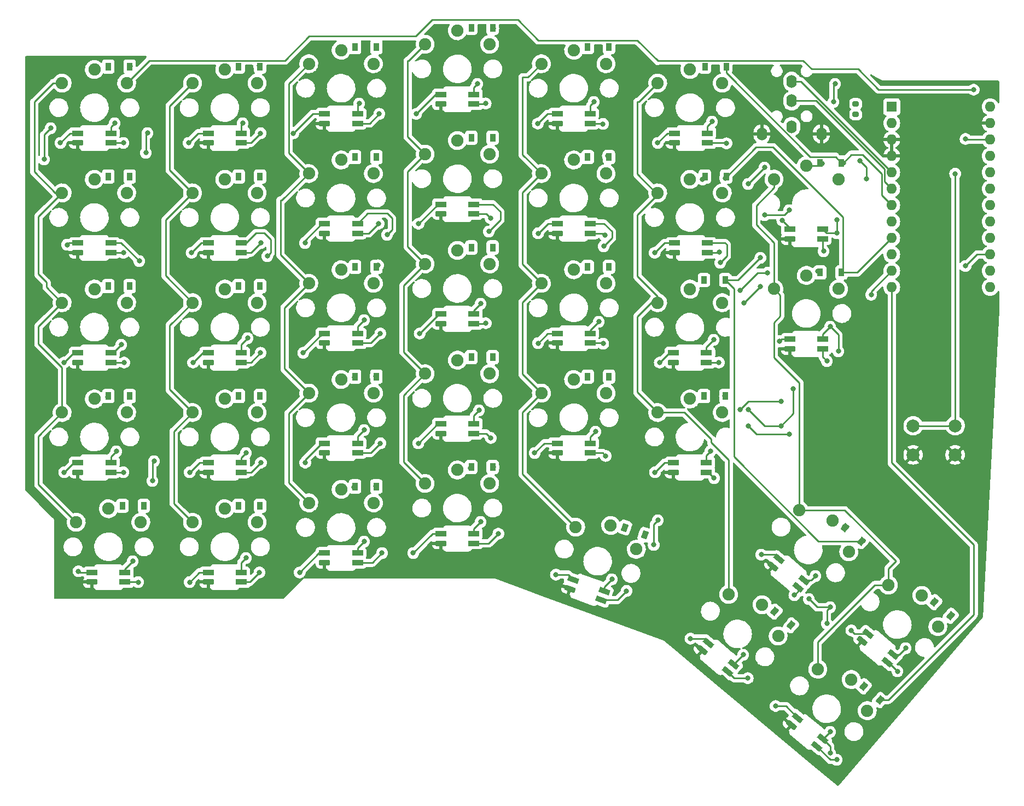
<source format=gbl>
G04 #@! TF.GenerationSoftware,KiCad,Pcbnew,(6.0.5)*
G04 #@! TF.CreationDate,2022-06-20T01:21:13+02:00*
G04 #@! TF.ProjectId,LPKeyboard,4c504b65-7962-46f6-9172-642e6b696361,rev?*
G04 #@! TF.SameCoordinates,Original*
G04 #@! TF.FileFunction,Copper,L2,Bot*
G04 #@! TF.FilePolarity,Positive*
%FSLAX46Y46*%
G04 Gerber Fmt 4.6, Leading zero omitted, Abs format (unit mm)*
G04 Created by KiCad (PCBNEW (6.0.5)) date 2022-06-20 01:21:13*
%MOMM*%
%LPD*%
G01*
G04 APERTURE LIST*
G04 Aperture macros list*
%AMRoundRect*
0 Rectangle with rounded corners*
0 $1 Rounding radius*
0 $2 $3 $4 $5 $6 $7 $8 $9 X,Y pos of 4 corners*
0 Add a 4 corners polygon primitive as box body*
4,1,4,$2,$3,$4,$5,$6,$7,$8,$9,$2,$3,0*
0 Add four circle primitives for the rounded corners*
1,1,$1+$1,$2,$3*
1,1,$1+$1,$4,$5*
1,1,$1+$1,$6,$7*
1,1,$1+$1,$8,$9*
0 Add four rect primitives between the rounded corners*
20,1,$1+$1,$2,$3,$4,$5,0*
20,1,$1+$1,$4,$5,$6,$7,0*
20,1,$1+$1,$6,$7,$8,$9,0*
20,1,$1+$1,$8,$9,$2,$3,0*%
%AMRotRect*
0 Rectangle, with rotation*
0 The origin of the aperture is its center*
0 $1 length*
0 $2 width*
0 $3 Rotation angle, in degrees counterclockwise*
0 Add horizontal line*
21,1,$1,$2,0,0,$3*%
G04 Aperture macros list end*
G04 #@! TA.AperFunction,ComponentPad*
%ADD10C,1.900000*%
G04 #@! TD*
G04 #@! TA.AperFunction,ComponentPad*
%ADD11R,1.600000X1.600000*%
G04 #@! TD*
G04 #@! TA.AperFunction,ComponentPad*
%ADD12O,1.600000X1.600000*%
G04 #@! TD*
G04 #@! TA.AperFunction,ComponentPad*
%ADD13C,2.000000*%
G04 #@! TD*
G04 #@! TA.AperFunction,ComponentPad*
%ADD14O,1.600000X2.000000*%
G04 #@! TD*
G04 #@! TA.AperFunction,SMDPad,CuDef*
%ADD15R,1.700000X0.820000*%
G04 #@! TD*
G04 #@! TA.AperFunction,SMDPad,CuDef*
%ADD16RoundRect,0.205000X-0.645000X-0.205000X0.645000X-0.205000X0.645000X0.205000X-0.645000X0.205000X0*%
G04 #@! TD*
G04 #@! TA.AperFunction,SMDPad,CuDef*
%ADD17R,0.900000X1.200000*%
G04 #@! TD*
G04 #@! TA.AperFunction,SMDPad,CuDef*
%ADD18RotRect,0.900000X1.200000X140.000000*%
G04 #@! TD*
G04 #@! TA.AperFunction,SMDPad,CuDef*
%ADD19RotRect,1.700000X0.820000X320.000000*%
G04 #@! TD*
G04 #@! TA.AperFunction,SMDPad,CuDef*
%ADD20RoundRect,0.205000X-0.625870X0.257559X0.362327X-0.571637X0.625870X-0.257559X-0.362327X0.571637X0*%
G04 #@! TD*
G04 #@! TA.AperFunction,SMDPad,CuDef*
%ADD21RotRect,1.700000X0.820000X340.000000*%
G04 #@! TD*
G04 #@! TA.AperFunction,SMDPad,CuDef*
%ADD22RoundRect,0.205000X-0.676216X0.027966X0.535988X-0.413240X0.676216X-0.027966X-0.535988X0.413240X0*%
G04 #@! TD*
G04 #@! TA.AperFunction,SMDPad,CuDef*
%ADD23RoundRect,0.200000X0.275000X-0.200000X0.275000X0.200000X-0.275000X0.200000X-0.275000X-0.200000X0*%
G04 #@! TD*
G04 #@! TA.AperFunction,SMDPad,CuDef*
%ADD24RotRect,0.900000X1.200000X160.000000*%
G04 #@! TD*
G04 #@! TA.AperFunction,ViaPad*
%ADD25C,0.800000*%
G04 #@! TD*
G04 #@! TA.AperFunction,Conductor*
%ADD26C,0.250000*%
G04 #@! TD*
G04 APERTURE END LIST*
D10*
X139597500Y-88664400D03*
X134597500Y-90764400D03*
X144597500Y-90764400D03*
X157597500Y-86539400D03*
X152597500Y-88639400D03*
X162597500Y-88639400D03*
X121597500Y-68664400D03*
X116597500Y-70764400D03*
X126597500Y-70764400D03*
X67597500Y-71664400D03*
X62597500Y-73764400D03*
X72597500Y-73764400D03*
X157597500Y-69539400D03*
X152597500Y-71639400D03*
X162597500Y-71639400D03*
X103597500Y-48664400D03*
X98597500Y-50764400D03*
X108597500Y-50764400D03*
X67597500Y-54664400D03*
X62597500Y-56764400D03*
X72597500Y-56764400D03*
X150767993Y-137544146D03*
X145587917Y-135938901D03*
X153248361Y-142366777D03*
X103597500Y-99664400D03*
X98597500Y-101764400D03*
X108597500Y-101764400D03*
X139597500Y-71664400D03*
X134597500Y-73764400D03*
X144597500Y-73764400D03*
D11*
X170825000Y-60432500D03*
D12*
X170825000Y-62972500D03*
X170825000Y-65512500D03*
X170825000Y-68052500D03*
X170825000Y-70592500D03*
X170825000Y-73132500D03*
X170825000Y-75672500D03*
X170825000Y-78212500D03*
X170825000Y-80752500D03*
X170825000Y-83292500D03*
X170825000Y-85832500D03*
X170825000Y-88372500D03*
X186065000Y-88372500D03*
X186065000Y-85832500D03*
X186065000Y-83292500D03*
X186065000Y-80752500D03*
X186065000Y-78212500D03*
X186065000Y-75672500D03*
X186065000Y-73132500D03*
X186065000Y-70592500D03*
X186065000Y-68052500D03*
X186065000Y-65512500D03*
X186065000Y-62972500D03*
X186065000Y-60432500D03*
D10*
X103597500Y-82664400D03*
X98597500Y-84764400D03*
X108597500Y-84764400D03*
X103597500Y-116664400D03*
X98597500Y-118764400D03*
X108597500Y-118764400D03*
X47410000Y-54664400D03*
X42410000Y-56764400D03*
X52410000Y-56764400D03*
X47410000Y-71664400D03*
X42410000Y-73764400D03*
X52410000Y-73764400D03*
X85597500Y-119664400D03*
X80597500Y-121764400D03*
X90597500Y-121764400D03*
X85597500Y-68664400D03*
X80597500Y-70764400D03*
X90597500Y-70764400D03*
X67597500Y-105664400D03*
X62597500Y-107764400D03*
X72597500Y-107764400D03*
X161695382Y-124521390D03*
X156515306Y-122916145D03*
X164175750Y-129344021D03*
X139597500Y-105664400D03*
X134597500Y-107764400D03*
X144597500Y-107764400D03*
X67597500Y-122664400D03*
X62597500Y-124764400D03*
X72597500Y-124764400D03*
X121597500Y-85664400D03*
X116597500Y-87764400D03*
X126597500Y-87764400D03*
X47410000Y-88664400D03*
X42410000Y-90764400D03*
X52410000Y-90764400D03*
X85597500Y-51664400D03*
X80597500Y-53764400D03*
X90597500Y-53764400D03*
D13*
X180643600Y-109814800D03*
X174143600Y-109814800D03*
X174143600Y-114314800D03*
X180643600Y-114314800D03*
D10*
X67597500Y-88664400D03*
X62597500Y-90764400D03*
X72597500Y-90764400D03*
X121597500Y-102664400D03*
X116597500Y-104764400D03*
X126597500Y-104764400D03*
X85597500Y-102664400D03*
X80597500Y-104764400D03*
X90597500Y-104764400D03*
X121597500Y-51664400D03*
X116597500Y-53764400D03*
X126597500Y-53764400D03*
X47410000Y-105664400D03*
X42410000Y-107764400D03*
X52410000Y-107764400D03*
X175484182Y-136091567D03*
X170304106Y-134486322D03*
X177964550Y-140914198D03*
X139597500Y-54664400D03*
X134597500Y-56764400D03*
X144597500Y-56764400D03*
X103597500Y-65664400D03*
X98597500Y-67764400D03*
X108597500Y-67764400D03*
D14*
X150735000Y-64607500D03*
X155335000Y-59507500D03*
X155335000Y-56507500D03*
X155335000Y-63507500D03*
D10*
X127325103Y-125255268D03*
X121908397Y-125518521D03*
X131305324Y-128938723D03*
X49597500Y-122664400D03*
X44597500Y-124764400D03*
X54597500Y-124764400D03*
X164556793Y-149114323D03*
X159376717Y-147509078D03*
X167037161Y-153936954D03*
X85597500Y-85664400D03*
X80597500Y-87764400D03*
X90597500Y-87764400D03*
D15*
X124142764Y-114027565D03*
D16*
X119042764Y-114027565D03*
D15*
X119042764Y-112527565D03*
X124142764Y-112527565D03*
X49955264Y-66027565D03*
D16*
X44855264Y-66027565D03*
D15*
X44855264Y-64527565D03*
X49955264Y-64527565D03*
D17*
X91057500Y-68214400D03*
X87757500Y-68214400D03*
X127057500Y-51214400D03*
X123757500Y-51214400D03*
D14*
X159942915Y-64611819D03*
X155342915Y-59511819D03*
X155342915Y-56511819D03*
X155342915Y-63511819D03*
D17*
X73057500Y-54214400D03*
X69757500Y-54214400D03*
D15*
X70142764Y-134027565D03*
D16*
X65042764Y-134027565D03*
D15*
X65042764Y-132527565D03*
X70142764Y-132527565D03*
D17*
X127057500Y-68214400D03*
X123757500Y-68214400D03*
X73057500Y-122214400D03*
X69757500Y-122214400D03*
D15*
X142292764Y-66027565D03*
D16*
X137192764Y-66027565D03*
D15*
X137192764Y-64527565D03*
X142292764Y-64527565D03*
X124142764Y-63027565D03*
D16*
X119042764Y-63027565D03*
D15*
X119042764Y-61527565D03*
X124142764Y-61527565D03*
D17*
X109057500Y-48214400D03*
X105757500Y-48214400D03*
X52870000Y-105214400D03*
X49570000Y-105214400D03*
D15*
X88142764Y-80027565D03*
D16*
X83042764Y-80027565D03*
D15*
X83042764Y-78527565D03*
X88142764Y-78527565D03*
D17*
X91057500Y-85214400D03*
X87757500Y-85214400D03*
X127057500Y-102214400D03*
X123757500Y-102214400D03*
D18*
X155239850Y-140709047D03*
X152711904Y-138587847D03*
D17*
X52870000Y-54214400D03*
X49570000Y-54214400D03*
D15*
X70142764Y-66027565D03*
D16*
X65042764Y-66027565D03*
D15*
X65042764Y-64527565D03*
X70142764Y-64527565D03*
X106142764Y-94027565D03*
D16*
X101042764Y-94027565D03*
D15*
X101042764Y-92527565D03*
X106142764Y-92527565D03*
D17*
X73057500Y-71214400D03*
X69757500Y-71214400D03*
D15*
X124142764Y-80027565D03*
D16*
X119042764Y-80027565D03*
D15*
X119042764Y-78527565D03*
X124142764Y-78527565D03*
X88142764Y-97027565D03*
D16*
X83042764Y-97027565D03*
D15*
X83042764Y-95527565D03*
X88142764Y-95527565D03*
X124142764Y-97027565D03*
D16*
X119042764Y-97027565D03*
D15*
X119042764Y-95527565D03*
X124142764Y-95527565D03*
D17*
X145207500Y-71214400D03*
X141907500Y-71214400D03*
D15*
X106142764Y-60027565D03*
D16*
X101042764Y-60027565D03*
D15*
X101042764Y-58527565D03*
X106142764Y-58527565D03*
X88142764Y-63027565D03*
D16*
X83042764Y-63027565D03*
D15*
X83042764Y-61527565D03*
X88142764Y-61527565D03*
D17*
X91057500Y-119214400D03*
X87757500Y-119214400D03*
D15*
X106142764Y-111027565D03*
D16*
X101042764Y-111027565D03*
D15*
X101042764Y-109527565D03*
X106142764Y-109527565D03*
D17*
X163057500Y-86089400D03*
X159757500Y-86089400D03*
D15*
X106142764Y-77027565D03*
D16*
X101042764Y-77027565D03*
D15*
X101042764Y-75527565D03*
X106142764Y-75527565D03*
D17*
X91057500Y-51214400D03*
X87757500Y-51214400D03*
D15*
X49955264Y-83027565D03*
D16*
X44855264Y-83027565D03*
D15*
X44855264Y-81527565D03*
X49955264Y-81527565D03*
D17*
X163057500Y-69089400D03*
X159757500Y-69089400D03*
D15*
X70142764Y-83027565D03*
D16*
X65042764Y-83027565D03*
D15*
X65042764Y-81527565D03*
X70142764Y-81527565D03*
X49955264Y-117027565D03*
D16*
X44855264Y-117027565D03*
D15*
X44855264Y-115527565D03*
X49955264Y-115527565D03*
D19*
X159199932Y-159457598D03*
D20*
X155293105Y-156179381D03*
D19*
X156257286Y-155030314D03*
X160164113Y-158308531D03*
D21*
X125829387Y-136805167D03*
D22*
X121036955Y-135060864D03*
D21*
X121549985Y-133651325D03*
X126342417Y-135395628D03*
D17*
X73057500Y-88214400D03*
X69757500Y-88214400D03*
D15*
X70142764Y-100027565D03*
D16*
X65042764Y-100027565D03*
D15*
X65042764Y-98527565D03*
X70142764Y-98527565D03*
D17*
X109057500Y-116214400D03*
X105757500Y-116214400D03*
X145057500Y-87257400D03*
X141757500Y-87257400D03*
D19*
X170127323Y-146434842D03*
D20*
X166220496Y-143156625D03*
D19*
X167184677Y-142007558D03*
X171091504Y-145285775D03*
X145411133Y-147887421D03*
D20*
X141504306Y-144609204D03*
D19*
X142468487Y-143460137D03*
X146375314Y-146738354D03*
D15*
X88142764Y-114027565D03*
D16*
X83042764Y-114027565D03*
D15*
X83042764Y-112527565D03*
X88142764Y-112527565D03*
D18*
X169028649Y-152279223D03*
X166500703Y-150158023D03*
D17*
X127057500Y-85214400D03*
X123757500Y-85214400D03*
D15*
X52142764Y-134027565D03*
D16*
X47042764Y-134027565D03*
D15*
X47042764Y-132527565D03*
X52142764Y-132527565D03*
D23*
X165252400Y-61632600D03*
X165252400Y-59982600D03*
D17*
X73057500Y-105214400D03*
X69757500Y-105214400D03*
X55057500Y-122214400D03*
X51757500Y-122214400D03*
X52870000Y-88214400D03*
X49570000Y-88214400D03*
X52870000Y-71214400D03*
X49570000Y-71214400D03*
D15*
X142147500Y-100027400D03*
D16*
X137047500Y-100027400D03*
D15*
X137047500Y-98527400D03*
X142147500Y-98527400D03*
X160142764Y-80902565D03*
D16*
X155042764Y-80902565D03*
D15*
X155042764Y-79402565D03*
X160142764Y-79402565D03*
D17*
X109057500Y-99214400D03*
X105757500Y-99214400D03*
X91057500Y-102214400D03*
X87757500Y-102214400D03*
D13*
X174143600Y-109814800D03*
X180643600Y-109814800D03*
X180643600Y-114314800D03*
X174143600Y-114314800D03*
D18*
X166167239Y-127686291D03*
X163639293Y-125565091D03*
D15*
X106142764Y-128027565D03*
D16*
X101042764Y-128027565D03*
D15*
X101042764Y-126527565D03*
X106142764Y-126527565D03*
D17*
X109057500Y-82214400D03*
X105757500Y-82214400D03*
D15*
X70142764Y-117027565D03*
D16*
X65042764Y-117027565D03*
D15*
X65042764Y-115527565D03*
X70142764Y-115527565D03*
X160142764Y-97902565D03*
D16*
X155042764Y-97902565D03*
D15*
X155042764Y-96402565D03*
X160142764Y-96402565D03*
X49955264Y-100027565D03*
D16*
X44855264Y-100027565D03*
D15*
X44855264Y-98527565D03*
X49955264Y-98527565D03*
D17*
X145207500Y-54214400D03*
X141907500Y-54214400D03*
X145057500Y-105214400D03*
X141757500Y-105214400D03*
D15*
X142142764Y-117027565D03*
D16*
X137042764Y-117027565D03*
D15*
X137042764Y-115527565D03*
X142142764Y-115527565D03*
X142292764Y-83027565D03*
D16*
X137192764Y-83027565D03*
D15*
X137192764Y-81527565D03*
X142292764Y-81527565D03*
D17*
X109057500Y-65214400D03*
X105757500Y-65214400D03*
D24*
X132609734Y-126699836D03*
X129508748Y-125571170D03*
D15*
X88142764Y-131027565D03*
D16*
X83042764Y-131027565D03*
D15*
X83042764Y-129527565D03*
X88142764Y-129527565D03*
D19*
X156338522Y-134864664D03*
D20*
X152431695Y-131586447D03*
D19*
X153395876Y-130437380D03*
X157302703Y-133715597D03*
D18*
X179956039Y-139256468D03*
X177428093Y-137135268D03*
D25*
X147825668Y-145288000D03*
X161290000Y-157226000D03*
X172974000Y-144272000D03*
X159004000Y-133096000D03*
X157988000Y-136652000D03*
X161290000Y-137922000D03*
X160782000Y-140462000D03*
X165252400Y-59982600D03*
X127508000Y-133604000D03*
X107188000Y-124714000D03*
X89154000Y-127762000D03*
X70866000Y-130302000D03*
X53340000Y-130810000D03*
X142748000Y-113792000D03*
X124968000Y-110744000D03*
X106934000Y-107442000D03*
X89154000Y-110490000D03*
X56642000Y-115316000D03*
X56388000Y-118364000D03*
X70866000Y-114046000D03*
X39624000Y-68580000D03*
X40640000Y-63754000D03*
X50800000Y-113792000D03*
X143256000Y-96520000D03*
X125476000Y-93726000D03*
X107188000Y-90932000D03*
X89154000Y-93472000D03*
X71120000Y-96266000D03*
X51562000Y-97282000D03*
X162560000Y-98298000D03*
X161290000Y-94488000D03*
X144272000Y-84582000D03*
X126238000Y-82042000D03*
X108458000Y-79756000D03*
X92710000Y-80264000D03*
X74168000Y-83566000D03*
X54356000Y-84328000D03*
X162052000Y-56896000D03*
X161798000Y-59690000D03*
X154940000Y-76454000D03*
X151130000Y-77216000D03*
X143002000Y-62738000D03*
X124714000Y-59690000D03*
X106680000Y-56896000D03*
X88392000Y-59944000D03*
X70358000Y-62992000D03*
X55626000Y-64516000D03*
X55372000Y-67564000D03*
X50546000Y-62992000D03*
X121666000Y-131826000D03*
X100076000Y-124460000D03*
X82296000Y-127762000D03*
X64008000Y-130556000D03*
X46990000Y-130810000D03*
X135382000Y-113792000D03*
X117602000Y-110744000D03*
X98806000Y-108204000D03*
X81280000Y-110998000D03*
X63500000Y-113792000D03*
X43180000Y-113792000D03*
X135382000Y-97282000D03*
X117094000Y-94234000D03*
X98806000Y-91948000D03*
X81280000Y-94488000D03*
X64262000Y-96774000D03*
X44069000Y-96647000D03*
X167894000Y-140716000D03*
X156972000Y-153416000D03*
X143256000Y-141732000D03*
X153924000Y-129032000D03*
X154686000Y-94488000D03*
X136398000Y-79502000D03*
X118872000Y-76708000D03*
X99568000Y-73660000D03*
X81280000Y-76962000D03*
X63754000Y-79756000D03*
X44704000Y-79756000D03*
X162306000Y-80010000D03*
X162306000Y-77978000D03*
X166878000Y-71628000D03*
X165862000Y-68834000D03*
X152400000Y-79248000D03*
X136398000Y-62738000D03*
X118618000Y-59944000D03*
X100330000Y-56896000D03*
X82550000Y-59944000D03*
X64262000Y-62992000D03*
X44450000Y-62738000D03*
X129778137Y-135397863D03*
X118846296Y-132867704D03*
X109944200Y-126529800D03*
X96763800Y-129529800D03*
X91937800Y-129529800D03*
X79189800Y-132529800D03*
X72956200Y-132529800D03*
X62147800Y-134029800D03*
X54184200Y-134029800D03*
X44934850Y-132357150D03*
X143332209Y-117937165D03*
X134176200Y-117029800D03*
X126551850Y-114494150D03*
X115553800Y-114029800D03*
X108764850Y-111707150D03*
X97543800Y-112529800D03*
X91686200Y-112529800D03*
X80050200Y-115529800D03*
X73192200Y-115529800D03*
X62165800Y-117029800D03*
X51900000Y-117029800D03*
X42736200Y-117029800D03*
X144077050Y-100016950D03*
X134922600Y-100027400D03*
X126161850Y-97104150D03*
X116076200Y-97029800D03*
X107993850Y-93936150D03*
X97764200Y-95529800D03*
X91668200Y-95529800D03*
X79733800Y-98529800D03*
X73129800Y-98529800D03*
X62691800Y-100029800D03*
X52023800Y-100029800D03*
X42718200Y-100029800D03*
X171699577Y-147832423D03*
X164568186Y-141501814D03*
X162306000Y-161544000D03*
X161292466Y-160525534D03*
X152854730Y-153215270D03*
X148536730Y-148897270D03*
X139672801Y-142775199D03*
X155758285Y-136051867D03*
X150622000Y-129774251D03*
X160782000Y-99822000D03*
X153446350Y-96743650D03*
X144141850Y-82934150D03*
X134140200Y-83029800D03*
X126406850Y-80349150D03*
X116097800Y-80029800D03*
X108746850Y-77689150D03*
X97579800Y-78529800D03*
X91396200Y-78529800D03*
X80005800Y-81529800D03*
X73147800Y-81529800D03*
X62455800Y-83029800D03*
X51900000Y-83029800D03*
X43180000Y-81789800D03*
X160274000Y-82804000D03*
X153882980Y-78019020D03*
X145241834Y-66086166D03*
X134609800Y-66029800D03*
X126143850Y-63086150D03*
X116040200Y-63029800D03*
X107975850Y-59918150D03*
X97220200Y-61529800D03*
X91501800Y-61529800D03*
X78218200Y-64529800D03*
X73138200Y-64529800D03*
X61986200Y-66029800D03*
X51900000Y-66029800D03*
X42153800Y-66029800D03*
X165252400Y-61632600D03*
X127049127Y-51231064D03*
X109149031Y-48330969D03*
X163320600Y-69089400D03*
X72909031Y-54090969D03*
X52911346Y-54181346D03*
X91029032Y-51210968D03*
X145207500Y-54214400D03*
X72981531Y-71163469D03*
X52861627Y-71231064D03*
X126881531Y-68063469D03*
X109049127Y-65231064D03*
X145049127Y-71480064D03*
X163057500Y-86089400D03*
X91049127Y-68231064D03*
X145049127Y-87274064D03*
X73049127Y-88231064D03*
X166370000Y-127635000D03*
X127049127Y-85231064D03*
X52861627Y-88231064D03*
X109049127Y-82231064D03*
X150495000Y-83820000D03*
X91315095Y-84965095D03*
X167640000Y-89535000D03*
X148590000Y-107315000D03*
X179947666Y-139273132D03*
X90929032Y-102110968D03*
X73049127Y-105231064D03*
X127026532Y-102208468D03*
X52861627Y-105231064D03*
X145004032Y-105185968D03*
X109049127Y-99231064D03*
X153670000Y-109855000D03*
X155575000Y-104140000D03*
X132601361Y-126716500D03*
X134620000Y-124460000D03*
X73049127Y-122231064D03*
X169020276Y-152295887D03*
X55049127Y-122231064D03*
X155231477Y-140725711D03*
X133985000Y-128270000D03*
X91001532Y-119183468D03*
X109193936Y-116231064D03*
X148590000Y-109855000D03*
X154940000Y-111125000D03*
X182245000Y-85090000D03*
X147955000Y-90805000D03*
X150496149Y-88263851D03*
X147320000Y-107315000D03*
X153670000Y-106045000D03*
X147320000Y-88900000D03*
X151610950Y-86124452D03*
X151130000Y-69850000D03*
X148590000Y-72390000D03*
X183515000Y-57785000D03*
X182245000Y-65405000D03*
X180643600Y-70788600D03*
X49561627Y-54231064D03*
X49561627Y-71231064D03*
X49528845Y-88263845D03*
X49456345Y-105336345D03*
X51747596Y-122232596D03*
X69749127Y-54231064D03*
X69749127Y-71231064D03*
X69749127Y-88231064D03*
X69710095Y-105270095D03*
X69749127Y-122231064D03*
X87749127Y-51231064D03*
X87749127Y-68231064D03*
X87749127Y-85231064D03*
X87687596Y-102292596D03*
X87615095Y-119365095D03*
X105749127Y-48231064D03*
X105749127Y-65231064D03*
X105749127Y-82231064D03*
X105749127Y-99231064D03*
X105592596Y-116387596D03*
X123749127Y-51231064D03*
X123749127Y-68231064D03*
X123749127Y-85231064D03*
X123749127Y-102231064D03*
X129500375Y-125587834D03*
X141899127Y-54231064D03*
X141539595Y-71689595D03*
X141749127Y-87274064D03*
X141749127Y-105231064D03*
X152703531Y-138604511D03*
X160020000Y-69215000D03*
X159385000Y-85906053D03*
X163487083Y-125437917D03*
X177296394Y-137028606D03*
X166492330Y-150174687D03*
D26*
X147828000Y-145288000D02*
X147825668Y-145288000D01*
X146375314Y-146738354D02*
X147825668Y-145288000D01*
X160164113Y-158308531D02*
X160207469Y-158308531D01*
X160207469Y-158308531D02*
X161290000Y-157226000D01*
X171091504Y-145285775D02*
X171960225Y-145285775D01*
X171960225Y-145285775D02*
X172974000Y-144272000D01*
X157302703Y-133715597D02*
X158384403Y-133715597D01*
X158384403Y-133715597D02*
X159004000Y-133096000D01*
X161290000Y-137922000D02*
X159258000Y-137922000D01*
X159258000Y-137922000D02*
X157988000Y-136652000D01*
X160782000Y-140462000D02*
X160782000Y-138430000D01*
X160782000Y-138430000D02*
X161290000Y-137922000D01*
X126342417Y-135395628D02*
X126342417Y-134769583D01*
X126342417Y-134769583D02*
X127508000Y-133604000D01*
X106142764Y-126527565D02*
X106142764Y-125759236D01*
X106142764Y-125759236D02*
X107188000Y-124714000D01*
X88142764Y-129527565D02*
X88142764Y-128773236D01*
X88142764Y-128773236D02*
X89154000Y-127762000D01*
X70142764Y-132527565D02*
X70142764Y-131025236D01*
X70142764Y-131025236D02*
X70866000Y-130302000D01*
X52142764Y-132527565D02*
X52142764Y-132007236D01*
X52142764Y-132007236D02*
X53340000Y-130810000D01*
X142142764Y-115527565D02*
X142142764Y-114397236D01*
X142142764Y-114397236D02*
X142748000Y-113792000D01*
X124142764Y-112527565D02*
X124142764Y-111569236D01*
X124142764Y-111569236D02*
X124968000Y-110744000D01*
X106142764Y-109527565D02*
X106142764Y-108233236D01*
X106142764Y-108233236D02*
X106934000Y-107442000D01*
X88142764Y-112527565D02*
X88142764Y-111501236D01*
X88142764Y-111501236D02*
X89154000Y-110490000D01*
X56388000Y-118364000D02*
X56388000Y-115570000D01*
X56388000Y-115570000D02*
X56642000Y-115316000D01*
X70142764Y-115527565D02*
X70142764Y-114769236D01*
X70142764Y-114769236D02*
X70866000Y-114046000D01*
X39624000Y-64770000D02*
X39624000Y-68580000D01*
X40640000Y-63754000D02*
X39624000Y-64770000D01*
X49955264Y-115527565D02*
X49955264Y-114636736D01*
X49955264Y-114636736D02*
X50800000Y-113792000D01*
X142147500Y-98527400D02*
X142147500Y-97628500D01*
X142147500Y-97628500D02*
X143256000Y-96520000D01*
X124142764Y-95527565D02*
X124142764Y-95059236D01*
X124142764Y-95059236D02*
X125476000Y-93726000D01*
X106142764Y-92527565D02*
X106142764Y-91977236D01*
X106142764Y-91977236D02*
X107188000Y-90932000D01*
X88142764Y-95527565D02*
X88142764Y-94483236D01*
X88142764Y-94483236D02*
X89154000Y-93472000D01*
X70142764Y-98527565D02*
X70142764Y-97243236D01*
X70142764Y-97243236D02*
X71120000Y-96266000D01*
X49955264Y-98527565D02*
X50316435Y-98527565D01*
X50316435Y-98527565D02*
X51562000Y-97282000D01*
X161290000Y-94488000D02*
X162560000Y-95758000D01*
X162560000Y-95758000D02*
X162560000Y-98298000D01*
X160142764Y-96402565D02*
X160142764Y-95635236D01*
X160142764Y-95635236D02*
X161290000Y-94488000D01*
X142292764Y-81527565D02*
X145027565Y-81527565D01*
X145027565Y-81527565D02*
X145288000Y-81788000D01*
X145288000Y-81788000D02*
X145288000Y-83566000D01*
X145288000Y-83566000D02*
X144272000Y-84582000D01*
X124142764Y-78527565D02*
X126279565Y-78527565D01*
X126279565Y-78527565D02*
X127508000Y-79756000D01*
X127508000Y-79756000D02*
X127508000Y-80772000D01*
X127508000Y-80772000D02*
X126238000Y-82042000D01*
X106142764Y-75527565D02*
X109055565Y-75527565D01*
X109055565Y-75527565D02*
X110236000Y-76708000D01*
X110236000Y-76708000D02*
X110236000Y-77978000D01*
X110236000Y-77978000D02*
X108458000Y-79756000D01*
X88142764Y-78527565D02*
X89708329Y-76962000D01*
X89708329Y-76962000D02*
X90424000Y-76962000D01*
X90424000Y-76962000D02*
X92710000Y-76962000D01*
X92710000Y-76962000D02*
X93472000Y-77724000D01*
X93472000Y-77724000D02*
X93472000Y-79502000D01*
X93472000Y-79502000D02*
X92710000Y-80264000D01*
X70142764Y-81527565D02*
X70872435Y-81527565D01*
X70872435Y-81527565D02*
X72390000Y-80010000D01*
X72390000Y-80010000D02*
X73660000Y-80010000D01*
X74676000Y-83058000D02*
X74168000Y-83566000D01*
X73660000Y-80010000D02*
X74676000Y-81026000D01*
X74676000Y-81026000D02*
X74676000Y-83058000D01*
X49955264Y-81527565D02*
X51555565Y-81527565D01*
X51555565Y-81527565D02*
X54356000Y-84328000D01*
X161798000Y-59690000D02*
X161798000Y-57150000D01*
X161798000Y-57150000D02*
X162052000Y-56896000D01*
X151130000Y-77216000D02*
X154178000Y-77216000D01*
X154178000Y-77216000D02*
X154940000Y-76454000D01*
X142292764Y-64527565D02*
X142292764Y-63447236D01*
X142292764Y-63447236D02*
X143002000Y-62738000D01*
X124142764Y-61527565D02*
X124142764Y-60261236D01*
X124142764Y-60261236D02*
X124714000Y-59690000D01*
X106142764Y-58527565D02*
X106142764Y-57433236D01*
X106142764Y-57433236D02*
X106680000Y-56896000D01*
X88142764Y-61527565D02*
X88142764Y-60193236D01*
X88142764Y-60193236D02*
X88392000Y-59944000D01*
X70142764Y-64527565D02*
X70142764Y-63207236D01*
X70142764Y-63207236D02*
X70358000Y-62992000D01*
X55372000Y-67564000D02*
X55372000Y-64770000D01*
X55372000Y-64770000D02*
X55626000Y-64516000D01*
X49955264Y-64527565D02*
X49955264Y-63582736D01*
X49955264Y-63582736D02*
X50546000Y-62992000D01*
X162306000Y-80010000D02*
X160750199Y-80010000D01*
X160750199Y-80010000D02*
X160142764Y-79402565D01*
X162306000Y-80010000D02*
X162306000Y-77978000D01*
X166878000Y-69850000D02*
X165862000Y-68834000D01*
X166878000Y-71628000D02*
X166878000Y-69850000D01*
X125829387Y-136805167D02*
X128370833Y-136805167D01*
X128370833Y-136805167D02*
X129778137Y-135397863D01*
X120766364Y-132867704D02*
X118846296Y-132867704D01*
X121549985Y-133651325D02*
X120766364Y-132867704D01*
X106142764Y-128027565D02*
X108446435Y-128027565D01*
X108446435Y-128027565D02*
X109944200Y-126529800D01*
X101042764Y-126527565D02*
X99766035Y-126527565D01*
X99766035Y-126527565D02*
X96763800Y-129529800D01*
X88142764Y-131027565D02*
X90440035Y-131027565D01*
X90440035Y-131027565D02*
X91937800Y-129529800D01*
X83042764Y-129527565D02*
X82192035Y-129527565D01*
X82192035Y-129527565D02*
X79189800Y-132529800D01*
X70142764Y-134027565D02*
X71458435Y-134027565D01*
X71458435Y-134027565D02*
X72956200Y-132529800D01*
X63650035Y-132527565D02*
X62147800Y-134029800D01*
X65042764Y-132527565D02*
X63650035Y-132527565D01*
X52142764Y-134027565D02*
X54181965Y-134027565D01*
X54181965Y-134027565D02*
X54184200Y-134029800D01*
X45105265Y-132527565D02*
X44934850Y-132357150D01*
X47042764Y-132527565D02*
X45105265Y-132527565D01*
X142142764Y-117027565D02*
X142422609Y-117027565D01*
X142422609Y-117027565D02*
X143332209Y-117937165D01*
X137042764Y-115527565D02*
X135678435Y-115527565D01*
X135678435Y-115527565D02*
X134176200Y-117029800D01*
X124142764Y-114027565D02*
X126085265Y-114027565D01*
X126085265Y-114027565D02*
X126551850Y-114494150D01*
X117056035Y-112527565D02*
X115553800Y-114029800D01*
X119042764Y-112527565D02*
X117056035Y-112527565D01*
X108085265Y-111027565D02*
X108764850Y-111707150D01*
X106142764Y-111027565D02*
X108085265Y-111027565D01*
X101042764Y-109527565D02*
X100546035Y-109527565D01*
X100546035Y-109527565D02*
X97543800Y-112529800D01*
X90188435Y-114027565D02*
X91686200Y-112529800D01*
X88142764Y-114027565D02*
X90188435Y-114027565D01*
X82602764Y-112527565D02*
X80050200Y-115080129D01*
X83042764Y-112527565D02*
X82602764Y-112527565D01*
X80050200Y-115080129D02*
X80050200Y-115529800D01*
X70142764Y-117027565D02*
X71694435Y-117027565D01*
X71694435Y-117027565D02*
X73192200Y-115529800D01*
X65042764Y-115527565D02*
X63668035Y-115527565D01*
X63668035Y-115527565D02*
X62165800Y-117029800D01*
X49955264Y-117027565D02*
X51897765Y-117027565D01*
X51897765Y-117027565D02*
X51900000Y-117029800D01*
X38735000Y-118901900D02*
X44597500Y-124764400D01*
X38735000Y-111439400D02*
X38735000Y-118901900D01*
X42410000Y-107764400D02*
X38735000Y-111439400D01*
X44855264Y-115527565D02*
X44238435Y-115527565D01*
X44238435Y-115527565D02*
X42736200Y-117029800D01*
X142147500Y-100027400D02*
X144066600Y-100027400D01*
X144066600Y-100027400D02*
X144077050Y-100016950D01*
X137047500Y-98527400D02*
X136422600Y-98527400D01*
X136422600Y-98527400D02*
X134922600Y-100027400D01*
X124142764Y-97027565D02*
X126085265Y-97027565D01*
X126085265Y-97027565D02*
X126161850Y-97104150D01*
X119042764Y-95527565D02*
X117578435Y-95527565D01*
X117578435Y-95527565D02*
X116076200Y-97029800D01*
X106142764Y-94027565D02*
X107902435Y-94027565D01*
X107902435Y-94027565D02*
X107993850Y-93936150D01*
X101042764Y-92527565D02*
X100766435Y-92527565D01*
X100766435Y-92527565D02*
X97764200Y-95529800D01*
X88142764Y-97027565D02*
X90170435Y-97027565D01*
X90170435Y-97027565D02*
X91668200Y-95529800D01*
X76835000Y-101001900D02*
X80597500Y-104764400D01*
X76835000Y-91526900D02*
X76835000Y-101001900D01*
X80597500Y-87764400D02*
X76835000Y-91526900D01*
X83042764Y-95527565D02*
X82736035Y-95527565D01*
X82736035Y-95527565D02*
X79733800Y-98529800D01*
X70142764Y-100027565D02*
X71632035Y-100027565D01*
X71632035Y-100027565D02*
X73129800Y-98529800D01*
X65042764Y-98527565D02*
X64194035Y-98527565D01*
X64194035Y-98527565D02*
X62691800Y-100029800D01*
X49955264Y-100027565D02*
X52021565Y-100027565D01*
X52021565Y-100027565D02*
X52023800Y-100029800D01*
X44855264Y-98527565D02*
X44220435Y-98527565D01*
X44220435Y-98527565D02*
X42718200Y-100029800D01*
X170127323Y-146434842D02*
X170301996Y-146434842D01*
X170301996Y-146434842D02*
X171699577Y-147832423D01*
X167184677Y-142007558D02*
X165073930Y-142007558D01*
X165073930Y-142007558D02*
X164568186Y-141501814D01*
X161292466Y-159436884D02*
X161292466Y-160525534D01*
X161286334Y-161544000D02*
X159199932Y-159457598D01*
X160164113Y-158308531D02*
X161292466Y-159436884D01*
X162306000Y-161544000D02*
X161286334Y-161544000D01*
X154442242Y-153215270D02*
X152854730Y-153215270D01*
X156257286Y-155030314D02*
X154442242Y-153215270D01*
X145411133Y-147887421D02*
X146420982Y-148897270D01*
X146420982Y-148897270D02*
X148536730Y-148897270D01*
X142468487Y-143460137D02*
X141783549Y-142775199D01*
X141783549Y-142775199D02*
X139672801Y-142775199D01*
X156338522Y-134864664D02*
X156338522Y-135471630D01*
X156338522Y-135471630D02*
X155758285Y-136051867D01*
X153395876Y-130437380D02*
X152732747Y-129774251D01*
X152732747Y-129774251D02*
X150622000Y-129774251D01*
X160142764Y-97902565D02*
X160142764Y-99182764D01*
X160142764Y-99182764D02*
X160782000Y-99822000D01*
X155042764Y-96402565D02*
X153787435Y-96402565D01*
X153787435Y-96402565D02*
X153446350Y-96743650D01*
X142292764Y-83027565D02*
X144048435Y-83027565D01*
X144048435Y-83027565D02*
X144141850Y-82934150D01*
X137192764Y-81527565D02*
X135642435Y-81527565D01*
X135642435Y-81527565D02*
X134140200Y-83029800D01*
X124142764Y-80027565D02*
X126085265Y-80027565D01*
X126085265Y-80027565D02*
X126406850Y-80349150D01*
X119042764Y-78527565D02*
X117600035Y-78527565D01*
X117600035Y-78527565D02*
X116097800Y-80029800D01*
X106142764Y-77027565D02*
X108085265Y-77027565D01*
X108085265Y-77027565D02*
X108746850Y-77689150D01*
X101042764Y-75527565D02*
X100582035Y-75527565D01*
X100582035Y-75527565D02*
X97579800Y-78529800D01*
X88142764Y-80027565D02*
X89898435Y-80027565D01*
X89898435Y-80027565D02*
X91396200Y-78529800D01*
X80005800Y-81124529D02*
X80005800Y-81529800D01*
X83042764Y-78527565D02*
X82602764Y-78527565D01*
X82602764Y-78527565D02*
X80005800Y-81124529D01*
X70142764Y-83027565D02*
X71650035Y-83027565D01*
X71650035Y-83027565D02*
X73147800Y-81529800D01*
X65042764Y-81527565D02*
X63958035Y-81527565D01*
X63958035Y-81527565D02*
X62455800Y-83029800D01*
X49955264Y-83027565D02*
X51897765Y-83027565D01*
X51897765Y-83027565D02*
X51900000Y-83029800D01*
X44855264Y-81527565D02*
X43442235Y-81527565D01*
X43442235Y-81527565D02*
X43180000Y-81789800D01*
X160142764Y-80902565D02*
X160142764Y-82672764D01*
X160142764Y-82672764D02*
X160274000Y-82804000D01*
X155042764Y-79402565D02*
X155042764Y-79178804D01*
X155042764Y-79178804D02*
X153882980Y-78019020D01*
X142292764Y-66027565D02*
X145183233Y-66027565D01*
X145183233Y-66027565D02*
X145241834Y-66086166D01*
X136112035Y-64527565D02*
X134609800Y-66029800D01*
X137192764Y-64527565D02*
X136112035Y-64527565D01*
X126085265Y-63027565D02*
X126143850Y-63086150D01*
X124142764Y-63027565D02*
X126085265Y-63027565D01*
X119042764Y-61527565D02*
X117542435Y-61527565D01*
X117542435Y-61527565D02*
X116040200Y-63029800D01*
X106142764Y-60027565D02*
X107866435Y-60027565D01*
X107866435Y-60027565D02*
X107975850Y-59918150D01*
X101042764Y-58527565D02*
X100222435Y-58527565D01*
X100222435Y-58527565D02*
X97220200Y-61529800D01*
X90004035Y-63027565D02*
X91501800Y-61529800D01*
X88142764Y-63027565D02*
X90004035Y-63027565D01*
X83042764Y-61527565D02*
X81220435Y-61527565D01*
X81220435Y-61527565D02*
X78218200Y-64529800D01*
X70142764Y-66027565D02*
X71640435Y-66027565D01*
X71640435Y-66027565D02*
X73138200Y-64529800D01*
X65042764Y-64527565D02*
X63488435Y-64527565D01*
X63488435Y-64527565D02*
X61986200Y-66029800D01*
X49955264Y-66027565D02*
X51897765Y-66027565D01*
X51897765Y-66027565D02*
X51900000Y-66029800D01*
X43656035Y-64527565D02*
X42153800Y-66029800D01*
X44855264Y-64527565D02*
X43656035Y-64527565D01*
X147955000Y-90805000D02*
X150496149Y-88263851D01*
X156744319Y-56511819D02*
X170825000Y-70592500D01*
X155342915Y-56511819D02*
X156744319Y-56511819D01*
X169700489Y-72007989D02*
X170825000Y-73132500D01*
X169700489Y-70103707D02*
X169700489Y-72007989D01*
X159108601Y-59511819D02*
X169700489Y-70103707D01*
X155342915Y-59511819D02*
X159108601Y-59511819D01*
X169250969Y-74098469D02*
X170825000Y-75672500D01*
X163320600Y-69089400D02*
X164554501Y-67855499D01*
X158197050Y-68164889D02*
X162132989Y-68164889D01*
X162132989Y-68164889D02*
X163057500Y-69089400D01*
X163057500Y-69089400D02*
X163320600Y-69089400D01*
X164554501Y-67855499D02*
X166280499Y-67855499D01*
X169250969Y-70825969D02*
X169250969Y-74098469D01*
X145207500Y-55175339D02*
X158197050Y-68164889D01*
X166280499Y-67855499D02*
X169250969Y-70825969D01*
X145207500Y-54214400D02*
X145207500Y-55175339D01*
X149845900Y-66675000D02*
X145057500Y-71463400D01*
X163284501Y-85862399D02*
X163284501Y-77499558D01*
X163057500Y-86089400D02*
X163284501Y-85862399D01*
X163284501Y-77499558D02*
X152459943Y-66675000D01*
X165488100Y-86089400D02*
X170825000Y-80752500D01*
X163057500Y-86089400D02*
X165488100Y-86089400D01*
X152459943Y-66675000D02*
X149845900Y-66675000D01*
X146422021Y-114625292D02*
X146422021Y-88621921D01*
X166167239Y-127686291D02*
X159483020Y-127686291D01*
X159483020Y-127686291D02*
X146422021Y-114625292D01*
X146422021Y-88621921D02*
X145057500Y-87257400D01*
X147057600Y-87257400D02*
X150495000Y-83820000D01*
X145057500Y-87257400D02*
X147057600Y-87257400D01*
X167640000Y-89017500D02*
X170825000Y-85832500D01*
X155575000Y-104140000D02*
X155575000Y-107950000D01*
X155575000Y-107950000D02*
X153670000Y-109855000D01*
X151130000Y-109855000D02*
X153670000Y-109855000D01*
X148590000Y-107315000D02*
X151130000Y-109855000D01*
X167640000Y-89535000D02*
X167640000Y-89017500D01*
X133985000Y-125095000D02*
X134620000Y-124460000D01*
X170825000Y-115560000D02*
X170825000Y-88372500D01*
X170815000Y-115570000D02*
X170825000Y-115560000D01*
X133985000Y-128270000D02*
X133985000Y-125095000D01*
X170300777Y-152279223D02*
X183515000Y-139065000D01*
X169028649Y-152279223D02*
X170300777Y-152279223D01*
X183515000Y-139065000D02*
X183515000Y-128270000D01*
X183515000Y-128270000D02*
X170815000Y-115570000D01*
X156515306Y-103175306D02*
X156515306Y-122916145D01*
X170304106Y-134486322D02*
X168194909Y-134486322D01*
X152597500Y-81477500D02*
X152597500Y-88639400D01*
X152586193Y-99246193D02*
X156515306Y-103175306D01*
X156515306Y-122916145D02*
X163556145Y-122916145D01*
X153547499Y-92862558D02*
X152586193Y-93823864D01*
X152586193Y-93823864D02*
X152586193Y-99246193D01*
X170304106Y-131955894D02*
X170304106Y-134486322D01*
X153547499Y-89589399D02*
X153547499Y-92862558D01*
X163556145Y-122916145D02*
X171450000Y-130810000D01*
X152597500Y-88639400D02*
X153547499Y-89589399D01*
X149860000Y-78740000D02*
X152597500Y-81477500D01*
X152597500Y-72982902D02*
X149860000Y-75720402D01*
X168194909Y-134486322D02*
X159376717Y-143304514D01*
X171450000Y-130810000D02*
X170304106Y-131955894D01*
X152597500Y-71639400D02*
X152597500Y-72982902D01*
X159376717Y-143304514D02*
X159376717Y-147509078D01*
X149860000Y-75720402D02*
X149860000Y-78740000D01*
X131671900Y-59690000D02*
X131445000Y-59690000D01*
X131445000Y-104611900D02*
X134597500Y-107764400D01*
X138731317Y-107764400D02*
X142875000Y-111908083D01*
X131445000Y-92959900D02*
X131445000Y-104611900D01*
X145587917Y-115107917D02*
X145587917Y-135938901D01*
X131445000Y-70860900D02*
X134597500Y-74013400D01*
X149860000Y-111125000D02*
X154940000Y-111125000D01*
X131445000Y-77165900D02*
X131445000Y-86654900D01*
X134597500Y-56764400D02*
X131671900Y-59690000D01*
X148590000Y-109855000D02*
X149860000Y-111125000D01*
X142875000Y-111908083D02*
X142875000Y-112395000D01*
X131445000Y-86654900D02*
X134597500Y-89807400D01*
X134597500Y-74013400D02*
X131445000Y-77165900D01*
X131445000Y-59690000D02*
X131445000Y-70860900D01*
X134597500Y-89807400D02*
X131445000Y-92959900D01*
X142875000Y-112395000D02*
X145587917Y-115107917D01*
X134597500Y-107764400D02*
X138731317Y-107764400D01*
X113665000Y-55880000D02*
X113665000Y-67831900D01*
X114481900Y-55880000D02*
X113665000Y-55880000D01*
X182245000Y-85090000D02*
X184042500Y-83292500D01*
X116597500Y-70764400D02*
X113665000Y-73696900D01*
X113665000Y-117275124D02*
X121908397Y-125518521D01*
X116597500Y-104764400D02*
X113665000Y-107696900D01*
X113665000Y-73696900D02*
X113665000Y-84831900D01*
X116597500Y-53764400D02*
X114481900Y-55880000D01*
X113665000Y-84831900D02*
X116597500Y-87764400D01*
X113665000Y-107696900D02*
X113665000Y-117275124D01*
X184042500Y-83292500D02*
X186065000Y-83292500D01*
X113665000Y-67831900D02*
X116597500Y-70764400D01*
X113665000Y-101831900D02*
X116597500Y-104764400D01*
X116597500Y-87764400D02*
X113665000Y-90696900D01*
X113665000Y-90696900D02*
X113665000Y-101831900D01*
X95885000Y-70476900D02*
X95885000Y-82051900D01*
X95250000Y-115416900D02*
X98597500Y-118764400D01*
X98597500Y-50764400D02*
X96021900Y-53340000D01*
X98597500Y-67764400D02*
X95885000Y-70476900D01*
X95885000Y-82051900D02*
X98597500Y-84764400D01*
X98597500Y-84764400D02*
X95250000Y-88111900D01*
X95885000Y-65051900D02*
X98597500Y-67764400D01*
X148590000Y-106045000D02*
X153670000Y-106045000D01*
X95250000Y-98416900D02*
X98597500Y-101764400D01*
X95885000Y-53340000D02*
X95885000Y-65051900D01*
X95250000Y-105111900D02*
X95250000Y-115416900D01*
X95250000Y-88111900D02*
X95250000Y-98416900D01*
X147320000Y-107315000D02*
X148590000Y-106045000D01*
X98597500Y-101764400D02*
X95250000Y-105111900D01*
X96021900Y-53340000D02*
X95885000Y-53340000D01*
X80597500Y-53764400D02*
X77470000Y-56891900D01*
X77470000Y-118636900D02*
X80597500Y-121764400D01*
X76431900Y-74930000D02*
X76200000Y-74930000D01*
X150095548Y-86124452D02*
X151610950Y-86124452D01*
X76200000Y-74930000D02*
X76200000Y-83366900D01*
X77470000Y-56891900D02*
X77470000Y-67636900D01*
X77470000Y-67636900D02*
X80597500Y-70764400D01*
X147320000Y-88900000D02*
X150095548Y-86124452D01*
X77470000Y-107891900D02*
X77470000Y-118636900D01*
X80597500Y-104764400D02*
X77470000Y-107891900D01*
X80597500Y-70764400D02*
X76431900Y-74930000D01*
X76200000Y-83366900D02*
X80597500Y-87764400D01*
X62597500Y-90764400D02*
X59055000Y-94306900D01*
X59055000Y-94306900D02*
X59055000Y-104221900D01*
X62597500Y-107764400D02*
X59690000Y-110671900D01*
X59055000Y-70221900D02*
X62597500Y-73764400D01*
X58420000Y-77941900D02*
X58420000Y-86586900D01*
X59055000Y-60306900D02*
X59055000Y-70221900D01*
X62597500Y-73764400D02*
X58420000Y-77941900D01*
X62597500Y-56764400D02*
X59055000Y-60306900D01*
X59690000Y-110671900D02*
X59690000Y-121856900D01*
X59690000Y-121856900D02*
X62597500Y-124764400D01*
X148590000Y-72390000D02*
X151130000Y-69850000D01*
X58420000Y-86586900D02*
X62597500Y-90764400D01*
X59055000Y-104221900D02*
X62597500Y-107764400D01*
X40005000Y-88359400D02*
X42410000Y-90764400D01*
X42410000Y-56764400D02*
X41025600Y-56764400D01*
X134670111Y-53289889D02*
X157116324Y-53289889D01*
X157116324Y-53289889D02*
X158436435Y-54610000D01*
X131445000Y-50165000D02*
X134620000Y-53340000D01*
X42410000Y-90764400D02*
X38735000Y-94439400D01*
X158436435Y-54610000D02*
X165641764Y-54610000D01*
X99695000Y-46990000D02*
X112941598Y-46990000D01*
X42410000Y-73764400D02*
X38735000Y-77439400D01*
X97155000Y-49530000D02*
X99695000Y-46990000D01*
X112941598Y-46990000D02*
X116116598Y-50165000D01*
X42410000Y-100830000D02*
X42410000Y-107764400D01*
X38100000Y-70485000D02*
X41379400Y-73764400D01*
X41025600Y-56764400D02*
X38100000Y-59690000D01*
X55884511Y-53289889D02*
X76885111Y-53289889D01*
X38100000Y-59690000D02*
X38100000Y-70485000D01*
X52410000Y-56764400D02*
X55884511Y-53289889D01*
X76885111Y-53289889D02*
X80645000Y-49530000D01*
X116116598Y-50165000D02*
X131445000Y-50165000D01*
X41379400Y-73764400D02*
X42410000Y-73764400D01*
X38735000Y-94439400D02*
X38735000Y-97155000D01*
X38735000Y-77439400D02*
X38735000Y-86360000D01*
X165641764Y-54610000D02*
X168816764Y-57785000D01*
X38735000Y-97155000D02*
X42410000Y-100830000D01*
X80645000Y-49530000D02*
X97155000Y-49530000D01*
X168816764Y-57785000D02*
X183515000Y-57785000D01*
X40005000Y-87630000D02*
X40005000Y-88359400D01*
X134620000Y-53340000D02*
X134670111Y-53289889D01*
X38735000Y-86360000D02*
X40005000Y-87630000D01*
X182352500Y-65512500D02*
X186065000Y-65512500D01*
X182245000Y-65405000D02*
X182352500Y-65512500D01*
X180643600Y-109814800D02*
X174143600Y-109814800D01*
X180643600Y-109814800D02*
X180643600Y-70788600D01*
X160400329Y-80645000D02*
X160142764Y-80902565D01*
X106223849Y-60108650D02*
X106142764Y-60027565D01*
X124201349Y-63086150D02*
X124142764Y-63027565D01*
X124273849Y-80158650D02*
X124142764Y-80027565D01*
X154978360Y-79338161D02*
X155042764Y-79402565D01*
X142331679Y-65988650D02*
X142292764Y-66027565D01*
X157597500Y-69539400D02*
X159307500Y-69539400D01*
X159307500Y-69539400D02*
X159757500Y-69089400D01*
G04 #@! TA.AperFunction,Conductor*
G36*
X102371577Y-47643502D02*
G01*
X102418070Y-47697158D01*
X102428174Y-47767432D01*
X102407546Y-47820502D01*
X102324995Y-47941517D01*
X102322815Y-47946214D01*
X102235293Y-48134763D01*
X102224016Y-48159056D01*
X102159924Y-48390168D01*
X102134438Y-48628644D01*
X102148244Y-48868080D01*
X102149379Y-48873117D01*
X102149380Y-48873123D01*
X102189849Y-49052697D01*
X102200970Y-49102046D01*
X102228759Y-49170481D01*
X102288254Y-49316998D01*
X102291202Y-49324259D01*
X102416514Y-49528751D01*
X102573543Y-49710030D01*
X102758071Y-49863228D01*
X102965143Y-49984231D01*
X103189197Y-50069789D01*
X103194263Y-50070820D01*
X103194264Y-50070820D01*
X103227388Y-50077559D01*
X103424216Y-50117604D01*
X103559764Y-50122574D01*
X103658725Y-50126203D01*
X103658729Y-50126203D01*
X103663889Y-50126392D01*
X103669009Y-50125736D01*
X103669011Y-50125736D01*
X103896651Y-50096575D01*
X103896652Y-50096575D01*
X103901779Y-50095918D01*
X103906729Y-50094433D01*
X104126542Y-50028486D01*
X104126547Y-50028484D01*
X104131497Y-50026999D01*
X104346874Y-49921487D01*
X104351079Y-49918487D01*
X104351085Y-49918484D01*
X104456362Y-49843390D01*
X104542127Y-49782215D01*
X104712011Y-49612923D01*
X104851963Y-49418158D01*
X104857785Y-49406379D01*
X104898354Y-49324294D01*
X104946468Y-49272087D01*
X105015169Y-49254180D01*
X105060257Y-49266451D01*
X105060795Y-49265015D01*
X105197184Y-49316145D01*
X105259366Y-49322900D01*
X106255634Y-49322900D01*
X106317816Y-49316145D01*
X106454205Y-49265015D01*
X106570761Y-49177661D01*
X106658115Y-49061105D01*
X106709245Y-48924716D01*
X106716000Y-48862534D01*
X106716000Y-47749500D01*
X106736002Y-47681379D01*
X106789658Y-47634886D01*
X106842000Y-47623500D01*
X107973000Y-47623500D01*
X108041121Y-47643502D01*
X108087614Y-47697158D01*
X108099000Y-47749500D01*
X108099000Y-48862534D01*
X108105755Y-48924716D01*
X108156885Y-49061105D01*
X108162271Y-49068291D01*
X108239736Y-49171653D01*
X108264584Y-49238159D01*
X108249531Y-49307542D01*
X108199357Y-49357772D01*
X108178056Y-49366983D01*
X108030371Y-49415254D01*
X107817636Y-49525997D01*
X107813503Y-49529100D01*
X107813500Y-49529102D01*
X107694307Y-49618595D01*
X107625845Y-49669998D01*
X107460148Y-49843390D01*
X107324995Y-50041517D01*
X107289676Y-50117604D01*
X107228473Y-50249455D01*
X107224016Y-50259056D01*
X107159924Y-50490168D01*
X107134438Y-50728644D01*
X107134735Y-50733796D01*
X107134735Y-50733800D01*
X107136906Y-50771453D01*
X107148244Y-50968080D01*
X107200970Y-51202046D01*
X107291202Y-51424259D01*
X107416514Y-51628751D01*
X107419898Y-51632657D01*
X107419899Y-51632659D01*
X107443652Y-51660080D01*
X107573543Y-51810030D01*
X107758071Y-51963228D01*
X107965143Y-52084231D01*
X108189197Y-52169789D01*
X108194263Y-52170820D01*
X108194264Y-52170820D01*
X108227889Y-52177661D01*
X108424216Y-52217604D01*
X108559764Y-52222574D01*
X108658725Y-52226203D01*
X108658729Y-52226203D01*
X108663889Y-52226392D01*
X108669009Y-52225736D01*
X108669011Y-52225736D01*
X108896651Y-52196575D01*
X108896652Y-52196575D01*
X108901779Y-52195918D01*
X108906729Y-52194433D01*
X109126542Y-52128486D01*
X109126547Y-52128484D01*
X109131497Y-52126999D01*
X109346874Y-52021487D01*
X109351079Y-52018487D01*
X109351085Y-52018484D01*
X109472169Y-51932115D01*
X109542127Y-51882215D01*
X109712011Y-51712923D01*
X109766418Y-51637208D01*
X109848945Y-51522358D01*
X109851963Y-51518158D01*
X109880073Y-51461283D01*
X109955933Y-51307792D01*
X109955934Y-51307790D01*
X109958227Y-51303150D01*
X110027947Y-51073674D01*
X110059252Y-50835892D01*
X110059677Y-50818502D01*
X110060917Y-50767765D01*
X110060917Y-50767761D01*
X110060999Y-50764400D01*
X110049126Y-50619984D01*
X110041771Y-50530524D01*
X110041770Y-50530518D01*
X110041347Y-50525373D01*
X110002826Y-50372012D01*
X109984179Y-50297775D01*
X109984178Y-50297771D01*
X109982920Y-50292764D01*
X109980864Y-50288034D01*
X109980861Y-50288027D01*
X109889347Y-50077559D01*
X109889345Y-50077556D01*
X109887287Y-50072822D01*
X109884132Y-50067944D01*
X109759825Y-49875796D01*
X109759823Y-49875793D01*
X109757015Y-49871453D01*
X109746524Y-49859923D01*
X109599082Y-49697887D01*
X109599080Y-49697886D01*
X109595604Y-49694065D01*
X109591553Y-49690866D01*
X109591549Y-49690862D01*
X109410378Y-49547782D01*
X109369315Y-49489865D01*
X109366083Y-49418942D01*
X109401708Y-49357530D01*
X109464880Y-49325128D01*
X109488470Y-49322900D01*
X109555634Y-49322900D01*
X109617816Y-49316145D01*
X109754205Y-49265015D01*
X109870761Y-49177661D01*
X109958115Y-49061105D01*
X110009245Y-48924716D01*
X110016000Y-48862534D01*
X110016000Y-48622636D01*
X110022167Y-48583700D01*
X110040533Y-48527175D01*
X110042573Y-48520897D01*
X110043759Y-48509618D01*
X110061845Y-48337534D01*
X110062535Y-48330969D01*
X110044989Y-48164030D01*
X110043263Y-48147604D01*
X110043263Y-48147602D01*
X110042573Y-48141041D01*
X110022167Y-48078238D01*
X110016000Y-48039302D01*
X110016000Y-47749500D01*
X110036002Y-47681379D01*
X110089658Y-47634886D01*
X110142000Y-47623500D01*
X112627004Y-47623500D01*
X112695125Y-47643502D01*
X112716099Y-47660405D01*
X114215724Y-49160031D01*
X115612946Y-50557253D01*
X115620486Y-50565539D01*
X115624598Y-50572018D01*
X115630375Y-50577443D01*
X115674249Y-50618643D01*
X115677091Y-50621398D01*
X115696828Y-50641135D01*
X115700025Y-50643615D01*
X115709045Y-50651318D01*
X115741277Y-50681586D01*
X115748223Y-50685405D01*
X115748226Y-50685407D01*
X115759032Y-50691348D01*
X115775551Y-50702199D01*
X115791557Y-50714614D01*
X115798826Y-50717759D01*
X115798830Y-50717762D01*
X115832135Y-50732174D01*
X115842785Y-50737391D01*
X115881538Y-50758695D01*
X115889213Y-50760666D01*
X115889214Y-50760666D01*
X115901160Y-50763733D01*
X115919865Y-50770137D01*
X115938453Y-50778181D01*
X115946276Y-50779420D01*
X115946286Y-50779423D01*
X115982122Y-50785099D01*
X115993742Y-50787505D01*
X116028887Y-50796528D01*
X116036568Y-50798500D01*
X116056822Y-50798500D01*
X116076532Y-50800051D01*
X116096541Y-50803220D01*
X116104433Y-50802474D01*
X116140559Y-50799059D01*
X116152417Y-50798500D01*
X120193981Y-50798500D01*
X120262102Y-50818502D01*
X120308595Y-50872158D01*
X120318699Y-50942432D01*
X120308270Y-50977548D01*
X120224016Y-51159056D01*
X120159924Y-51390168D01*
X120134438Y-51628644D01*
X120134735Y-51633796D01*
X120134735Y-51633800D01*
X120138978Y-51707377D01*
X120148244Y-51868080D01*
X120149379Y-51873117D01*
X120149380Y-51873123D01*
X120184821Y-52030386D01*
X120200970Y-52102046D01*
X120242024Y-52203150D01*
X120288254Y-52316998D01*
X120291202Y-52324259D01*
X120416514Y-52528751D01*
X120573543Y-52710030D01*
X120758071Y-52863228D01*
X120965143Y-52984231D01*
X121189197Y-53069789D01*
X121194263Y-53070820D01*
X121194264Y-53070820D01*
X121227388Y-53077559D01*
X121424216Y-53117604D01*
X121559764Y-53122574D01*
X121658725Y-53126203D01*
X121658729Y-53126203D01*
X121663889Y-53126392D01*
X121669009Y-53125736D01*
X121669011Y-53125736D01*
X121896651Y-53096575D01*
X121896652Y-53096575D01*
X121901779Y-53095918D01*
X121906729Y-53094433D01*
X122126542Y-53028486D01*
X122126547Y-53028484D01*
X122131497Y-53026999D01*
X122346874Y-52921487D01*
X122351079Y-52918487D01*
X122351085Y-52918484D01*
X122456362Y-52843390D01*
X122542127Y-52782215D01*
X122712011Y-52612923D01*
X122722374Y-52598502D01*
X122848945Y-52422358D01*
X122851963Y-52418158D01*
X122854256Y-52413519D01*
X122898354Y-52324294D01*
X122946468Y-52272087D01*
X123015169Y-52254180D01*
X123060257Y-52266451D01*
X123060795Y-52265015D01*
X123197184Y-52316145D01*
X123259366Y-52322900D01*
X124255634Y-52322900D01*
X124317816Y-52316145D01*
X124454205Y-52265015D01*
X124570761Y-52177661D01*
X124658115Y-52061105D01*
X124709245Y-51924716D01*
X124716000Y-51862534D01*
X124716000Y-50924500D01*
X124736002Y-50856379D01*
X124789658Y-50809886D01*
X124842000Y-50798500D01*
X125973000Y-50798500D01*
X126041121Y-50818502D01*
X126087614Y-50872158D01*
X126099000Y-50924500D01*
X126099000Y-51862534D01*
X126105755Y-51924716D01*
X126156885Y-52061105D01*
X126183781Y-52096992D01*
X126239736Y-52171653D01*
X126264584Y-52238159D01*
X126249531Y-52307542D01*
X126199357Y-52357772D01*
X126178056Y-52366983D01*
X126030371Y-52415254D01*
X125817636Y-52525997D01*
X125813503Y-52529100D01*
X125813500Y-52529102D01*
X125629980Y-52666893D01*
X125625845Y-52669998D01*
X125579017Y-52719001D01*
X125489659Y-52812509D01*
X125460148Y-52843390D01*
X125457234Y-52847662D01*
X125457233Y-52847663D01*
X125427404Y-52891391D01*
X125324995Y-53041517D01*
X125269703Y-53160633D01*
X125228473Y-53249455D01*
X125224016Y-53259056D01*
X125195881Y-53360509D01*
X125168883Y-53457864D01*
X125159924Y-53490168D01*
X125134438Y-53728644D01*
X125134735Y-53733796D01*
X125134735Y-53733800D01*
X125137422Y-53780400D01*
X125148244Y-53968080D01*
X125149379Y-53973117D01*
X125149380Y-53973123D01*
X125175938Y-54090969D01*
X125200970Y-54202046D01*
X125291202Y-54424259D01*
X125416514Y-54628751D01*
X125419898Y-54632657D01*
X125419899Y-54632659D01*
X125422783Y-54635988D01*
X125573543Y-54810030D01*
X125758071Y-54963228D01*
X125965143Y-55084231D01*
X125969968Y-55086073D01*
X125969969Y-55086074D01*
X126011796Y-55102046D01*
X126189197Y-55169789D01*
X126194263Y-55170820D01*
X126194264Y-55170820D01*
X126219676Y-55175990D01*
X126424216Y-55217604D01*
X126559764Y-55222574D01*
X126658725Y-55226203D01*
X126658729Y-55226203D01*
X126663889Y-55226392D01*
X126669009Y-55225736D01*
X126669011Y-55225736D01*
X126896651Y-55196575D01*
X126896652Y-55196575D01*
X126901779Y-55195918D01*
X126906729Y-55194433D01*
X127126542Y-55128486D01*
X127126547Y-55128484D01*
X127131497Y-55126999D01*
X127346874Y-55021487D01*
X127351079Y-55018487D01*
X127351085Y-55018484D01*
X127474979Y-54930111D01*
X127542127Y-54882215D01*
X127712011Y-54712923D01*
X127723480Y-54696963D01*
X127848945Y-54522358D01*
X127851963Y-54518158D01*
X127858490Y-54504953D01*
X127955933Y-54307792D01*
X127955934Y-54307790D01*
X127958227Y-54303150D01*
X128027947Y-54073674D01*
X128059252Y-53835892D01*
X128059641Y-53819962D01*
X128060917Y-53767765D01*
X128060917Y-53767761D01*
X128060999Y-53764400D01*
X128046879Y-53592654D01*
X128041771Y-53530524D01*
X128041770Y-53530518D01*
X128041347Y-53525373D01*
X128001741Y-53367695D01*
X127984179Y-53297775D01*
X127984178Y-53297771D01*
X127982920Y-53292764D01*
X127980864Y-53288034D01*
X127980861Y-53288027D01*
X127889347Y-53077559D01*
X127889345Y-53077556D01*
X127887287Y-53072822D01*
X127884132Y-53067944D01*
X127759825Y-52875796D01*
X127759823Y-52875793D01*
X127757015Y-52871453D01*
X127753212Y-52867273D01*
X127599082Y-52697887D01*
X127599080Y-52697886D01*
X127595604Y-52694065D01*
X127591553Y-52690866D01*
X127591549Y-52690862D01*
X127410378Y-52547782D01*
X127369315Y-52489865D01*
X127366083Y-52418942D01*
X127401708Y-52357530D01*
X127464880Y-52325128D01*
X127488470Y-52322900D01*
X127555634Y-52322900D01*
X127617816Y-52316145D01*
X127754205Y-52265015D01*
X127870761Y-52177661D01*
X127958115Y-52061105D01*
X128009245Y-51924716D01*
X128016000Y-51862534D01*
X128016000Y-50924500D01*
X128036002Y-50856379D01*
X128089658Y-50809886D01*
X128142000Y-50798500D01*
X131130406Y-50798500D01*
X131198527Y-50818502D01*
X131219501Y-50835405D01*
X132688561Y-52304466D01*
X134121280Y-53737185D01*
X134136395Y-53755453D01*
X134141028Y-53762271D01*
X134146976Y-53767515D01*
X134146977Y-53767516D01*
X134183155Y-53799411D01*
X134188925Y-53804830D01*
X134200230Y-53816135D01*
X134203363Y-53818565D01*
X134212874Y-53825943D01*
X134218972Y-53830988D01*
X134248358Y-53856895D01*
X134261090Y-53868120D01*
X134268154Y-53871719D01*
X134268155Y-53871720D01*
X134268429Y-53871860D01*
X134288450Y-53884566D01*
X134288690Y-53884752D01*
X134288694Y-53884754D01*
X134294959Y-53889614D01*
X134331540Y-53905444D01*
X134346507Y-53911921D01*
X134353642Y-53915278D01*
X134403704Y-53940785D01*
X134411749Y-53942583D01*
X134434294Y-53949909D01*
X134441855Y-53953181D01*
X134484554Y-53959944D01*
X134497326Y-53961967D01*
X134505101Y-53963451D01*
X134527135Y-53968376D01*
X134559909Y-53975702D01*
X134567832Y-53975453D01*
X134567833Y-53975453D01*
X134567894Y-53975451D01*
X134568144Y-53975443D01*
X134591815Y-53976933D01*
X134592111Y-53976980D01*
X134592114Y-53976980D01*
X134599943Y-53978220D01*
X134607835Y-53977474D01*
X134607836Y-53977474D01*
X134655858Y-53972935D01*
X134663755Y-53972438D01*
X134696972Y-53971393D01*
X134719889Y-53970673D01*
X134727798Y-53968375D01*
X134751094Y-53963932D01*
X134751404Y-53963903D01*
X134751407Y-53963902D01*
X134759292Y-53963157D01*
X134812144Y-53944129D01*
X134819673Y-53941683D01*
X134865422Y-53928392D01*
X134900574Y-53923389D01*
X138136009Y-53923389D01*
X138204130Y-53943391D01*
X138250623Y-53997047D01*
X138260727Y-54067321D01*
X138250297Y-54102439D01*
X138224016Y-54159056D01*
X138159924Y-54390168D01*
X138134438Y-54628644D01*
X138134735Y-54633796D01*
X138134735Y-54633800D01*
X138139056Y-54708726D01*
X138148244Y-54868080D01*
X138149379Y-54873117D01*
X138149380Y-54873123D01*
X138189849Y-55052697D01*
X138200970Y-55102046D01*
X138247475Y-55216574D01*
X138288254Y-55316998D01*
X138291202Y-55324259D01*
X138416514Y-55528751D01*
X138419898Y-55532657D01*
X138419899Y-55532659D01*
X138456446Y-55574849D01*
X138573543Y-55710030D01*
X138706144Y-55820117D01*
X138746083Y-55853275D01*
X138758071Y-55863228D01*
X138965143Y-55984231D01*
X138969968Y-55986073D01*
X138969969Y-55986074D01*
X139024738Y-56006988D01*
X139189197Y-56069789D01*
X139194263Y-56070820D01*
X139194264Y-56070820D01*
X139250539Y-56082269D01*
X139424216Y-56117604D01*
X139559764Y-56122574D01*
X139658725Y-56126203D01*
X139658729Y-56126203D01*
X139663889Y-56126392D01*
X139669009Y-56125736D01*
X139669011Y-56125736D01*
X139896651Y-56096575D01*
X139896652Y-56096575D01*
X139901779Y-56095918D01*
X139906729Y-56094433D01*
X140126542Y-56028486D01*
X140126547Y-56028484D01*
X140131497Y-56026999D01*
X140346874Y-55921487D01*
X140351079Y-55918487D01*
X140351085Y-55918484D01*
X140461247Y-55839906D01*
X140542127Y-55782215D01*
X140712011Y-55612923D01*
X140726863Y-55592255D01*
X140848945Y-55422358D01*
X140851963Y-55418158D01*
X140858246Y-55405446D01*
X140936998Y-55246104D01*
X140985112Y-55193897D01*
X141053813Y-55175990D01*
X141125520Y-55201105D01*
X141136848Y-55209595D01*
X141210795Y-55265015D01*
X141347184Y-55316145D01*
X141409366Y-55322900D01*
X142405634Y-55322900D01*
X142467816Y-55316145D01*
X142604205Y-55265015D01*
X142720761Y-55177661D01*
X142808115Y-55061105D01*
X142859245Y-54924716D01*
X142866000Y-54862534D01*
X142866000Y-54049389D01*
X142886002Y-53981268D01*
X142939658Y-53934775D01*
X142992000Y-53923389D01*
X144123000Y-53923389D01*
X144191121Y-53943391D01*
X144237614Y-53997047D01*
X144249000Y-54049389D01*
X144249000Y-54862534D01*
X144255755Y-54924716D01*
X144306885Y-55061105D01*
X144312270Y-55068290D01*
X144312271Y-55068292D01*
X144363770Y-55137007D01*
X144388618Y-55203514D01*
X144373565Y-55272896D01*
X144323390Y-55323126D01*
X144282007Y-55337121D01*
X144258337Y-55340743D01*
X144030371Y-55415254D01*
X144016724Y-55422358D01*
X143831552Y-55518753D01*
X143817636Y-55525997D01*
X143813503Y-55529100D01*
X143813500Y-55529102D01*
X143633230Y-55664453D01*
X143625845Y-55669998D01*
X143570775Y-55727625D01*
X143491790Y-55810279D01*
X143460148Y-55843390D01*
X143457234Y-55847662D01*
X143457233Y-55847663D01*
X143425981Y-55893477D01*
X143324995Y-56041517D01*
X143283274Y-56131397D01*
X143226775Y-56253113D01*
X143224016Y-56259056D01*
X143183861Y-56403852D01*
X143165193Y-56471170D01*
X143159924Y-56490168D01*
X143134438Y-56728644D01*
X143134735Y-56733796D01*
X143134735Y-56733800D01*
X143136759Y-56768892D01*
X143148244Y-56968080D01*
X143149379Y-56973117D01*
X143149380Y-56973123D01*
X143189564Y-57151433D01*
X143200970Y-57202046D01*
X143254864Y-57334770D01*
X143284487Y-57407721D01*
X143291202Y-57424259D01*
X143416514Y-57628751D01*
X143573543Y-57810030D01*
X143758071Y-57963228D01*
X143965143Y-58084231D01*
X143969968Y-58086073D01*
X143969969Y-58086074D01*
X144016546Y-58103860D01*
X144189197Y-58169789D01*
X144194263Y-58170820D01*
X144194264Y-58170820D01*
X144225884Y-58177253D01*
X144424216Y-58217604D01*
X144559764Y-58222574D01*
X144658725Y-58226203D01*
X144658729Y-58226203D01*
X144663889Y-58226392D01*
X144669009Y-58225736D01*
X144669011Y-58225736D01*
X144896651Y-58196575D01*
X144896652Y-58196575D01*
X144901779Y-58195918D01*
X144910599Y-58193272D01*
X145126542Y-58128486D01*
X145126547Y-58128484D01*
X145131497Y-58126999D01*
X145346874Y-58021487D01*
X145351079Y-58018487D01*
X145351085Y-58018484D01*
X145457546Y-57942546D01*
X145542127Y-57882215D01*
X145712011Y-57712923D01*
X145723480Y-57696963D01*
X145848945Y-57522358D01*
X145851963Y-57518158D01*
X145875028Y-57471491D01*
X145955933Y-57307792D01*
X145955934Y-57307790D01*
X145958227Y-57303150D01*
X146009273Y-57135137D01*
X146048214Y-57075772D01*
X146113068Y-57046885D01*
X146183245Y-57057646D01*
X146218927Y-57082670D01*
X151663750Y-62527494D01*
X157108454Y-67972198D01*
X157142480Y-68034510D01*
X157137415Y-68105325D01*
X157094868Y-68162161D01*
X157058506Y-68181057D01*
X157035292Y-68188645D01*
X157035286Y-68188647D01*
X157030371Y-68190254D01*
X156817636Y-68300997D01*
X156813503Y-68304100D01*
X156813500Y-68304102D01*
X156631505Y-68440748D01*
X156625845Y-68444998D01*
X156460148Y-68618390D01*
X156457234Y-68622662D01*
X156457233Y-68622663D01*
X156374691Y-68743666D01*
X156324995Y-68816517D01*
X156303455Y-68862921D01*
X156256894Y-68963228D01*
X156224016Y-69034056D01*
X156199668Y-69121852D01*
X156171220Y-69224435D01*
X156133741Y-69284734D01*
X156069612Y-69315197D01*
X155999194Y-69306154D01*
X155960707Y-69279859D01*
X152963595Y-66282747D01*
X152956055Y-66274461D01*
X152951943Y-66267982D01*
X152902291Y-66221356D01*
X152899450Y-66218602D01*
X152879713Y-66198865D01*
X152876516Y-66196385D01*
X152867494Y-66188680D01*
X152848114Y-66170481D01*
X152835264Y-66158414D01*
X152828318Y-66154595D01*
X152828315Y-66154593D01*
X152817509Y-66148652D01*
X152800990Y-66137801D01*
X152800526Y-66137441D01*
X152784984Y-66125386D01*
X152777715Y-66122241D01*
X152777711Y-66122238D01*
X152744406Y-66107826D01*
X152733756Y-66102609D01*
X152695003Y-66081305D01*
X152685851Y-66078955D01*
X152680597Y-66077606D01*
X152675380Y-66076267D01*
X152656677Y-66069863D01*
X152645363Y-66064967D01*
X152645362Y-66064967D01*
X152638088Y-66061819D01*
X152630265Y-66060580D01*
X152630255Y-66060577D01*
X152594419Y-66054901D01*
X152582799Y-66052495D01*
X152547654Y-66043472D01*
X152547653Y-66043472D01*
X152539973Y-66041500D01*
X152519719Y-66041500D01*
X152500008Y-66039949D01*
X152499813Y-66039918D01*
X152480000Y-66036780D01*
X152472108Y-66037526D01*
X152435982Y-66040941D01*
X152424124Y-66041500D01*
X151652472Y-66041500D01*
X151584351Y-66021498D01*
X151537858Y-65967842D01*
X151527754Y-65897568D01*
X151557248Y-65832988D01*
X151571476Y-65818982D01*
X151582874Y-65809417D01*
X151736916Y-65655375D01*
X151743972Y-65646967D01*
X151868931Y-65468507D01*
X151874414Y-65459011D01*
X151966490Y-65261553D01*
X151970236Y-65251261D01*
X152026625Y-65040812D01*
X152028528Y-65030019D01*
X152041988Y-64876170D01*
X152038525Y-64864376D01*
X152037135Y-64863171D01*
X152029452Y-64861500D01*
X149445115Y-64861500D01*
X149429876Y-64865975D01*
X149428671Y-64867365D01*
X149427652Y-64872053D01*
X149441472Y-65030019D01*
X149443375Y-65040812D01*
X149499764Y-65251261D01*
X149503510Y-65261553D01*
X149595586Y-65459011D01*
X149601069Y-65468507D01*
X149726028Y-65646967D01*
X149733084Y-65655375D01*
X149887126Y-65809417D01*
X149898524Y-65818982D01*
X149937847Y-65878093D01*
X149938971Y-65949081D01*
X149901537Y-66009407D01*
X149837431Y-66039918D01*
X149817528Y-66041500D01*
X149806044Y-66041500D01*
X149802110Y-66041997D01*
X149802109Y-66041997D01*
X149802044Y-66042005D01*
X149790207Y-66042938D01*
X149758390Y-66043938D01*
X149753929Y-66044078D01*
X149746010Y-66044327D01*
X149736620Y-66047055D01*
X149726558Y-66049978D01*
X149707206Y-66053986D01*
X149703083Y-66054507D01*
X149687103Y-66056526D01*
X149679734Y-66059443D01*
X149679732Y-66059444D01*
X149645997Y-66072800D01*
X149634769Y-66076645D01*
X149592307Y-66088982D01*
X149585485Y-66093016D01*
X149585479Y-66093019D01*
X149574868Y-66099294D01*
X149557118Y-66107990D01*
X149545656Y-66112528D01*
X149545651Y-66112531D01*
X149538283Y-66115448D01*
X149520870Y-66128099D01*
X149502525Y-66141427D01*
X149492607Y-66147943D01*
X149488426Y-66150416D01*
X149454537Y-66170458D01*
X149440213Y-66184782D01*
X149425181Y-66197621D01*
X149408793Y-66209528D01*
X149380612Y-66243593D01*
X149372622Y-66252373D01*
X145556000Y-70068995D01*
X145493688Y-70103021D01*
X145466905Y-70105900D01*
X144709366Y-70105900D01*
X144647184Y-70112655D01*
X144510795Y-70163785D01*
X144394239Y-70251139D01*
X144306885Y-70367695D01*
X144255755Y-70504084D01*
X144249000Y-70566266D01*
X144249000Y-71015164D01*
X144232119Y-71078164D01*
X144217904Y-71102785D01*
X144214600Y-71108508D01*
X144155585Y-71290136D01*
X144154895Y-71296697D01*
X144154895Y-71296699D01*
X144141025Y-71428668D01*
X144135623Y-71480064D01*
X144136313Y-71486629D01*
X144151862Y-71634565D01*
X144155585Y-71669992D01*
X144214600Y-71851620D01*
X144227015Y-71873123D01*
X144248609Y-71910526D01*
X144257471Y-71929295D01*
X144290892Y-72018444D01*
X144306885Y-72061105D01*
X144312270Y-72068290D01*
X144312271Y-72068292D01*
X144363770Y-72137007D01*
X144388618Y-72203514D01*
X144373565Y-72272896D01*
X144323390Y-72323126D01*
X144282007Y-72337121D01*
X144258337Y-72340743D01*
X144030371Y-72415254D01*
X144022948Y-72419118D01*
X143914158Y-72475751D01*
X143817636Y-72525997D01*
X143813503Y-72529100D01*
X143813500Y-72529102D01*
X143629980Y-72666893D01*
X143625845Y-72669998D01*
X143460148Y-72843390D01*
X143457234Y-72847662D01*
X143457233Y-72847663D01*
X143388951Y-72947761D01*
X143324995Y-73041517D01*
X143287723Y-73121812D01*
X143229971Y-73246228D01*
X143224016Y-73259056D01*
X143183861Y-73403852D01*
X143162658Y-73480311D01*
X143159924Y-73490168D01*
X143134438Y-73728644D01*
X143134735Y-73733796D01*
X143134735Y-73733800D01*
X143138192Y-73793757D01*
X143148244Y-73968080D01*
X143149379Y-73973117D01*
X143149380Y-73973123D01*
X143188842Y-74148229D01*
X143200970Y-74202046D01*
X143255048Y-74335222D01*
X143282756Y-74403458D01*
X143291202Y-74424259D01*
X143416514Y-74628751D01*
X143419898Y-74632657D01*
X143419899Y-74632659D01*
X143431221Y-74645729D01*
X143573543Y-74810030D01*
X143758071Y-74963228D01*
X143965143Y-75084231D01*
X143969968Y-75086073D01*
X143969969Y-75086074D01*
X144022286Y-75106052D01*
X144189197Y-75169789D01*
X144194263Y-75170820D01*
X144194264Y-75170820D01*
X144250539Y-75182269D01*
X144424216Y-75217604D01*
X144559764Y-75222574D01*
X144658725Y-75226203D01*
X144658729Y-75226203D01*
X144663889Y-75226392D01*
X144669009Y-75225736D01*
X144669011Y-75225736D01*
X144896651Y-75196575D01*
X144896652Y-75196575D01*
X144901779Y-75195918D01*
X144912605Y-75192670D01*
X145126542Y-75128486D01*
X145126547Y-75128484D01*
X145131497Y-75126999D01*
X145346874Y-75021487D01*
X145351079Y-75018487D01*
X145351085Y-75018484D01*
X145496566Y-74914713D01*
X145542127Y-74882215D01*
X145712011Y-74712923D01*
X145723480Y-74696963D01*
X145848945Y-74522358D01*
X145851963Y-74518158D01*
X145855407Y-74511191D01*
X145955933Y-74307792D01*
X145955934Y-74307790D01*
X145958227Y-74303150D01*
X146027947Y-74073674D01*
X146059252Y-73835892D01*
X146060608Y-73780400D01*
X146060917Y-73767765D01*
X146060917Y-73767761D01*
X146060999Y-73764400D01*
X146050535Y-73637124D01*
X146041771Y-73530524D01*
X146041770Y-73530518D01*
X146041347Y-73525373D01*
X145998767Y-73355853D01*
X145984179Y-73297775D01*
X145984178Y-73297771D01*
X145982920Y-73292764D01*
X145980864Y-73288034D01*
X145980861Y-73288027D01*
X145889347Y-73077559D01*
X145889345Y-73077556D01*
X145887287Y-73072822D01*
X145884132Y-73067944D01*
X145759825Y-72875796D01*
X145759823Y-72875793D01*
X145757015Y-72871453D01*
X145746524Y-72859923D01*
X145599082Y-72697887D01*
X145599080Y-72697886D01*
X145595604Y-72694065D01*
X145591553Y-72690866D01*
X145591549Y-72690862D01*
X145410378Y-72547782D01*
X145369315Y-72489865D01*
X145366083Y-72418942D01*
X145401708Y-72357530D01*
X145464880Y-72325128D01*
X145488470Y-72322900D01*
X145705634Y-72322900D01*
X145767816Y-72316145D01*
X145904205Y-72265015D01*
X146020761Y-72177661D01*
X146108115Y-72061105D01*
X146159245Y-71924716D01*
X146166000Y-71862534D01*
X146166000Y-71302994D01*
X146186002Y-71234873D01*
X146202905Y-71213899D01*
X150071399Y-67345405D01*
X150133711Y-67311379D01*
X150160494Y-67308500D01*
X152145349Y-67308500D01*
X152213470Y-67328502D01*
X152234444Y-67345405D01*
X157911248Y-73022209D01*
X157945274Y-73084521D01*
X157940209Y-73155336D01*
X157897662Y-73212172D01*
X157831142Y-73236983D01*
X157805102Y-73235868D01*
X157805091Y-73235973D01*
X157803288Y-73235790D01*
X157802450Y-73235754D01*
X157801584Y-73235617D01*
X157801580Y-73235617D01*
X157798110Y-73235067D01*
X157749014Y-73232837D01*
X157707768Y-73230964D01*
X157707749Y-73230964D01*
X157706349Y-73230900D01*
X157523080Y-73230900D01*
X157304758Y-73245401D01*
X157017159Y-73303391D01*
X156851049Y-73360587D01*
X156764300Y-73390457D01*
X156739756Y-73398908D01*
X156736014Y-73400782D01*
X156736009Y-73400784D01*
X156481167Y-73528400D01*
X156477423Y-73530275D01*
X156401690Y-73581743D01*
X156250142Y-73684735D01*
X156234768Y-73695183D01*
X156231652Y-73697969D01*
X156073683Y-73839210D01*
X156016055Y-73890735D01*
X155825127Y-74113495D01*
X155798714Y-74154168D01*
X155669676Y-74352869D01*
X155665337Y-74359550D01*
X155663543Y-74363329D01*
X155663542Y-74363330D01*
X155660432Y-74369880D01*
X155539493Y-74624577D01*
X155538214Y-74628560D01*
X155538213Y-74628563D01*
X155507089Y-74725503D01*
X155449806Y-74903920D01*
X155397851Y-75192670D01*
X155385677Y-75460768D01*
X155385203Y-75471200D01*
X155362132Y-75538343D01*
X155306422Y-75582354D01*
X155235762Y-75589260D01*
X155225449Y-75586613D01*
X155222288Y-75585206D01*
X155159985Y-75571963D01*
X155041944Y-75546872D01*
X155041939Y-75546872D01*
X155035487Y-75545500D01*
X154844513Y-75545500D01*
X154838061Y-75546872D01*
X154838056Y-75546872D01*
X154764516Y-75562504D01*
X154657712Y-75585206D01*
X154651682Y-75587891D01*
X154651681Y-75587891D01*
X154489278Y-75660197D01*
X154489276Y-75660198D01*
X154483248Y-75662882D01*
X154477907Y-75666762D01*
X154477906Y-75666763D01*
X154472702Y-75670544D01*
X154328747Y-75775134D01*
X154324326Y-75780044D01*
X154324325Y-75780045D01*
X154222191Y-75893477D01*
X154200960Y-75917056D01*
X154152140Y-76001614D01*
X154119193Y-76058681D01*
X154105473Y-76082444D01*
X154046458Y-76264072D01*
X154045768Y-76270633D01*
X154045768Y-76270635D01*
X154038107Y-76343526D01*
X154029401Y-76426366D01*
X154029093Y-76429292D01*
X154002080Y-76494949D01*
X153992877Y-76505219D01*
X153952498Y-76545597D01*
X153890186Y-76579621D01*
X153863404Y-76582500D01*
X153313388Y-76582500D01*
X153245267Y-76562498D01*
X153198774Y-76508842D01*
X153188670Y-76438568D01*
X153214506Y-76378408D01*
X153224027Y-76366353D01*
X153316479Y-76249288D01*
X153432387Y-76039322D01*
X153497947Y-75854187D01*
X153510719Y-75818120D01*
X153510720Y-75818116D01*
X153512445Y-75813245D01*
X153519234Y-75775134D01*
X153553598Y-75582216D01*
X153553599Y-75582210D01*
X153554504Y-75577127D01*
X153556099Y-75446600D01*
X153557371Y-75342481D01*
X153557371Y-75342479D01*
X153557434Y-75337311D01*
X153521157Y-75100237D01*
X153446646Y-74872271D01*
X153378037Y-74740474D01*
X153338292Y-74664125D01*
X153338291Y-74664124D01*
X153335903Y-74659536D01*
X153325537Y-74645729D01*
X153195007Y-74471880D01*
X153195005Y-74471877D01*
X153191902Y-74467745D01*
X153070847Y-74352062D01*
X153022247Y-74305619D01*
X153022246Y-74305618D01*
X153018510Y-74302048D01*
X153013135Y-74298381D01*
X152824662Y-74169814D01*
X152824663Y-74169814D01*
X152820383Y-74166895D01*
X152815693Y-74164718D01*
X152815686Y-74164714D01*
X152634925Y-74080807D01*
X152581558Y-74033983D01*
X152561978Y-73965740D01*
X152582402Y-73897744D01*
X152598881Y-73877425D01*
X152989747Y-73486559D01*
X152998037Y-73479015D01*
X153004518Y-73474902D01*
X153015759Y-73462932D01*
X153046102Y-73430619D01*
X153051159Y-73425234D01*
X153053913Y-73422393D01*
X153073635Y-73402671D01*
X153076112Y-73399478D01*
X153083817Y-73390457D01*
X153114086Y-73358223D01*
X153117907Y-73351273D01*
X153123846Y-73340470D01*
X153134702Y-73323943D01*
X153142257Y-73314204D01*
X153142258Y-73314202D01*
X153147114Y-73307942D01*
X153164674Y-73267362D01*
X153169891Y-73256714D01*
X153187375Y-73224911D01*
X153187376Y-73224909D01*
X153191195Y-73217962D01*
X153196233Y-73198339D01*
X153202637Y-73179636D01*
X153207533Y-73168322D01*
X153207533Y-73168321D01*
X153210681Y-73161047D01*
X153211920Y-73153224D01*
X153211923Y-73153214D01*
X153217599Y-73117378D01*
X153220005Y-73105758D01*
X153229028Y-73070613D01*
X153229028Y-73070612D01*
X153231000Y-73062932D01*
X153231000Y-73042678D01*
X153232551Y-73022967D01*
X153234413Y-73011211D01*
X153264826Y-72947058D01*
X153303430Y-72917771D01*
X153342229Y-72898763D01*
X153342233Y-72898760D01*
X153346874Y-72896487D01*
X153542127Y-72757215D01*
X153712011Y-72587923D01*
X153777494Y-72496794D01*
X153848945Y-72397358D01*
X153851963Y-72393158D01*
X153856769Y-72383435D01*
X153955933Y-72182792D01*
X153955934Y-72182790D01*
X153958227Y-72178150D01*
X154027947Y-71948674D01*
X154059252Y-71710892D01*
X154059466Y-71702127D01*
X154060917Y-71642765D01*
X154060917Y-71642761D01*
X154060999Y-71639400D01*
X154051376Y-71522358D01*
X154041771Y-71405524D01*
X154041770Y-71405518D01*
X154041347Y-71400373D01*
X154009503Y-71273597D01*
X153984179Y-71172775D01*
X153984178Y-71172771D01*
X153982920Y-71167764D01*
X153980864Y-71163034D01*
X153980861Y-71163027D01*
X153889347Y-70952559D01*
X153889345Y-70952556D01*
X153887287Y-70947822D01*
X153882003Y-70939653D01*
X153759825Y-70750796D01*
X153759823Y-70750793D01*
X153757015Y-70746453D01*
X153752556Y-70741552D01*
X153599082Y-70572887D01*
X153599080Y-70572886D01*
X153595604Y-70569065D01*
X153591553Y-70565866D01*
X153591549Y-70565862D01*
X153418380Y-70429102D01*
X153407388Y-70420421D01*
X153197422Y-70304513D01*
X153065486Y-70257792D01*
X152976220Y-70226181D01*
X152976216Y-70226180D01*
X152971345Y-70224455D01*
X152966252Y-70223548D01*
X152966249Y-70223547D01*
X152740316Y-70183302D01*
X152740310Y-70183301D01*
X152735227Y-70182396D01*
X152647960Y-70181330D01*
X152500581Y-70179529D01*
X152500579Y-70179529D01*
X152495411Y-70179466D01*
X152258337Y-70215743D01*
X152167289Y-70245502D01*
X152096327Y-70247653D01*
X152035465Y-70211097D01*
X152004028Y-70147440D01*
X152008312Y-70086801D01*
X152015389Y-70065020D01*
X152023542Y-70039928D01*
X152025001Y-70026052D01*
X152042814Y-69856565D01*
X152043504Y-69850000D01*
X152042809Y-69843390D01*
X152024232Y-69666635D01*
X152024232Y-69666633D01*
X152023542Y-69660072D01*
X151964527Y-69478444D01*
X151957735Y-69466679D01*
X151914306Y-69391459D01*
X151869040Y-69313056D01*
X151862826Y-69306154D01*
X151745675Y-69176045D01*
X151745674Y-69176044D01*
X151741253Y-69171134D01*
X151628756Y-69089400D01*
X151592094Y-69062763D01*
X151592093Y-69062762D01*
X151586752Y-69058882D01*
X151580724Y-69056198D01*
X151580722Y-69056197D01*
X151418319Y-68983891D01*
X151418318Y-68983891D01*
X151412288Y-68981206D01*
X151299721Y-68957279D01*
X151231944Y-68942872D01*
X151231939Y-68942872D01*
X151225487Y-68941500D01*
X151034513Y-68941500D01*
X151028061Y-68942872D01*
X151028056Y-68942872D01*
X150960279Y-68957279D01*
X150847712Y-68981206D01*
X150841682Y-68983891D01*
X150841681Y-68983891D01*
X150679278Y-69056197D01*
X150679276Y-69056198D01*
X150673248Y-69058882D01*
X150667907Y-69062762D01*
X150667906Y-69062763D01*
X150631244Y-69089400D01*
X150518747Y-69171134D01*
X150514326Y-69176044D01*
X150514325Y-69176045D01*
X150397175Y-69306154D01*
X150390960Y-69313056D01*
X150345694Y-69391459D01*
X150302266Y-69466679D01*
X150295473Y-69478444D01*
X150236458Y-69660072D01*
X150235768Y-69666633D01*
X150235768Y-69666635D01*
X150219093Y-69825292D01*
X150192080Y-69890949D01*
X150182878Y-69901217D01*
X148639500Y-71444595D01*
X148577188Y-71478621D01*
X148550405Y-71481500D01*
X148494513Y-71481500D01*
X148488061Y-71482872D01*
X148488056Y-71482872D01*
X148401113Y-71501353D01*
X148307712Y-71521206D01*
X148301682Y-71523891D01*
X148301681Y-71523891D01*
X148139278Y-71596197D01*
X148139276Y-71596198D01*
X148133248Y-71598882D01*
X148127907Y-71602762D01*
X148127906Y-71602763D01*
X148099348Y-71623512D01*
X147978747Y-71711134D01*
X147974326Y-71716044D01*
X147974325Y-71716045D01*
X147864588Y-71837921D01*
X147850960Y-71853056D01*
X147755473Y-72018444D01*
X147696458Y-72200072D01*
X147695768Y-72206633D01*
X147695768Y-72206635D01*
X147681879Y-72338782D01*
X147676496Y-72390000D01*
X147677186Y-72396565D01*
X147695000Y-72566052D01*
X147696458Y-72579928D01*
X147755473Y-72761556D01*
X147758776Y-72767278D01*
X147758777Y-72767279D01*
X147769131Y-72785213D01*
X147850960Y-72926944D01*
X147855378Y-72931851D01*
X147855379Y-72931852D01*
X147937168Y-73022688D01*
X147978747Y-73068866D01*
X148058519Y-73126824D01*
X148107462Y-73162383D01*
X148133248Y-73181118D01*
X148139276Y-73183802D01*
X148139278Y-73183803D01*
X148279488Y-73246228D01*
X148307712Y-73258794D01*
X148393976Y-73277130D01*
X148488056Y-73297128D01*
X148488061Y-73297128D01*
X148494513Y-73298500D01*
X148685487Y-73298500D01*
X148691939Y-73297128D01*
X148691944Y-73297128D01*
X148786024Y-73277130D01*
X148872288Y-73258794D01*
X148900512Y-73246228D01*
X149040722Y-73183803D01*
X149040724Y-73183802D01*
X149046752Y-73181118D01*
X149072539Y-73162383D01*
X149121481Y-73126824D01*
X149201253Y-73068866D01*
X149242832Y-73022688D01*
X149324621Y-72931852D01*
X149324622Y-72931851D01*
X149329040Y-72926944D01*
X149410869Y-72785213D01*
X149421223Y-72767279D01*
X149421224Y-72767278D01*
X149424527Y-72761556D01*
X149483542Y-72579928D01*
X149485001Y-72566052D01*
X149496997Y-72451909D01*
X149500907Y-72414706D01*
X149527920Y-72349050D01*
X149537122Y-72338782D01*
X151080499Y-70795405D01*
X151142811Y-70761379D01*
X151169594Y-70758500D01*
X151200944Y-70758500D01*
X151269065Y-70778502D01*
X151315558Y-70832158D01*
X151325662Y-70902432D01*
X151315231Y-70937551D01*
X151232645Y-71115467D01*
X151224016Y-71134056D01*
X151183094Y-71281617D01*
X151170913Y-71325544D01*
X151159924Y-71365168D01*
X151134438Y-71603644D01*
X151134735Y-71608796D01*
X151134735Y-71608800D01*
X151138626Y-71676270D01*
X151148244Y-71843080D01*
X151149379Y-71848117D01*
X151149380Y-71848123D01*
X151189180Y-72024729D01*
X151200970Y-72077046D01*
X151238629Y-72169789D01*
X151280169Y-72272087D01*
X151291202Y-72299259D01*
X151416514Y-72503751D01*
X151419898Y-72507657D01*
X151419899Y-72507659D01*
X151435784Y-72525997D01*
X151573543Y-72685030D01*
X151577518Y-72688330D01*
X151577522Y-72688334D01*
X151699908Y-72789941D01*
X151739543Y-72848844D01*
X151741041Y-72919825D01*
X151708518Y-72975980D01*
X150578042Y-74106455D01*
X149467747Y-75216750D01*
X149459461Y-75224290D01*
X149452982Y-75228402D01*
X149447557Y-75234179D01*
X149406357Y-75278053D01*
X149403602Y-75280895D01*
X149383865Y-75300632D01*
X149381385Y-75303829D01*
X149373682Y-75312849D01*
X149343414Y-75345081D01*
X149339595Y-75352027D01*
X149339593Y-75352030D01*
X149333652Y-75362836D01*
X149322801Y-75379355D01*
X149310386Y-75395361D01*
X149307241Y-75402630D01*
X149307238Y-75402634D01*
X149292826Y-75435939D01*
X149287609Y-75446589D01*
X149266305Y-75485342D01*
X149264334Y-75493017D01*
X149264334Y-75493018D01*
X149261267Y-75504964D01*
X149254863Y-75523668D01*
X149246819Y-75542257D01*
X149245580Y-75550080D01*
X149245577Y-75550090D01*
X149239901Y-75585926D01*
X149237495Y-75597546D01*
X149226500Y-75640372D01*
X149226500Y-75660626D01*
X149224949Y-75680336D01*
X149221780Y-75700345D01*
X149222526Y-75708237D01*
X149225941Y-75744363D01*
X149226500Y-75756221D01*
X149226500Y-78661233D01*
X149225973Y-78672416D01*
X149224298Y-78679909D01*
X149224547Y-78687835D01*
X149224547Y-78687836D01*
X149226438Y-78747986D01*
X149226500Y-78751945D01*
X149226500Y-78779856D01*
X149226997Y-78783790D01*
X149226997Y-78783791D01*
X149227005Y-78783856D01*
X149227938Y-78795693D01*
X149229327Y-78839889D01*
X149234978Y-78859339D01*
X149238987Y-78878700D01*
X149239605Y-78883588D01*
X149241526Y-78898797D01*
X149244445Y-78906168D01*
X149244445Y-78906170D01*
X149257804Y-78939912D01*
X149261649Y-78951142D01*
X149271771Y-78985983D01*
X149273982Y-78993593D01*
X149278015Y-79000412D01*
X149278017Y-79000417D01*
X149284293Y-79011028D01*
X149292988Y-79028776D01*
X149300448Y-79047617D01*
X149305110Y-79054033D01*
X149305110Y-79054034D01*
X149326436Y-79083387D01*
X149332952Y-79093307D01*
X149350319Y-79122672D01*
X149355458Y-79131362D01*
X149369779Y-79145683D01*
X149382619Y-79160716D01*
X149394528Y-79177107D01*
X149411874Y-79191457D01*
X149428605Y-79205298D01*
X149437384Y-79213288D01*
X151927095Y-81702999D01*
X151961121Y-81765311D01*
X151964000Y-81792094D01*
X151964000Y-85115101D01*
X151943998Y-85183222D01*
X151890342Y-85229715D01*
X151820068Y-85239819D01*
X151811803Y-85238348D01*
X151712894Y-85217324D01*
X151712889Y-85217324D01*
X151706437Y-85215952D01*
X151515463Y-85215952D01*
X151509011Y-85217324D01*
X151509006Y-85217324D01*
X151423460Y-85235508D01*
X151328662Y-85255658D01*
X151322632Y-85258343D01*
X151322631Y-85258343D01*
X151160228Y-85330649D01*
X151160226Y-85330650D01*
X151154198Y-85333334D01*
X151148857Y-85337214D01*
X151148856Y-85337215D01*
X151075973Y-85390168D01*
X150999697Y-85445586D01*
X150995282Y-85450489D01*
X150990370Y-85454912D01*
X150989245Y-85453663D01*
X150935936Y-85486503D01*
X150902750Y-85490952D01*
X150174316Y-85490952D01*
X150163133Y-85490425D01*
X150155640Y-85488750D01*
X150147714Y-85488999D01*
X150147713Y-85488999D01*
X150087550Y-85490890D01*
X150083592Y-85490952D01*
X150055692Y-85490952D01*
X150051702Y-85491456D01*
X150039864Y-85492388D01*
X150026169Y-85492819D01*
X149957454Y-85474966D01*
X149909299Y-85422796D01*
X149896994Y-85352874D01*
X149924445Y-85287399D01*
X149933118Y-85277786D01*
X150445499Y-84765405D01*
X150507811Y-84731379D01*
X150534594Y-84728500D01*
X150590487Y-84728500D01*
X150596939Y-84727128D01*
X150596944Y-84727128D01*
X150683887Y-84708647D01*
X150777288Y-84688794D01*
X150804463Y-84676695D01*
X150945722Y-84613803D01*
X150945724Y-84613802D01*
X150951752Y-84611118D01*
X150975224Y-84594065D01*
X151038425Y-84548146D01*
X151106253Y-84498866D01*
X151114085Y-84490168D01*
X151229621Y-84361852D01*
X151229622Y-84361851D01*
X151234040Y-84356944D01*
X151322037Y-84204529D01*
X151326223Y-84197279D01*
X151326224Y-84197278D01*
X151329527Y-84191556D01*
X151388542Y-84009928D01*
X151390787Y-83988574D01*
X151407814Y-83826565D01*
X151408504Y-83820000D01*
X151398547Y-83725268D01*
X151389232Y-83636635D01*
X151389232Y-83636633D01*
X151388542Y-83630072D01*
X151329527Y-83448444D01*
X151311177Y-83416660D01*
X151273372Y-83351181D01*
X151234040Y-83283056D01*
X151226850Y-83275070D01*
X151110675Y-83146045D01*
X151110674Y-83146044D01*
X151106253Y-83141134D01*
X150987022Y-83054507D01*
X150957094Y-83032763D01*
X150957093Y-83032762D01*
X150951752Y-83028882D01*
X150945724Y-83026198D01*
X150945722Y-83026197D01*
X150783319Y-82953891D01*
X150783318Y-82953891D01*
X150777288Y-82951206D01*
X150683888Y-82931353D01*
X150596944Y-82912872D01*
X150596939Y-82912872D01*
X150590487Y-82911500D01*
X150399513Y-82911500D01*
X150393061Y-82912872D01*
X150393056Y-82912872D01*
X150306112Y-82931353D01*
X150212712Y-82951206D01*
X150206682Y-82953891D01*
X150206681Y-82953891D01*
X150044278Y-83026197D01*
X150044276Y-83026198D01*
X150038248Y-83028882D01*
X150032907Y-83032762D01*
X150032906Y-83032763D01*
X150002978Y-83054507D01*
X149883747Y-83141134D01*
X149879326Y-83146044D01*
X149879325Y-83146045D01*
X149763151Y-83275070D01*
X149755960Y-83283056D01*
X149716628Y-83351181D01*
X149678824Y-83416660D01*
X149660473Y-83448444D01*
X149601458Y-83630072D01*
X149600768Y-83636633D01*
X149600768Y-83636635D01*
X149596787Y-83674517D01*
X149584294Y-83793384D01*
X149584093Y-83795293D01*
X149557080Y-83860950D01*
X149547878Y-83871218D01*
X146832100Y-86586995D01*
X146769788Y-86621021D01*
X146743005Y-86623900D01*
X146125370Y-86623900D01*
X146057249Y-86603898D01*
X146010756Y-86550242D01*
X146007388Y-86542130D01*
X145961267Y-86419103D01*
X145958115Y-86410695D01*
X145870761Y-86294139D01*
X145754205Y-86206785D01*
X145617816Y-86155655D01*
X145555634Y-86148900D01*
X144559366Y-86148900D01*
X144497184Y-86155655D01*
X144360795Y-86206785D01*
X144244239Y-86294139D01*
X144156885Y-86410695D01*
X144105755Y-86547084D01*
X144099000Y-86609266D01*
X144099000Y-87905534D01*
X144105755Y-87967716D01*
X144156885Y-88104105D01*
X144244239Y-88220661D01*
X144360795Y-88308015D01*
X144497184Y-88359145D01*
X144559366Y-88365900D01*
X145217905Y-88365900D01*
X145286026Y-88385902D01*
X145307001Y-88402805D01*
X145751617Y-88847422D01*
X145785642Y-88909734D01*
X145788521Y-88936517D01*
X145788521Y-89586358D01*
X145768519Y-89654479D01*
X145714863Y-89700972D01*
X145644589Y-89711076D01*
X145584430Y-89685241D01*
X145407388Y-89545421D01*
X145197422Y-89429513D01*
X145066087Y-89383005D01*
X144976220Y-89351181D01*
X144976216Y-89351180D01*
X144971345Y-89349455D01*
X144966252Y-89348548D01*
X144966249Y-89348547D01*
X144740316Y-89308302D01*
X144740310Y-89308301D01*
X144735227Y-89307396D01*
X144647960Y-89306330D01*
X144500581Y-89304529D01*
X144500579Y-89304529D01*
X144495411Y-89304466D01*
X144258337Y-89340743D01*
X144030371Y-89415254D01*
X144006722Y-89427565D01*
X143843854Y-89512349D01*
X143817636Y-89525997D01*
X143813503Y-89529100D01*
X143813500Y-89529102D01*
X143629980Y-89666893D01*
X143625845Y-89669998D01*
X143460148Y-89843390D01*
X143457234Y-89847662D01*
X143457233Y-89847663D01*
X143448870Y-89859923D01*
X143324995Y-90041517D01*
X143276476Y-90146042D01*
X143226194Y-90254365D01*
X143224016Y-90259056D01*
X143185611Y-90397543D01*
X143161821Y-90483329D01*
X143159924Y-90490168D01*
X143134438Y-90728644D01*
X143134735Y-90733796D01*
X143134735Y-90733800D01*
X143136759Y-90768892D01*
X143148244Y-90968080D01*
X143149379Y-90973117D01*
X143149380Y-90973123D01*
X143189154Y-91149613D01*
X143200970Y-91202046D01*
X143251559Y-91326630D01*
X143284474Y-91407689D01*
X143291202Y-91424259D01*
X143416514Y-91628751D01*
X143573543Y-91810030D01*
X143758071Y-91963228D01*
X143965143Y-92084231D01*
X143969968Y-92086073D01*
X143969969Y-92086074D01*
X144044708Y-92114614D01*
X144189197Y-92169789D01*
X144194263Y-92170820D01*
X144194264Y-92170820D01*
X144250539Y-92182269D01*
X144424216Y-92217604D01*
X144559764Y-92222574D01*
X144658725Y-92226203D01*
X144658729Y-92226203D01*
X144663889Y-92226392D01*
X144669009Y-92225736D01*
X144669011Y-92225736D01*
X144896651Y-92196575D01*
X144896652Y-92196575D01*
X144901779Y-92195918D01*
X144912605Y-92192670D01*
X145126542Y-92128486D01*
X145126547Y-92128484D01*
X145131497Y-92126999D01*
X145346874Y-92021487D01*
X145351079Y-92018487D01*
X145351085Y-92018484D01*
X145472095Y-91932168D01*
X145542127Y-91882215D01*
X145545784Y-91878571D01*
X145545790Y-91878566D01*
X145573582Y-91850871D01*
X145635953Y-91816955D01*
X145706760Y-91822144D01*
X145763521Y-91864790D01*
X145788216Y-91931353D01*
X145788521Y-91940122D01*
X145788521Y-93079705D01*
X145768519Y-93147826D01*
X145714863Y-93194319D01*
X145644589Y-93204423D01*
X145612390Y-93194858D01*
X145612383Y-93194877D01*
X145612094Y-93194771D01*
X145609466Y-93193990D01*
X145607530Y-93193091D01*
X145607528Y-93193090D01*
X145602844Y-93190916D01*
X145371732Y-93126824D01*
X145268021Y-93115740D01*
X145179278Y-93106256D01*
X145179270Y-93106256D01*
X145175943Y-93105900D01*
X145036697Y-93105900D01*
X145034124Y-93106112D01*
X145034113Y-93106112D01*
X144863624Y-93120129D01*
X144863618Y-93120130D01*
X144858473Y-93120553D01*
X144753099Y-93147021D01*
X144630875Y-93177721D01*
X144630871Y-93177722D01*
X144625864Y-93178980D01*
X144621134Y-93181036D01*
X144621127Y-93181039D01*
X144410659Y-93272553D01*
X144410656Y-93272555D01*
X144405922Y-93274613D01*
X144401588Y-93277417D01*
X144401584Y-93277419D01*
X144208896Y-93402075D01*
X144208893Y-93402077D01*
X144204553Y-93404885D01*
X144200730Y-93408364D01*
X144200727Y-93408366D01*
X144053168Y-93542635D01*
X144027165Y-93566296D01*
X144023966Y-93570347D01*
X144023962Y-93570351D01*
X143946819Y-93668032D01*
X143878521Y-93754512D01*
X143762613Y-93964478D01*
X143727052Y-94064899D01*
X143684861Y-94184044D01*
X143682555Y-94190555D01*
X143681648Y-94195648D01*
X143681647Y-94195651D01*
X143641403Y-94421582D01*
X143640496Y-94426673D01*
X143640433Y-94431837D01*
X143637974Y-94633128D01*
X143637566Y-94666489D01*
X143673843Y-94903563D01*
X143748354Y-95131529D01*
X143764288Y-95162138D01*
X143853543Y-95333594D01*
X143859097Y-95344264D01*
X143862200Y-95348397D01*
X143862202Y-95348400D01*
X143999993Y-95531920D01*
X144003098Y-95536055D01*
X144006836Y-95539627D01*
X144100678Y-95629304D01*
X144176490Y-95701752D01*
X144180762Y-95704666D01*
X144180763Y-95704667D01*
X144300588Y-95786406D01*
X144374617Y-95836905D01*
X144592156Y-95937884D01*
X144823268Y-96001976D01*
X144926979Y-96013060D01*
X145015722Y-96022544D01*
X145015730Y-96022544D01*
X145019057Y-96022900D01*
X145158303Y-96022900D01*
X145160876Y-96022688D01*
X145160887Y-96022688D01*
X145331376Y-96008671D01*
X145331382Y-96008670D01*
X145336527Y-96008247D01*
X145456357Y-95978148D01*
X145564125Y-95951079D01*
X145564129Y-95951078D01*
X145569136Y-95949820D01*
X145573866Y-95947764D01*
X145573873Y-95947761D01*
X145612279Y-95931061D01*
X145682725Y-95922241D01*
X145746757Y-95952908D01*
X145784045Y-96013325D01*
X145788521Y-96046611D01*
X145788521Y-103994851D01*
X145768519Y-104062972D01*
X145714863Y-104109465D01*
X145644589Y-104119569D01*
X145633052Y-104116615D01*
X145632900Y-104117256D01*
X145625216Y-104115429D01*
X145617816Y-104112655D01*
X145555634Y-104105900D01*
X144559366Y-104105900D01*
X144497184Y-104112655D01*
X144360795Y-104163785D01*
X144244239Y-104251139D01*
X144156885Y-104367695D01*
X144105755Y-104504084D01*
X144099000Y-104566266D01*
X144099000Y-105098756D01*
X144098310Y-105111926D01*
X144090528Y-105185968D01*
X144091218Y-105192533D01*
X144098310Y-105260010D01*
X144099000Y-105273180D01*
X144099000Y-105862534D01*
X144105755Y-105924716D01*
X144156885Y-106061105D01*
X144182866Y-106095771D01*
X144239736Y-106171653D01*
X144264584Y-106238159D01*
X144249531Y-106307542D01*
X144199357Y-106357772D01*
X144178056Y-106366983D01*
X144030371Y-106415254D01*
X143817636Y-106525997D01*
X143813503Y-106529100D01*
X143813500Y-106529102D01*
X143629980Y-106666893D01*
X143625845Y-106669998D01*
X143570775Y-106727625D01*
X143522583Y-106778056D01*
X143460148Y-106843390D01*
X143457234Y-106847662D01*
X143457233Y-106847663D01*
X143448870Y-106859923D01*
X143324995Y-107041517D01*
X143283163Y-107131635D01*
X143231935Y-107241997D01*
X143224016Y-107259056D01*
X143183861Y-107403852D01*
X143165193Y-107471170D01*
X143159924Y-107490168D01*
X143134438Y-107728644D01*
X143134735Y-107733796D01*
X143134735Y-107733800D01*
X143136759Y-107768892D01*
X143148244Y-107968080D01*
X143149379Y-107973117D01*
X143149380Y-107973123D01*
X143196252Y-108181109D01*
X143200970Y-108202046D01*
X143251559Y-108326630D01*
X143279445Y-108395304D01*
X143291202Y-108424259D01*
X143416514Y-108628751D01*
X143573543Y-108810030D01*
X143758071Y-108963228D01*
X143965143Y-109084231D01*
X143969968Y-109086073D01*
X143969969Y-109086074D01*
X144016546Y-109103860D01*
X144189197Y-109169789D01*
X144194263Y-109170820D01*
X144194264Y-109170820D01*
X144244522Y-109181045D01*
X144424216Y-109217604D01*
X144559764Y-109222574D01*
X144658725Y-109226203D01*
X144658729Y-109226203D01*
X144663889Y-109226392D01*
X144669009Y-109225736D01*
X144669011Y-109225736D01*
X144896651Y-109196575D01*
X144896652Y-109196575D01*
X144901779Y-109195918D01*
X144910599Y-109193272D01*
X145126542Y-109128486D01*
X145126547Y-109128484D01*
X145131497Y-109126999D01*
X145346874Y-109021487D01*
X145351079Y-109018487D01*
X145351085Y-109018484D01*
X145452002Y-108946500D01*
X145542127Y-108882215D01*
X145545784Y-108878571D01*
X145545790Y-108878566D01*
X145573582Y-108850871D01*
X145635953Y-108816955D01*
X145706760Y-108822144D01*
X145763521Y-108864790D01*
X145788216Y-108931353D01*
X145788521Y-108940122D01*
X145788521Y-110079705D01*
X145768519Y-110147826D01*
X145714863Y-110194319D01*
X145644589Y-110204423D01*
X145612390Y-110194858D01*
X145612383Y-110194877D01*
X145612094Y-110194771D01*
X145609466Y-110193990D01*
X145607530Y-110193091D01*
X145607528Y-110193090D01*
X145602844Y-110190916D01*
X145371732Y-110126824D01*
X145268021Y-110115740D01*
X145179278Y-110106256D01*
X145179270Y-110106256D01*
X145175943Y-110105900D01*
X145036697Y-110105900D01*
X145034124Y-110106112D01*
X145034113Y-110106112D01*
X144863624Y-110120129D01*
X144863618Y-110120130D01*
X144858473Y-110120553D01*
X144749894Y-110147826D01*
X144630875Y-110177721D01*
X144630871Y-110177722D01*
X144625864Y-110178980D01*
X144621134Y-110181036D01*
X144621127Y-110181039D01*
X144410659Y-110272553D01*
X144410656Y-110272555D01*
X144405922Y-110274613D01*
X144401588Y-110277417D01*
X144401584Y-110277419D01*
X144208896Y-110402075D01*
X144208893Y-110402077D01*
X144204553Y-110404885D01*
X144200730Y-110408364D01*
X144200727Y-110408366D01*
X144043502Y-110551430D01*
X144027165Y-110566296D01*
X144023966Y-110570347D01*
X144023962Y-110570351D01*
X143946819Y-110668032D01*
X143878521Y-110754512D01*
X143762613Y-110964478D01*
X143726808Y-111065589D01*
X143691393Y-111165598D01*
X143682555Y-111190555D01*
X143681648Y-111195648D01*
X143681647Y-111195651D01*
X143641802Y-111419343D01*
X143640496Y-111426673D01*
X143639657Y-111495386D01*
X143639643Y-111496512D01*
X143618810Y-111564383D01*
X143564591Y-111610217D01*
X143494199Y-111619462D01*
X143429983Y-111589183D01*
X143411716Y-111569034D01*
X143408565Y-111564697D01*
X143402048Y-111554776D01*
X143383580Y-111523548D01*
X143383578Y-111523545D01*
X143379542Y-111516721D01*
X143365221Y-111502400D01*
X143352380Y-111487366D01*
X143345131Y-111477389D01*
X143340472Y-111470976D01*
X143306395Y-111442785D01*
X143297616Y-111434795D01*
X139234969Y-107372147D01*
X139227429Y-107363861D01*
X139223317Y-107357382D01*
X139173665Y-107310756D01*
X139170824Y-107308002D01*
X139163106Y-107300284D01*
X139129080Y-107237972D01*
X139134145Y-107167157D01*
X139176692Y-107110321D01*
X139243212Y-107085510D01*
X139277321Y-107087718D01*
X139424216Y-107117604D01*
X139559764Y-107122574D01*
X139658725Y-107126203D01*
X139658729Y-107126203D01*
X139663889Y-107126392D01*
X139669009Y-107125736D01*
X139669011Y-107125736D01*
X139896651Y-107096575D01*
X139896652Y-107096575D01*
X139901779Y-107095918D01*
X139957233Y-107079281D01*
X140126542Y-107028486D01*
X140126547Y-107028484D01*
X140131497Y-107026999D01*
X140346874Y-106921487D01*
X140351079Y-106918487D01*
X140351085Y-106918484D01*
X140456362Y-106843390D01*
X140542127Y-106782215D01*
X140712011Y-106612923D01*
X140740551Y-106573206D01*
X140848945Y-106422358D01*
X140851963Y-106418158D01*
X140857991Y-106405962D01*
X140898354Y-106324294D01*
X140946468Y-106272087D01*
X141015169Y-106254180D01*
X141060257Y-106266451D01*
X141060795Y-106265015D01*
X141197184Y-106316145D01*
X141259366Y-106322900D01*
X142255634Y-106322900D01*
X142317816Y-106316145D01*
X142454205Y-106265015D01*
X142570761Y-106177661D01*
X142658115Y-106061105D01*
X142709245Y-105924716D01*
X142716000Y-105862534D01*
X142716000Y-104566266D01*
X142709245Y-104504084D01*
X142658115Y-104367695D01*
X142570761Y-104251139D01*
X142454205Y-104163785D01*
X142317816Y-104112655D01*
X142255634Y-104105900D01*
X141259366Y-104105900D01*
X141197184Y-104112655D01*
X141060795Y-104163785D01*
X140944239Y-104251139D01*
X140856885Y-104367695D01*
X140805755Y-104504084D01*
X140804666Y-104514110D01*
X140804011Y-104515687D01*
X140803075Y-104519622D01*
X140802439Y-104519471D01*
X140777428Y-104579670D01*
X140719067Y-104620099D01*
X140648113Y-104622558D01*
X140595738Y-104593895D01*
X140595604Y-104594065D01*
X140594601Y-104593273D01*
X140594602Y-104593273D01*
X140591553Y-104590866D01*
X140591549Y-104590862D01*
X140435830Y-104467883D01*
X140407388Y-104445421D01*
X140197422Y-104329513D01*
X140017378Y-104265756D01*
X139976220Y-104251181D01*
X139976216Y-104251180D01*
X139971345Y-104249455D01*
X139966252Y-104248548D01*
X139966249Y-104248547D01*
X139740316Y-104208302D01*
X139740310Y-104208301D01*
X139735227Y-104207396D01*
X139647960Y-104206330D01*
X139500581Y-104204529D01*
X139500579Y-104204529D01*
X139495411Y-104204466D01*
X139258337Y-104240743D01*
X139030371Y-104315254D01*
X139014790Y-104323365D01*
X138860968Y-104403440D01*
X138817636Y-104425997D01*
X138813503Y-104429100D01*
X138813500Y-104429102D01*
X138629980Y-104566893D01*
X138625845Y-104569998D01*
X138603603Y-104593273D01*
X138474240Y-104728644D01*
X138460148Y-104743390D01*
X138457234Y-104747662D01*
X138457233Y-104747663D01*
X138434766Y-104780599D01*
X138324995Y-104941517D01*
X138282516Y-105033029D01*
X138232038Y-105141775D01*
X138224016Y-105159056D01*
X138159924Y-105390168D01*
X138134438Y-105628644D01*
X138134735Y-105633796D01*
X138134735Y-105633800D01*
X138139056Y-105708726D01*
X138148244Y-105868080D01*
X138149379Y-105873117D01*
X138149380Y-105873123D01*
X138186635Y-106038435D01*
X138200970Y-106102046D01*
X138242024Y-106203150D01*
X138288254Y-106316998D01*
X138291202Y-106324259D01*
X138416514Y-106528751D01*
X138419898Y-106532657D01*
X138419899Y-106532659D01*
X138453834Y-106571834D01*
X138573543Y-106710030D01*
X138758071Y-106863228D01*
X138762539Y-106865839D01*
X138762542Y-106865841D01*
X138807459Y-106892088D01*
X138856184Y-106943726D01*
X138869255Y-107013509D01*
X138842524Y-107079281D01*
X138784478Y-107120160D01*
X138751274Y-107125121D01*
X138751374Y-107126180D01*
X138707356Y-107130341D01*
X138695498Y-107130900D01*
X135993357Y-107130900D01*
X135925236Y-107110898D01*
X135889012Y-107071706D01*
X135887287Y-107072822D01*
X135759825Y-106875796D01*
X135759823Y-106875793D01*
X135757015Y-106871453D01*
X135751909Y-106865841D01*
X135599082Y-106697887D01*
X135599080Y-106697886D01*
X135595604Y-106694065D01*
X135591553Y-106690866D01*
X135591549Y-106690862D01*
X135411446Y-106548626D01*
X135407388Y-106545421D01*
X135197422Y-106429513D01*
X135044151Y-106375237D01*
X134976220Y-106351181D01*
X134976216Y-106351180D01*
X134971345Y-106349455D01*
X134966252Y-106348548D01*
X134966249Y-106348547D01*
X134740316Y-106308302D01*
X134740310Y-106308301D01*
X134735227Y-106307396D01*
X134647960Y-106306330D01*
X134500581Y-106304529D01*
X134500579Y-106304529D01*
X134495411Y-106304466D01*
X134258337Y-106340743D01*
X134226402Y-106351181D01*
X134189739Y-106363164D01*
X134118775Y-106365315D01*
X134061499Y-106332494D01*
X132115405Y-104386400D01*
X132081379Y-104324088D01*
X132078500Y-104297305D01*
X132078500Y-100027400D01*
X134009096Y-100027400D01*
X134009786Y-100033965D01*
X134027960Y-100206878D01*
X134029058Y-100217328D01*
X134088073Y-100398956D01*
X134091376Y-100404678D01*
X134091377Y-100404679D01*
X134099159Y-100418158D01*
X134183560Y-100564344D01*
X134187978Y-100569251D01*
X134187979Y-100569252D01*
X134305434Y-100699699D01*
X134311347Y-100706266D01*
X134380268Y-100756340D01*
X134431618Y-100793648D01*
X134465848Y-100818518D01*
X134471876Y-100821202D01*
X134471878Y-100821203D01*
X134634281Y-100893509D01*
X134640312Y-100896194D01*
X134733713Y-100916047D01*
X134820656Y-100934528D01*
X134820661Y-100934528D01*
X134827113Y-100935900D01*
X135018087Y-100935900D01*
X135024539Y-100934528D01*
X135024544Y-100934528D01*
X135111487Y-100916047D01*
X135204888Y-100896194D01*
X135210919Y-100893509D01*
X135373322Y-100821203D01*
X135373324Y-100821202D01*
X135379352Y-100818518D01*
X135413583Y-100793648D01*
X135464932Y-100756340D01*
X135533853Y-100706266D01*
X135541398Y-100697887D01*
X135590710Y-100643120D01*
X135613119Y-100618232D01*
X135673565Y-100580992D01*
X135744548Y-100582344D01*
X135803533Y-100621857D01*
X135813899Y-100636239D01*
X135836069Y-100672065D01*
X135845105Y-100683466D01*
X135952409Y-100790584D01*
X135963820Y-100799596D01*
X136092892Y-100879157D01*
X136106070Y-100885301D01*
X136250401Y-100933174D01*
X136263767Y-100936040D01*
X136351926Y-100945072D01*
X136358341Y-100945400D01*
X136775385Y-100945400D01*
X136790624Y-100940925D01*
X136791829Y-100939535D01*
X136793500Y-100931852D01*
X136793500Y-99899400D01*
X136813502Y-99831279D01*
X136867158Y-99784786D01*
X136919500Y-99773400D01*
X137175500Y-99773400D01*
X137243621Y-99793402D01*
X137290114Y-99847058D01*
X137301500Y-99899400D01*
X137301500Y-100927285D01*
X137305975Y-100942524D01*
X137307365Y-100943729D01*
X137315048Y-100945400D01*
X137332711Y-100945400D01*
X137400832Y-100965402D01*
X137439271Y-101004162D01*
X137444329Y-101012178D01*
X137452469Y-101027263D01*
X137464708Y-101054182D01*
X137470569Y-101060984D01*
X137481470Y-101073635D01*
X137492573Y-101088639D01*
X137506276Y-101110358D01*
X137513001Y-101116297D01*
X137513004Y-101116301D01*
X137528438Y-101129932D01*
X137540482Y-101142124D01*
X137553927Y-101157727D01*
X137553930Y-101157729D01*
X137559787Y-101164527D01*
X137567316Y-101169407D01*
X137567317Y-101169408D01*
X137581335Y-101178494D01*
X137596209Y-101189785D01*
X137608717Y-101200831D01*
X137615451Y-101206778D01*
X137635747Y-101216307D01*
X137642211Y-101219342D01*
X137657191Y-101227663D01*
X137674483Y-101238871D01*
X137674488Y-101238873D01*
X137682015Y-101243752D01*
X137690608Y-101246322D01*
X137690613Y-101246324D01*
X137706620Y-101251111D01*
X137724064Y-101257772D01*
X137739176Y-101264867D01*
X137739178Y-101264868D01*
X137747300Y-101268681D01*
X137756167Y-101270062D01*
X137756168Y-101270062D01*
X137758853Y-101270480D01*
X137776517Y-101273230D01*
X137793232Y-101277013D01*
X137812966Y-101282915D01*
X137812972Y-101282916D01*
X137821566Y-101285486D01*
X137830537Y-101285541D01*
X137830538Y-101285541D01*
X137840597Y-101285602D01*
X137856006Y-101285696D01*
X137856789Y-101285729D01*
X137857886Y-101285900D01*
X137888877Y-101285900D01*
X137889647Y-101285902D01*
X137963285Y-101286352D01*
X137963286Y-101286352D01*
X137967221Y-101286376D01*
X137968565Y-101285992D01*
X137969910Y-101285900D01*
X141288877Y-101285900D01*
X141289648Y-101285902D01*
X141367221Y-101286376D01*
X141395652Y-101278250D01*
X141412415Y-101274672D01*
X141416046Y-101274152D01*
X141441687Y-101270480D01*
X141465064Y-101259851D01*
X141482587Y-101253404D01*
X141507271Y-101246349D01*
X141514865Y-101241557D01*
X141514868Y-101241556D01*
X141532280Y-101230570D01*
X141547365Y-101222430D01*
X141574282Y-101210192D01*
X141593735Y-101193430D01*
X141608739Y-101182327D01*
X141630458Y-101168624D01*
X141636397Y-101161899D01*
X141636401Y-101161896D01*
X141650032Y-101146462D01*
X141662224Y-101134418D01*
X141677827Y-101120973D01*
X141677829Y-101120970D01*
X141684627Y-101115113D01*
X141690360Y-101106269D01*
X141698594Y-101093565D01*
X141709885Y-101078691D01*
X141720931Y-101066183D01*
X141720932Y-101066182D01*
X141726878Y-101059449D01*
X141739443Y-101032687D01*
X141747761Y-101017711D01*
X141756434Y-101004329D01*
X141757056Y-101003370D01*
X141810890Y-100957086D01*
X141862790Y-100945900D01*
X143045634Y-100945900D01*
X143107816Y-100939145D01*
X143244205Y-100888015D01*
X143360761Y-100800661D01*
X143374215Y-100782709D01*
X143431074Y-100740196D01*
X143501893Y-100735171D01*
X143549101Y-100756340D01*
X143600451Y-100793648D01*
X143620298Y-100808068D01*
X143626326Y-100810752D01*
X143626328Y-100810753D01*
X143788136Y-100882794D01*
X143794762Y-100885744D01*
X143888162Y-100905597D01*
X143975106Y-100924078D01*
X143975111Y-100924078D01*
X143981563Y-100925450D01*
X144172537Y-100925450D01*
X144178989Y-100924078D01*
X144178994Y-100924078D01*
X144265938Y-100905597D01*
X144359338Y-100885744D01*
X144365964Y-100882794D01*
X144527772Y-100810753D01*
X144527774Y-100810752D01*
X144533802Y-100808068D01*
X144553650Y-100793648D01*
X144628184Y-100739495D01*
X144688303Y-100695816D01*
X144692825Y-100690794D01*
X144811671Y-100558802D01*
X144811672Y-100558801D01*
X144816090Y-100553894D01*
X144875969Y-100450181D01*
X144908273Y-100394229D01*
X144908274Y-100394228D01*
X144911577Y-100388506D01*
X144970592Y-100206878D01*
X144972269Y-100190928D01*
X144989864Y-100023515D01*
X144990554Y-100016950D01*
X144980034Y-99916860D01*
X144971282Y-99833585D01*
X144971282Y-99833583D01*
X144970592Y-99827022D01*
X144911577Y-99645394D01*
X144901907Y-99628644D01*
X144825785Y-99496798D01*
X144816090Y-99480006D01*
X144785566Y-99446105D01*
X144692725Y-99342995D01*
X144692724Y-99342994D01*
X144688303Y-99338084D01*
X144553527Y-99240163D01*
X144539144Y-99229713D01*
X144539143Y-99229712D01*
X144533802Y-99225832D01*
X144527774Y-99223148D01*
X144527772Y-99223147D01*
X144365369Y-99150841D01*
X144365368Y-99150841D01*
X144359338Y-99148156D01*
X144265937Y-99128303D01*
X144178994Y-99109822D01*
X144178989Y-99109822D01*
X144172537Y-99108450D01*
X143981563Y-99108450D01*
X143975111Y-99109822D01*
X143975106Y-99109822D01*
X143888163Y-99128303D01*
X143794762Y-99148156D01*
X143788732Y-99150841D01*
X143788731Y-99150841D01*
X143759679Y-99163776D01*
X143669185Y-99204066D01*
X143598819Y-99213500D01*
X143534522Y-99183394D01*
X143496708Y-99123305D01*
X143495355Y-99059812D01*
X143496473Y-99055110D01*
X143499245Y-99047716D01*
X143506000Y-98985534D01*
X143506000Y-98069266D01*
X143499245Y-98007084D01*
X143448115Y-97870695D01*
X143360761Y-97754139D01*
X143244205Y-97666785D01*
X143237634Y-97664322D01*
X143188185Y-97614762D01*
X143173171Y-97545371D01*
X143198056Y-97478878D01*
X143254939Y-97436395D01*
X143298840Y-97428500D01*
X143351487Y-97428500D01*
X143357939Y-97427128D01*
X143357944Y-97427128D01*
X143452264Y-97407079D01*
X143538288Y-97388794D01*
X143544788Y-97385900D01*
X143706722Y-97313803D01*
X143706724Y-97313802D01*
X143712752Y-97311118D01*
X143719819Y-97305984D01*
X143801044Y-97246970D01*
X143867253Y-97198866D01*
X143871675Y-97193955D01*
X143990621Y-97061852D01*
X143990622Y-97061851D01*
X143995040Y-97056944D01*
X144070948Y-96925468D01*
X144087223Y-96897279D01*
X144087224Y-96897278D01*
X144090527Y-96891556D01*
X144149542Y-96709928D01*
X144150543Y-96700409D01*
X144168814Y-96526565D01*
X144169504Y-96520000D01*
X144158280Y-96413206D01*
X144150232Y-96336635D01*
X144150232Y-96336633D01*
X144149542Y-96330072D01*
X144090527Y-96148444D01*
X144075648Y-96122672D01*
X144032467Y-96047881D01*
X143995040Y-95983056D01*
X143915254Y-95894444D01*
X143871675Y-95846045D01*
X143871674Y-95846044D01*
X143867253Y-95841134D01*
X143741838Y-95750014D01*
X143718094Y-95732763D01*
X143718093Y-95732762D01*
X143712752Y-95728882D01*
X143706724Y-95726198D01*
X143706722Y-95726197D01*
X143544319Y-95653891D01*
X143544318Y-95653891D01*
X143538288Y-95651206D01*
X143434462Y-95629137D01*
X143357944Y-95612872D01*
X143357939Y-95612872D01*
X143351487Y-95611500D01*
X143160513Y-95611500D01*
X143154061Y-95612872D01*
X143154056Y-95612872D01*
X143077538Y-95629137D01*
X142973712Y-95651206D01*
X142967682Y-95653891D01*
X142967681Y-95653891D01*
X142805278Y-95726197D01*
X142805276Y-95726198D01*
X142799248Y-95728882D01*
X142793907Y-95732762D01*
X142793906Y-95732763D01*
X142770162Y-95750014D01*
X142644747Y-95841134D01*
X142640326Y-95846044D01*
X142640325Y-95846045D01*
X142596747Y-95894444D01*
X142516960Y-95983056D01*
X142479533Y-96047881D01*
X142436353Y-96122672D01*
X142421473Y-96148444D01*
X142362458Y-96330072D01*
X142361768Y-96336633D01*
X142361768Y-96336635D01*
X142357834Y-96374063D01*
X142345149Y-96494763D01*
X142345093Y-96495292D01*
X142318080Y-96560949D01*
X142308879Y-96571217D01*
X142022813Y-96857282D01*
X141755242Y-97124853D01*
X141746963Y-97132387D01*
X141740482Y-97136500D01*
X141693857Y-97186151D01*
X141691102Y-97188993D01*
X141671365Y-97208730D01*
X141668885Y-97211927D01*
X141661182Y-97220947D01*
X141630914Y-97253179D01*
X141628090Y-97258316D01*
X141572591Y-97301107D01*
X141501855Y-97307179D01*
X141490769Y-97304404D01*
X141488369Y-97303686D01*
X141470936Y-97297028D01*
X141455824Y-97289933D01*
X141455822Y-97289932D01*
X141447700Y-97286119D01*
X141438833Y-97284738D01*
X141438832Y-97284738D01*
X141421247Y-97282000D01*
X141418483Y-97281570D01*
X141401768Y-97277787D01*
X141382034Y-97271885D01*
X141382028Y-97271884D01*
X141373434Y-97269314D01*
X141364463Y-97269259D01*
X141364462Y-97269259D01*
X141354403Y-97269198D01*
X141338994Y-97269104D01*
X141338211Y-97269071D01*
X141337114Y-97268900D01*
X141306123Y-97268900D01*
X141305353Y-97268898D01*
X141231715Y-97268448D01*
X141231714Y-97268448D01*
X141227779Y-97268424D01*
X141226435Y-97268808D01*
X141225090Y-97268900D01*
X137906123Y-97268900D01*
X137905353Y-97268898D01*
X137904537Y-97268893D01*
X137827779Y-97268424D01*
X137815320Y-97271985D01*
X137799347Y-97276550D01*
X137782585Y-97280128D01*
X137753313Y-97284320D01*
X137745145Y-97288034D01*
X137745144Y-97288034D01*
X137729938Y-97294948D01*
X137712414Y-97301396D01*
X137687729Y-97308451D01*
X137680135Y-97313243D01*
X137680132Y-97313244D01*
X137662720Y-97324230D01*
X137647637Y-97332369D01*
X137620718Y-97344608D01*
X137613916Y-97350469D01*
X137601265Y-97361370D01*
X137586261Y-97372473D01*
X137564542Y-97386176D01*
X137558603Y-97392901D01*
X137558599Y-97392904D01*
X137544968Y-97408338D01*
X137532776Y-97420382D01*
X137517173Y-97433827D01*
X137517171Y-97433830D01*
X137510373Y-97439687D01*
X137505493Y-97447216D01*
X137505492Y-97447217D01*
X137496406Y-97461235D01*
X137485115Y-97476109D01*
X137475558Y-97486931D01*
X137468122Y-97495351D01*
X137460882Y-97510772D01*
X137455558Y-97522111D01*
X137447239Y-97537089D01*
X137446533Y-97538178D01*
X137438677Y-97550300D01*
X137437945Y-97551429D01*
X137384110Y-97597714D01*
X137332210Y-97608900D01*
X136149366Y-97608900D01*
X136087184Y-97615655D01*
X135950795Y-97666785D01*
X135834239Y-97754139D01*
X135746885Y-97870695D01*
X135695755Y-98007084D01*
X135689000Y-98069266D01*
X135689000Y-98312905D01*
X135668998Y-98381026D01*
X135652095Y-98402000D01*
X134972100Y-99081995D01*
X134909788Y-99116021D01*
X134883005Y-99118900D01*
X134827113Y-99118900D01*
X134820661Y-99120272D01*
X134820656Y-99120272D01*
X134733712Y-99138753D01*
X134640312Y-99158606D01*
X134634282Y-99161291D01*
X134634281Y-99161291D01*
X134471878Y-99233597D01*
X134471876Y-99233598D01*
X134465848Y-99236282D01*
X134311347Y-99348534D01*
X134306926Y-99353444D01*
X134306925Y-99353445D01*
X134226127Y-99443181D01*
X134183560Y-99490456D01*
X134126985Y-99588447D01*
X134097411Y-99639671D01*
X134088073Y-99655844D01*
X134029058Y-99837472D01*
X134009096Y-100027400D01*
X132078500Y-100027400D01*
X132078500Y-94666489D01*
X132637566Y-94666489D01*
X132673843Y-94903563D01*
X132748354Y-95131529D01*
X132764288Y-95162138D01*
X132853543Y-95333594D01*
X132859097Y-95344264D01*
X132862200Y-95348397D01*
X132862202Y-95348400D01*
X132999993Y-95531920D01*
X133003098Y-95536055D01*
X133006836Y-95539627D01*
X133100678Y-95629304D01*
X133176490Y-95701752D01*
X133180762Y-95704666D01*
X133180763Y-95704667D01*
X133300588Y-95786406D01*
X133374617Y-95836905D01*
X133592156Y-95937884D01*
X133823268Y-96001976D01*
X133926979Y-96013060D01*
X134015722Y-96022544D01*
X134015730Y-96022544D01*
X134019057Y-96022900D01*
X134158303Y-96022900D01*
X134160876Y-96022688D01*
X134160887Y-96022688D01*
X134331376Y-96008671D01*
X134331382Y-96008670D01*
X134336527Y-96008247D01*
X134456357Y-95978148D01*
X134564125Y-95951079D01*
X134564129Y-95951078D01*
X134569136Y-95949820D01*
X134573866Y-95947764D01*
X134573873Y-95947761D01*
X134784341Y-95856247D01*
X134784344Y-95856245D01*
X134789078Y-95854187D01*
X134793412Y-95851383D01*
X134793416Y-95851381D01*
X134986104Y-95726725D01*
X134986107Y-95726723D01*
X134990447Y-95723915D01*
X134994381Y-95720336D01*
X135164013Y-95565982D01*
X135164014Y-95565980D01*
X135167835Y-95562504D01*
X135171034Y-95558453D01*
X135171038Y-95558449D01*
X135290416Y-95407289D01*
X135316479Y-95374288D01*
X135432387Y-95164322D01*
X135482842Y-95021842D01*
X135510719Y-94943120D01*
X135510720Y-94943116D01*
X135512445Y-94938245D01*
X135513353Y-94933149D01*
X135553598Y-94707216D01*
X135553599Y-94707210D01*
X135554504Y-94702127D01*
X135555620Y-94610755D01*
X137384542Y-94610755D01*
X137384905Y-94614903D01*
X137384905Y-94614907D01*
X137397074Y-94753994D01*
X137410113Y-94903025D01*
X137411023Y-94907097D01*
X137411024Y-94907102D01*
X137473079Y-95184720D01*
X137474113Y-95189347D01*
X137475557Y-95193270D01*
X137475557Y-95193272D01*
X137495969Y-95248749D01*
X137575419Y-95464688D01*
X137577366Y-95468381D01*
X137577367Y-95468383D01*
X137710298Y-95720509D01*
X137712251Y-95724213D01*
X137882205Y-95963361D01*
X138082294Y-96177931D01*
X138309004Y-96364152D01*
X138558351Y-96518754D01*
X138562168Y-96520470D01*
X138562171Y-96520471D01*
X138636209Y-96553745D01*
X138825956Y-96639020D01*
X138871244Y-96652521D01*
X139103118Y-96721647D01*
X139103126Y-96721649D01*
X139107115Y-96722838D01*
X139111231Y-96723490D01*
X139111236Y-96723491D01*
X139393422Y-96768184D01*
X139393427Y-96768184D01*
X139396890Y-96768733D01*
X139445986Y-96770963D01*
X139487232Y-96772836D01*
X139487251Y-96772836D01*
X139488651Y-96772900D01*
X139671920Y-96772900D01*
X139890242Y-96758399D01*
X140177841Y-96700409D01*
X140455244Y-96604892D01*
X140458986Y-96603018D01*
X140458991Y-96603016D01*
X140713833Y-96475400D01*
X140713835Y-96475399D01*
X140717577Y-96473525D01*
X140838735Y-96391186D01*
X140956773Y-96310968D01*
X140956776Y-96310966D01*
X140960232Y-96308617D01*
X141042170Y-96235356D01*
X141175828Y-96115852D01*
X141175829Y-96115851D01*
X141178945Y-96113065D01*
X141369873Y-95890305D01*
X141472182Y-95732763D01*
X141527384Y-95647760D01*
X141527387Y-95647755D01*
X141529663Y-95644250D01*
X141542476Y-95617267D01*
X141633012Y-95426597D01*
X141655507Y-95379223D01*
X141657092Y-95374288D01*
X141721927Y-95172348D01*
X141745194Y-95099880D01*
X141797149Y-94811130D01*
X141806057Y-94614967D01*
X141810269Y-94522215D01*
X141810269Y-94522210D01*
X141810458Y-94518045D01*
X141810038Y-94513237D01*
X141790544Y-94290434D01*
X141784887Y-94225775D01*
X141781812Y-94212016D01*
X141721799Y-93943531D01*
X141721797Y-93943524D01*
X141720887Y-93939453D01*
X141712232Y-93915928D01*
X141664041Y-93784951D01*
X141619581Y-93664112D01*
X141616928Y-93659079D01*
X141484702Y-93408291D01*
X141484701Y-93408290D01*
X141482749Y-93404587D01*
X141312795Y-93165439D01*
X141112706Y-92950869D01*
X140885996Y-92764648D01*
X140636649Y-92610046D01*
X140632832Y-92608330D01*
X140632829Y-92608329D01*
X140488174Y-92543319D01*
X140369044Y-92489780D01*
X140271726Y-92460768D01*
X140091882Y-92407153D01*
X140091874Y-92407151D01*
X140087885Y-92405962D01*
X140083769Y-92405310D01*
X140083764Y-92405309D01*
X139801578Y-92360616D01*
X139801573Y-92360616D01*
X139798110Y-92360067D01*
X139749014Y-92357837D01*
X139707768Y-92355964D01*
X139707749Y-92355964D01*
X139706349Y-92355900D01*
X139523080Y-92355900D01*
X139304758Y-92370401D01*
X139017159Y-92428391D01*
X138739756Y-92523908D01*
X138736014Y-92525782D01*
X138736009Y-92525784D01*
X138503669Y-92642132D01*
X138477423Y-92655275D01*
X138381544Y-92720434D01*
X138252476Y-92808149D01*
X138234768Y-92820183D01*
X138231652Y-92822969D01*
X138043531Y-92991169D01*
X138016055Y-93015735D01*
X137825127Y-93238495D01*
X137768679Y-93325417D01*
X137669224Y-93478565D01*
X137665337Y-93484550D01*
X137663543Y-93488329D01*
X137663542Y-93488330D01*
X137646976Y-93523218D01*
X137539493Y-93749577D01*
X137538214Y-93753560D01*
X137538213Y-93753563D01*
X137498590Y-93876976D01*
X137449806Y-94028920D01*
X137397851Y-94317670D01*
X137393132Y-94421584D01*
X137385127Y-94597881D01*
X137384542Y-94610755D01*
X135555620Y-94610755D01*
X135555628Y-94610105D01*
X135557371Y-94467481D01*
X135557371Y-94467479D01*
X135557434Y-94462311D01*
X135521157Y-94225237D01*
X135446646Y-93997271D01*
X135387850Y-93884326D01*
X135338292Y-93789125D01*
X135338291Y-93789124D01*
X135335903Y-93784536D01*
X135327167Y-93772900D01*
X135195007Y-93596880D01*
X135195005Y-93596877D01*
X135191902Y-93592745D01*
X135075009Y-93481040D01*
X135022247Y-93430619D01*
X135022246Y-93430618D01*
X135018510Y-93427048D01*
X135013525Y-93423647D01*
X134848343Y-93310968D01*
X134820383Y-93291895D01*
X134655642Y-93215424D01*
X134607530Y-93193091D01*
X134607528Y-93193090D01*
X134602844Y-93190916D01*
X134371732Y-93126824D01*
X134268021Y-93115740D01*
X134179278Y-93106256D01*
X134179270Y-93106256D01*
X134175943Y-93105900D01*
X134036697Y-93105900D01*
X134034124Y-93106112D01*
X134034113Y-93106112D01*
X133863624Y-93120129D01*
X133863618Y-93120130D01*
X133858473Y-93120553D01*
X133753099Y-93147021D01*
X133630875Y-93177721D01*
X133630871Y-93177722D01*
X133625864Y-93178980D01*
X133621134Y-93181036D01*
X133621127Y-93181039D01*
X133410659Y-93272553D01*
X133410656Y-93272555D01*
X133405922Y-93274613D01*
X133401588Y-93277417D01*
X133401584Y-93277419D01*
X133208896Y-93402075D01*
X133208893Y-93402077D01*
X133204553Y-93404885D01*
X133200730Y-93408364D01*
X133200727Y-93408366D01*
X133053168Y-93542635D01*
X133027165Y-93566296D01*
X133023966Y-93570347D01*
X133023962Y-93570351D01*
X132946819Y-93668032D01*
X132878521Y-93754512D01*
X132762613Y-93964478D01*
X132727052Y-94064899D01*
X132684861Y-94184044D01*
X132682555Y-94190555D01*
X132681648Y-94195648D01*
X132681647Y-94195651D01*
X132641403Y-94421582D01*
X132640496Y-94426673D01*
X132640433Y-94431837D01*
X132637974Y-94633128D01*
X132637566Y-94666489D01*
X132078500Y-94666489D01*
X132078500Y-93274494D01*
X132098502Y-93206373D01*
X132115405Y-93185399D01*
X133447107Y-91853697D01*
X133509419Y-91819671D01*
X133580234Y-91824736D01*
X133616684Y-91845846D01*
X133758071Y-91963228D01*
X133965143Y-92084231D01*
X133969968Y-92086073D01*
X133969969Y-92086074D01*
X134044708Y-92114614D01*
X134189197Y-92169789D01*
X134194263Y-92170820D01*
X134194264Y-92170820D01*
X134250539Y-92182269D01*
X134424216Y-92217604D01*
X134559764Y-92222574D01*
X134658725Y-92226203D01*
X134658729Y-92226203D01*
X134663889Y-92226392D01*
X134669009Y-92225736D01*
X134669011Y-92225736D01*
X134896651Y-92196575D01*
X134896652Y-92196575D01*
X134901779Y-92195918D01*
X134912605Y-92192670D01*
X135126542Y-92128486D01*
X135126547Y-92128484D01*
X135131497Y-92126999D01*
X135346874Y-92021487D01*
X135351079Y-92018487D01*
X135351085Y-92018484D01*
X135472095Y-91932168D01*
X135542127Y-91882215D01*
X135712011Y-91712923D01*
X135723480Y-91696963D01*
X135848945Y-91522358D01*
X135851963Y-91518158D01*
X135870907Y-91479829D01*
X135955933Y-91307792D01*
X135955934Y-91307790D01*
X135958227Y-91303150D01*
X136027947Y-91073674D01*
X136059252Y-90835892D01*
X136060608Y-90780400D01*
X136060917Y-90767765D01*
X136060917Y-90767761D01*
X136060999Y-90764400D01*
X136050691Y-90639020D01*
X136041771Y-90530524D01*
X136041770Y-90530518D01*
X136041347Y-90525373D01*
X135998767Y-90355853D01*
X135984179Y-90297775D01*
X135984178Y-90297771D01*
X135982920Y-90292764D01*
X135980864Y-90288034D01*
X135980861Y-90288027D01*
X135889347Y-90077559D01*
X135889345Y-90077556D01*
X135887287Y-90072822D01*
X135884132Y-90067944D01*
X135759825Y-89875796D01*
X135759823Y-89875793D01*
X135757015Y-89871453D01*
X135746524Y-89859923D01*
X135599082Y-89697887D01*
X135599080Y-89697886D01*
X135595604Y-89694065D01*
X135591553Y-89690866D01*
X135591549Y-89690862D01*
X135411446Y-89548626D01*
X135407388Y-89545421D01*
X135320464Y-89497436D01*
X135201953Y-89432014D01*
X135201950Y-89432013D01*
X135197422Y-89429513D01*
X135102395Y-89395863D01*
X135061131Y-89371604D01*
X135034345Y-89347989D01*
X135028575Y-89342570D01*
X134314649Y-88628644D01*
X138134438Y-88628644D01*
X138134735Y-88633796D01*
X138134735Y-88633800D01*
X138138987Y-88707542D01*
X138148244Y-88868080D01*
X138149379Y-88873117D01*
X138149380Y-88873123D01*
X138199556Y-89095771D01*
X138200970Y-89102046D01*
X138242024Y-89203150D01*
X138288254Y-89316998D01*
X138291202Y-89324259D01*
X138416514Y-89528751D01*
X138419898Y-89532657D01*
X138419899Y-89532659D01*
X138456446Y-89574849D01*
X138573543Y-89710030D01*
X138758071Y-89863228D01*
X138965143Y-89984231D01*
X138969968Y-89986073D01*
X138969969Y-89986074D01*
X139015567Y-90003486D01*
X139189197Y-90069789D01*
X139194263Y-90070820D01*
X139194264Y-90070820D01*
X139223913Y-90076852D01*
X139424216Y-90117604D01*
X139550953Y-90122251D01*
X139658725Y-90126203D01*
X139658729Y-90126203D01*
X139663889Y-90126392D01*
X139669009Y-90125736D01*
X139669011Y-90125736D01*
X139896651Y-90096575D01*
X139896652Y-90096575D01*
X139901779Y-90095918D01*
X139912825Y-90092604D01*
X140126542Y-90028486D01*
X140126547Y-90028484D01*
X140131497Y-90026999D01*
X140346874Y-89921487D01*
X140351079Y-89918487D01*
X140351085Y-89918484D01*
X140459940Y-89840838D01*
X140542127Y-89782215D01*
X140712011Y-89612923D01*
X140734640Y-89581432D01*
X140848945Y-89422358D01*
X140851963Y-89418158D01*
X140858314Y-89405309D01*
X140955933Y-89207792D01*
X140955934Y-89207790D01*
X140958227Y-89203150D01*
X141027947Y-88973674D01*
X141059252Y-88735892D01*
X141060203Y-88696963D01*
X141060917Y-88667765D01*
X141060917Y-88667761D01*
X141060999Y-88664400D01*
X141046831Y-88492076D01*
X141061184Y-88422546D01*
X141110849Y-88371813D01*
X141180059Y-88355985D01*
X141194437Y-88358115D01*
X141197184Y-88359145D01*
X141205037Y-88359998D01*
X141205041Y-88359999D01*
X141255969Y-88365531D01*
X141259366Y-88365900D01*
X142255634Y-88365900D01*
X142317816Y-88359145D01*
X142454205Y-88308015D01*
X142570761Y-88220661D01*
X142658115Y-88104105D01*
X142709245Y-87967716D01*
X142716000Y-87905534D01*
X142716000Y-86609266D01*
X142709245Y-86547084D01*
X142658115Y-86410695D01*
X142570761Y-86294139D01*
X142454205Y-86206785D01*
X142317816Y-86155655D01*
X142255634Y-86148900D01*
X141259366Y-86148900D01*
X141197184Y-86155655D01*
X141060795Y-86206785D01*
X140944239Y-86294139D01*
X140856885Y-86410695D01*
X140805755Y-86547084D01*
X140799000Y-86609266D01*
X140799000Y-87494633D01*
X140778998Y-87562754D01*
X140725342Y-87609247D01*
X140655068Y-87619351D01*
X140594908Y-87593515D01*
X140477166Y-87500528D01*
X140407388Y-87445421D01*
X140197422Y-87329513D01*
X140050313Y-87277419D01*
X139976220Y-87251181D01*
X139976216Y-87251180D01*
X139971345Y-87249455D01*
X139966252Y-87248548D01*
X139966249Y-87248547D01*
X139740316Y-87208302D01*
X139740310Y-87208301D01*
X139735227Y-87207396D01*
X139647960Y-87206330D01*
X139500581Y-87204529D01*
X139500579Y-87204529D01*
X139495411Y-87204466D01*
X139258337Y-87240743D01*
X139030371Y-87315254D01*
X138950710Y-87356723D01*
X138860968Y-87403440D01*
X138817636Y-87425997D01*
X138813503Y-87429100D01*
X138813500Y-87429102D01*
X138629980Y-87566893D01*
X138625845Y-87569998D01*
X138603603Y-87593273D01*
X138466037Y-87737228D01*
X138460148Y-87743390D01*
X138457234Y-87747662D01*
X138457233Y-87747663D01*
X138434766Y-87780599D01*
X138324995Y-87941517D01*
X138283054Y-88031870D01*
X138232038Y-88141775D01*
X138224016Y-88159056D01*
X138159924Y-88390168D01*
X138134438Y-88628644D01*
X134314649Y-88628644D01*
X132115405Y-86429400D01*
X132081379Y-86367088D01*
X132078500Y-86340305D01*
X132078500Y-83029800D01*
X133226696Y-83029800D01*
X133227386Y-83036365D01*
X133244916Y-83203150D01*
X133246658Y-83219728D01*
X133305673Y-83401356D01*
X133308976Y-83407078D01*
X133308977Y-83407079D01*
X133324128Y-83433321D01*
X133401160Y-83566744D01*
X133405578Y-83571651D01*
X133405579Y-83571652D01*
X133521573Y-83700476D01*
X133528947Y-83708666D01*
X133581331Y-83746725D01*
X133673149Y-83813435D01*
X133683448Y-83820918D01*
X133689476Y-83823602D01*
X133689478Y-83823603D01*
X133841601Y-83891332D01*
X133857912Y-83898594D01*
X133951313Y-83918447D01*
X134038256Y-83936928D01*
X134038261Y-83936928D01*
X134044713Y-83938300D01*
X134235687Y-83938300D01*
X134242139Y-83936928D01*
X134242144Y-83936928D01*
X134329087Y-83918447D01*
X134422488Y-83898594D01*
X134438799Y-83891332D01*
X134590922Y-83823603D01*
X134590924Y-83823602D01*
X134596952Y-83820918D01*
X134607252Y-83813435D01*
X134699069Y-83746725D01*
X134751453Y-83708666D01*
X134758827Y-83700476D01*
X134874821Y-83571652D01*
X134874822Y-83571651D01*
X134879240Y-83566744D01*
X134956272Y-83433321D01*
X134971423Y-83407079D01*
X134971424Y-83407078D01*
X134974727Y-83401356D01*
X135008204Y-83298326D01*
X135836672Y-83298326D01*
X135844369Y-83372506D01*
X135847261Y-83385900D01*
X135895380Y-83530130D01*
X135901554Y-83543308D01*
X135981333Y-83672230D01*
X135990369Y-83683631D01*
X136097673Y-83790749D01*
X136109084Y-83799761D01*
X136238156Y-83879322D01*
X136251334Y-83885466D01*
X136395665Y-83933339D01*
X136409031Y-83936205D01*
X136497190Y-83945237D01*
X136503605Y-83945565D01*
X136920649Y-83945565D01*
X136935888Y-83941090D01*
X136937093Y-83939700D01*
X136938764Y-83932017D01*
X136938764Y-83299680D01*
X136934289Y-83284441D01*
X136932899Y-83283236D01*
X136925216Y-83281565D01*
X135853048Y-83281565D01*
X135838731Y-83285769D01*
X135836672Y-83298326D01*
X135008204Y-83298326D01*
X135033742Y-83219728D01*
X135035485Y-83203150D01*
X135045177Y-83110934D01*
X135051107Y-83054507D01*
X135078120Y-82988851D01*
X135087322Y-82978583D01*
X135699835Y-82366070D01*
X135762147Y-82332044D01*
X135832962Y-82337109D01*
X135889798Y-82379656D01*
X135914609Y-82446176D01*
X135903126Y-82508411D01*
X135894864Y-82526130D01*
X135846990Y-82670466D01*
X135844124Y-82683833D01*
X135836777Y-82755542D01*
X135839505Y-82770241D01*
X135851740Y-82773565D01*
X137320764Y-82773565D01*
X137388885Y-82793567D01*
X137435378Y-82847223D01*
X137446764Y-82899565D01*
X137446764Y-83927450D01*
X137451239Y-83942689D01*
X137452629Y-83943894D01*
X137460312Y-83945565D01*
X137481301Y-83945565D01*
X137549422Y-83965567D01*
X137587862Y-84004329D01*
X137594330Y-84014580D01*
X137602469Y-84029663D01*
X137614708Y-84056582D01*
X137620569Y-84063384D01*
X137631470Y-84076035D01*
X137642573Y-84091039D01*
X137656276Y-84112758D01*
X137663001Y-84118697D01*
X137663004Y-84118701D01*
X137678438Y-84132332D01*
X137690482Y-84144524D01*
X137703927Y-84160127D01*
X137703930Y-84160129D01*
X137709787Y-84166927D01*
X137717316Y-84171807D01*
X137717317Y-84171808D01*
X137731335Y-84180894D01*
X137746209Y-84192185D01*
X137758717Y-84203231D01*
X137765451Y-84209178D01*
X137788147Y-84219834D01*
X137792211Y-84221742D01*
X137807191Y-84230063D01*
X137824483Y-84241271D01*
X137824488Y-84241273D01*
X137832015Y-84246152D01*
X137840608Y-84248722D01*
X137840613Y-84248724D01*
X137856620Y-84253511D01*
X137874064Y-84260172D01*
X137889176Y-84267267D01*
X137889178Y-84267268D01*
X137897300Y-84271081D01*
X137906167Y-84272462D01*
X137906168Y-84272462D01*
X137908853Y-84272880D01*
X137926517Y-84275630D01*
X137943232Y-84279413D01*
X137962966Y-84285315D01*
X137962972Y-84285316D01*
X137971566Y-84287886D01*
X137980537Y-84287941D01*
X137980538Y-84287941D01*
X137990597Y-84288002D01*
X138006006Y-84288096D01*
X138006789Y-84288129D01*
X138007886Y-84288300D01*
X138038877Y-84288300D01*
X138039647Y-84288302D01*
X138113285Y-84288752D01*
X138113286Y-84288752D01*
X138117221Y-84288776D01*
X138118565Y-84288392D01*
X138119910Y-84288300D01*
X141438877Y-84288300D01*
X141439648Y-84288302D01*
X141517221Y-84288776D01*
X141545652Y-84280650D01*
X141562415Y-84277072D01*
X141564440Y-84276782D01*
X141591687Y-84272880D01*
X141615064Y-84262251D01*
X141632587Y-84255804D01*
X141657271Y-84248749D01*
X141664865Y-84243957D01*
X141664868Y-84243956D01*
X141682280Y-84232970D01*
X141697365Y-84224830D01*
X141724282Y-84212592D01*
X141743735Y-84195830D01*
X141758739Y-84184727D01*
X141780458Y-84171024D01*
X141786397Y-84164299D01*
X141786401Y-84164296D01*
X141800032Y-84148862D01*
X141812224Y-84136818D01*
X141827827Y-84123373D01*
X141827829Y-84123370D01*
X141834627Y-84117513D01*
X141848594Y-84095965D01*
X141859885Y-84081091D01*
X141870931Y-84068583D01*
X141870932Y-84068582D01*
X141876878Y-84061849D01*
X141889443Y-84035087D01*
X141897763Y-84020109D01*
X141908506Y-84003534D01*
X141962341Y-83957250D01*
X142014239Y-83946065D01*
X143190898Y-83946065D01*
X143253080Y-83939310D01*
X143359126Y-83899555D01*
X143429934Y-83894372D01*
X143492303Y-83928293D01*
X143526432Y-83990548D01*
X143521485Y-84061372D01*
X143512475Y-84080537D01*
X143456287Y-84177858D01*
X143437473Y-84210444D01*
X143378458Y-84392072D01*
X143377768Y-84398633D01*
X143377768Y-84398635D01*
X143360170Y-84566074D01*
X143358496Y-84582000D01*
X143359186Y-84588565D01*
X143376483Y-84753133D01*
X143378458Y-84771928D01*
X143437473Y-84953556D01*
X143532960Y-85118944D01*
X143537378Y-85123851D01*
X143537379Y-85123852D01*
X143654822Y-85254286D01*
X143660747Y-85260866D01*
X143718946Y-85303150D01*
X143787385Y-85352874D01*
X143815248Y-85373118D01*
X143821276Y-85375802D01*
X143821278Y-85375803D01*
X143983681Y-85448109D01*
X143989712Y-85450794D01*
X144083112Y-85470647D01*
X144170056Y-85489128D01*
X144170061Y-85489128D01*
X144176513Y-85490500D01*
X144367487Y-85490500D01*
X144373939Y-85489128D01*
X144373944Y-85489128D01*
X144460888Y-85470647D01*
X144554288Y-85450794D01*
X144560319Y-85448109D01*
X144722722Y-85375803D01*
X144722724Y-85375802D01*
X144728752Y-85373118D01*
X144756616Y-85352874D01*
X144825054Y-85303150D01*
X144883253Y-85260866D01*
X144889178Y-85254286D01*
X145006621Y-85123852D01*
X145006622Y-85123851D01*
X145011040Y-85118944D01*
X145106527Y-84953556D01*
X145165542Y-84771928D01*
X145167518Y-84753133D01*
X145182444Y-84611118D01*
X145182907Y-84606708D01*
X145209920Y-84541051D01*
X145219122Y-84530782D01*
X145436258Y-84313647D01*
X145680258Y-84069647D01*
X145688537Y-84062113D01*
X145695018Y-84058000D01*
X145741644Y-84008348D01*
X145744398Y-84005507D01*
X145764135Y-83985770D01*
X145766615Y-83982573D01*
X145774320Y-83973551D01*
X145804586Y-83941321D01*
X145808405Y-83934375D01*
X145808407Y-83934372D01*
X145814348Y-83923566D01*
X145825199Y-83907047D01*
X145831010Y-83899555D01*
X145837614Y-83891041D01*
X145840759Y-83883772D01*
X145840762Y-83883768D01*
X145855174Y-83850463D01*
X145860391Y-83839813D01*
X145881695Y-83801060D01*
X145884343Y-83790749D01*
X145886733Y-83781438D01*
X145893137Y-83762734D01*
X145898033Y-83751420D01*
X145898033Y-83751419D01*
X145901181Y-83744145D01*
X145902420Y-83736322D01*
X145902423Y-83736312D01*
X145908099Y-83700476D01*
X145910505Y-83688856D01*
X145919528Y-83653711D01*
X145919528Y-83653710D01*
X145921500Y-83646030D01*
X145921500Y-83625776D01*
X145923051Y-83606065D01*
X145924980Y-83593886D01*
X145926220Y-83586057D01*
X145922059Y-83542038D01*
X145921500Y-83530181D01*
X145921500Y-81866768D01*
X145922027Y-81855585D01*
X145923702Y-81848092D01*
X145923211Y-81832451D01*
X145921562Y-81780002D01*
X145921500Y-81776044D01*
X145921500Y-81748144D01*
X145920996Y-81744153D01*
X145920063Y-81732311D01*
X145919819Y-81724521D01*
X145918674Y-81688111D01*
X145916462Y-81680497D01*
X145916461Y-81680492D01*
X145913023Y-81668659D01*
X145909012Y-81649295D01*
X145907467Y-81637064D01*
X145906474Y-81629203D01*
X145903557Y-81621836D01*
X145903556Y-81621831D01*
X145890198Y-81588092D01*
X145886354Y-81576865D01*
X145881056Y-81558631D01*
X145874018Y-81534407D01*
X145863707Y-81516972D01*
X145855012Y-81499224D01*
X145847552Y-81480383D01*
X145821564Y-81444613D01*
X145815048Y-81434693D01*
X145796580Y-81403465D01*
X145796578Y-81403462D01*
X145792542Y-81396638D01*
X145778218Y-81382314D01*
X145765383Y-81367287D01*
X145753472Y-81350893D01*
X145727628Y-81329513D01*
X145719406Y-81322711D01*
X145710628Y-81314722D01*
X145531213Y-81135307D01*
X145523678Y-81127027D01*
X145519565Y-81120547D01*
X145469912Y-81073920D01*
X145467071Y-81071166D01*
X145447335Y-81051430D01*
X145444138Y-81048950D01*
X145435116Y-81041245D01*
X145430962Y-81037344D01*
X145402886Y-81010979D01*
X145395940Y-81007160D01*
X145395937Y-81007158D01*
X145385131Y-81001217D01*
X145368612Y-80990366D01*
X145367587Y-80989571D01*
X145352606Y-80977951D01*
X145345337Y-80974806D01*
X145345333Y-80974803D01*
X145312028Y-80960391D01*
X145301378Y-80955174D01*
X145262625Y-80933870D01*
X145243002Y-80928832D01*
X145224299Y-80922428D01*
X145212985Y-80917532D01*
X145212984Y-80917532D01*
X145205710Y-80914384D01*
X145197887Y-80913145D01*
X145197877Y-80913142D01*
X145162041Y-80907466D01*
X145150421Y-80905060D01*
X145115276Y-80896037D01*
X145115275Y-80896037D01*
X145107595Y-80894065D01*
X145087341Y-80894065D01*
X145067630Y-80892514D01*
X145055451Y-80890585D01*
X145047622Y-80889345D01*
X145018351Y-80892112D01*
X145003604Y-80893506D01*
X144991746Y-80894065D01*
X143673797Y-80894065D01*
X143605676Y-80874063D01*
X143572971Y-80843630D01*
X143559037Y-80825037D01*
X143506025Y-80754304D01*
X143389469Y-80666950D01*
X143253080Y-80615820D01*
X143190898Y-80609065D01*
X142010563Y-80609065D01*
X141942442Y-80589063D01*
X141904001Y-80550300D01*
X141900669Y-80545019D01*
X141892530Y-80529935D01*
X141892511Y-80529893D01*
X141880292Y-80503018D01*
X141863530Y-80483565D01*
X141852427Y-80468561D01*
X141838724Y-80446842D01*
X141831999Y-80440903D01*
X141831996Y-80440899D01*
X141816562Y-80427268D01*
X141804518Y-80415076D01*
X141791073Y-80399473D01*
X141791070Y-80399471D01*
X141785213Y-80392673D01*
X141771509Y-80383790D01*
X141763665Y-80378706D01*
X141748791Y-80367415D01*
X141736283Y-80356369D01*
X141736282Y-80356368D01*
X141729549Y-80350422D01*
X141702787Y-80337857D01*
X141687809Y-80329537D01*
X141670517Y-80318329D01*
X141670512Y-80318327D01*
X141662985Y-80313448D01*
X141654392Y-80310878D01*
X141654387Y-80310876D01*
X141638380Y-80306089D01*
X141620936Y-80299428D01*
X141605824Y-80292333D01*
X141605822Y-80292332D01*
X141597700Y-80288519D01*
X141588833Y-80287138D01*
X141588832Y-80287138D01*
X141577978Y-80285448D01*
X141568483Y-80283970D01*
X141551768Y-80280187D01*
X141532034Y-80274285D01*
X141532028Y-80274284D01*
X141523434Y-80271714D01*
X141514463Y-80271659D01*
X141514462Y-80271659D01*
X141504403Y-80271598D01*
X141488994Y-80271504D01*
X141488211Y-80271471D01*
X141487114Y-80271300D01*
X141456123Y-80271300D01*
X141455353Y-80271298D01*
X141381715Y-80270848D01*
X141381714Y-80270848D01*
X141377779Y-80270824D01*
X141376435Y-80271208D01*
X141375090Y-80271300D01*
X138056123Y-80271300D01*
X138055353Y-80271298D01*
X138054537Y-80271293D01*
X137977779Y-80270824D01*
X137955418Y-80277215D01*
X137949347Y-80278950D01*
X137932585Y-80282528D01*
X137903313Y-80286720D01*
X137895145Y-80290434D01*
X137895144Y-80290434D01*
X137879938Y-80297348D01*
X137862414Y-80303796D01*
X137837729Y-80310851D01*
X137830135Y-80315643D01*
X137830132Y-80315644D01*
X137812720Y-80326630D01*
X137797637Y-80334769D01*
X137770718Y-80347008D01*
X137763916Y-80352869D01*
X137751265Y-80363770D01*
X137736261Y-80374873D01*
X137714542Y-80388576D01*
X137708603Y-80395301D01*
X137708599Y-80395304D01*
X137694968Y-80410738D01*
X137682776Y-80422782D01*
X137667173Y-80436227D01*
X137667171Y-80436230D01*
X137660373Y-80442087D01*
X137655493Y-80449616D01*
X137655492Y-80449617D01*
X137646406Y-80463635D01*
X137635115Y-80478509D01*
X137627325Y-80487330D01*
X137618122Y-80497751D01*
X137606032Y-80523502D01*
X137605558Y-80524511D01*
X137597237Y-80539492D01*
X137589391Y-80551597D01*
X137535555Y-80597881D01*
X137483658Y-80609065D01*
X136294630Y-80609065D01*
X136232448Y-80615820D01*
X136096059Y-80666950D01*
X135979503Y-80754304D01*
X135926492Y-80825037D01*
X135912557Y-80843630D01*
X135855698Y-80886145D01*
X135811731Y-80894065D01*
X135721202Y-80894065D01*
X135710019Y-80893538D01*
X135702526Y-80891863D01*
X135694600Y-80892112D01*
X135694599Y-80892112D01*
X135634449Y-80894003D01*
X135630490Y-80894065D01*
X135602579Y-80894065D01*
X135598645Y-80894562D01*
X135598644Y-80894562D01*
X135598579Y-80894570D01*
X135586742Y-80895503D01*
X135554925Y-80896503D01*
X135550464Y-80896643D01*
X135542545Y-80896892D01*
X135524889Y-80902021D01*
X135523093Y-80902543D01*
X135503741Y-80906551D01*
X135496670Y-80907445D01*
X135483638Y-80909091D01*
X135476269Y-80912008D01*
X135476267Y-80912009D01*
X135442532Y-80925365D01*
X135431304Y-80929210D01*
X135388842Y-80941547D01*
X135382019Y-80945582D01*
X135382017Y-80945583D01*
X135371407Y-80951858D01*
X135353659Y-80960553D01*
X135334818Y-80968013D01*
X135328402Y-80972675D01*
X135328401Y-80972675D01*
X135299048Y-80994001D01*
X135289128Y-81000517D01*
X135257900Y-81018985D01*
X135257897Y-81018987D01*
X135251073Y-81023023D01*
X135236752Y-81037344D01*
X135221719Y-81050184D01*
X135205328Y-81062093D01*
X135179836Y-81092907D01*
X135177137Y-81096170D01*
X135169147Y-81104949D01*
X134189700Y-82084395D01*
X134127388Y-82118421D01*
X134100605Y-82121300D01*
X134044713Y-82121300D01*
X134038261Y-82122672D01*
X134038256Y-82122672D01*
X133951313Y-82141153D01*
X133857912Y-82161006D01*
X133851882Y-82163691D01*
X133851881Y-82163691D01*
X133689478Y-82235997D01*
X133689476Y-82235998D01*
X133683448Y-82238682D01*
X133528947Y-82350934D01*
X133524526Y-82355844D01*
X133524525Y-82355845D01*
X133427363Y-82463755D01*
X133401160Y-82492856D01*
X133382493Y-82525188D01*
X133322763Y-82628644D01*
X133305673Y-82658244D01*
X133246658Y-82839872D01*
X133245968Y-82846433D01*
X133245968Y-82846435D01*
X133241174Y-82892045D01*
X133226696Y-83029800D01*
X132078500Y-83029800D01*
X132078500Y-77480494D01*
X132098502Y-77412373D01*
X132115405Y-77391399D01*
X132489645Y-77017159D01*
X132551957Y-76983133D01*
X132622772Y-76988198D01*
X132679608Y-77030745D01*
X132704419Y-77097265D01*
X132697513Y-77148313D01*
X132684282Y-77185676D01*
X132684281Y-77185680D01*
X132682555Y-77190555D01*
X132681648Y-77195648D01*
X132681647Y-77195651D01*
X132641403Y-77421582D01*
X132640496Y-77426673D01*
X132640061Y-77462311D01*
X132637677Y-77657437D01*
X132637566Y-77666489D01*
X132673843Y-77903563D01*
X132748354Y-78131529D01*
X132774052Y-78180894D01*
X132853543Y-78333594D01*
X132859097Y-78344264D01*
X132862200Y-78348397D01*
X132862202Y-78348400D01*
X132999993Y-78531920D01*
X133003098Y-78536055D01*
X133006836Y-78539627D01*
X133153633Y-78679909D01*
X133176490Y-78701752D01*
X133180762Y-78704666D01*
X133180763Y-78704667D01*
X133247157Y-78749958D01*
X133374617Y-78836905D01*
X133484290Y-78887814D01*
X133524449Y-78906455D01*
X133592156Y-78937884D01*
X133823268Y-79001976D01*
X133926979Y-79013060D01*
X134015722Y-79022544D01*
X134015730Y-79022544D01*
X134019057Y-79022900D01*
X134158303Y-79022900D01*
X134160876Y-79022688D01*
X134160887Y-79022688D01*
X134331376Y-79008671D01*
X134331382Y-79008670D01*
X134336527Y-79008247D01*
X134453713Y-78978812D01*
X134564125Y-78951079D01*
X134564129Y-78951078D01*
X134569136Y-78949820D01*
X134573866Y-78947764D01*
X134573873Y-78947761D01*
X134784341Y-78856247D01*
X134784344Y-78856245D01*
X134789078Y-78854187D01*
X134793412Y-78851383D01*
X134793416Y-78851381D01*
X134986104Y-78726725D01*
X134986107Y-78726723D01*
X134990447Y-78723915D01*
X134995049Y-78719728D01*
X135164013Y-78565982D01*
X135164014Y-78565980D01*
X135167835Y-78562504D01*
X135171034Y-78558453D01*
X135171038Y-78558449D01*
X135300416Y-78394627D01*
X135316479Y-78374288D01*
X135432387Y-78164322D01*
X135482842Y-78021842D01*
X135510719Y-77943120D01*
X135510720Y-77943116D01*
X135512445Y-77938245D01*
X135513353Y-77933149D01*
X135553598Y-77707216D01*
X135553599Y-77707210D01*
X135554504Y-77702127D01*
X135555620Y-77610755D01*
X137384542Y-77610755D01*
X137384905Y-77614903D01*
X137384905Y-77614907D01*
X137397885Y-77763257D01*
X137410113Y-77903025D01*
X137411023Y-77907097D01*
X137411024Y-77907102D01*
X137473079Y-78184720D01*
X137474113Y-78189347D01*
X137475557Y-78193270D01*
X137475557Y-78193272D01*
X137501136Y-78262792D01*
X137575419Y-78464688D01*
X137577366Y-78468381D01*
X137577367Y-78468383D01*
X137710298Y-78720509D01*
X137712251Y-78724213D01*
X137882205Y-78963361D01*
X138082294Y-79177931D01*
X138309004Y-79364152D01*
X138558351Y-79518754D01*
X138562168Y-79520470D01*
X138562171Y-79520471D01*
X138629287Y-79550634D01*
X138825956Y-79639020D01*
X138871244Y-79652521D01*
X139103118Y-79721647D01*
X139103126Y-79721649D01*
X139107115Y-79722838D01*
X139111231Y-79723490D01*
X139111236Y-79723491D01*
X139393422Y-79768184D01*
X139393427Y-79768184D01*
X139396890Y-79768733D01*
X139445986Y-79770963D01*
X139487232Y-79772836D01*
X139487251Y-79772836D01*
X139488651Y-79772900D01*
X139671920Y-79772900D01*
X139890242Y-79758399D01*
X140177841Y-79700409D01*
X140380550Y-79630611D01*
X140451280Y-79606257D01*
X140451281Y-79606256D01*
X140455244Y-79604892D01*
X140458986Y-79603018D01*
X140458991Y-79603016D01*
X140713833Y-79475400D01*
X140713835Y-79475399D01*
X140717577Y-79473525D01*
X140841992Y-79388973D01*
X140956773Y-79310968D01*
X140956776Y-79310966D01*
X140960232Y-79308617D01*
X141060801Y-79218698D01*
X141175828Y-79115852D01*
X141175829Y-79115851D01*
X141178945Y-79113065D01*
X141369873Y-78890305D01*
X141459725Y-78751945D01*
X141527384Y-78647760D01*
X141527387Y-78647755D01*
X141529663Y-78644250D01*
X141655507Y-78379223D01*
X141657092Y-78374288D01*
X141721927Y-78172348D01*
X141745194Y-78099880D01*
X141797149Y-77811130D01*
X141803717Y-77666489D01*
X143637566Y-77666489D01*
X143673843Y-77903563D01*
X143748354Y-78131529D01*
X143774052Y-78180894D01*
X143853543Y-78333594D01*
X143859097Y-78344264D01*
X143862200Y-78348397D01*
X143862202Y-78348400D01*
X143999993Y-78531920D01*
X144003098Y-78536055D01*
X144006836Y-78539627D01*
X144153633Y-78679909D01*
X144176490Y-78701752D01*
X144180762Y-78704666D01*
X144180763Y-78704667D01*
X144247157Y-78749958D01*
X144374617Y-78836905D01*
X144484290Y-78887814D01*
X144524449Y-78906455D01*
X144592156Y-78937884D01*
X144823268Y-79001976D01*
X144926979Y-79013060D01*
X145015722Y-79022544D01*
X145015730Y-79022544D01*
X145019057Y-79022900D01*
X145158303Y-79022900D01*
X145160876Y-79022688D01*
X145160887Y-79022688D01*
X145331376Y-79008671D01*
X145331382Y-79008670D01*
X145336527Y-79008247D01*
X145453713Y-78978812D01*
X145564125Y-78951079D01*
X145564129Y-78951078D01*
X145569136Y-78949820D01*
X145573866Y-78947764D01*
X145573873Y-78947761D01*
X145784341Y-78856247D01*
X145784344Y-78856245D01*
X145789078Y-78854187D01*
X145793412Y-78851383D01*
X145793416Y-78851381D01*
X145986104Y-78726725D01*
X145986107Y-78726723D01*
X145990447Y-78723915D01*
X145995049Y-78719728D01*
X146164013Y-78565982D01*
X146164014Y-78565980D01*
X146167835Y-78562504D01*
X146171034Y-78558453D01*
X146171038Y-78558449D01*
X146300416Y-78394627D01*
X146316479Y-78374288D01*
X146432387Y-78164322D01*
X146482842Y-78021842D01*
X146510719Y-77943120D01*
X146510720Y-77943116D01*
X146512445Y-77938245D01*
X146513353Y-77933149D01*
X146553598Y-77707216D01*
X146553599Y-77707210D01*
X146554504Y-77702127D01*
X146555622Y-77610599D01*
X146557371Y-77467481D01*
X146557371Y-77467479D01*
X146557434Y-77462311D01*
X146521157Y-77225237D01*
X146446646Y-76997271D01*
X146356874Y-76824820D01*
X146338292Y-76789125D01*
X146338291Y-76789124D01*
X146335903Y-76784536D01*
X146328674Y-76774907D01*
X146195007Y-76596880D01*
X146195005Y-76596877D01*
X146191902Y-76592745D01*
X146086342Y-76491870D01*
X146022247Y-76430619D01*
X146022246Y-76430618D01*
X146018510Y-76427048D01*
X146013525Y-76423647D01*
X145847534Y-76310416D01*
X145820383Y-76291895D01*
X145655642Y-76215424D01*
X145607530Y-76193091D01*
X145607528Y-76193090D01*
X145602844Y-76190916D01*
X145371732Y-76126824D01*
X145268021Y-76115740D01*
X145179278Y-76106256D01*
X145179270Y-76106256D01*
X145175943Y-76105900D01*
X145036697Y-76105900D01*
X145034124Y-76106112D01*
X145034113Y-76106112D01*
X144863624Y-76120129D01*
X144863618Y-76120130D01*
X144858473Y-76120553D01*
X144742168Y-76149767D01*
X144630875Y-76177721D01*
X144630871Y-76177722D01*
X144625864Y-76178980D01*
X144621134Y-76181036D01*
X144621127Y-76181039D01*
X144410659Y-76272553D01*
X144410656Y-76272555D01*
X144405922Y-76274613D01*
X144401588Y-76277417D01*
X144401584Y-76277419D01*
X144208896Y-76402075D01*
X144208893Y-76402077D01*
X144204553Y-76404885D01*
X144200730Y-76408364D01*
X144200727Y-76408366D01*
X144050228Y-76545310D01*
X144027165Y-76566296D01*
X144023966Y-76570347D01*
X144023962Y-76570351D01*
X143941473Y-76674801D01*
X143878521Y-76754512D01*
X143762613Y-76964478D01*
X143725648Y-77068864D01*
X143684283Y-77185676D01*
X143682555Y-77190555D01*
X143681648Y-77195648D01*
X143681647Y-77195651D01*
X143641403Y-77421582D01*
X143640496Y-77426673D01*
X143640061Y-77462311D01*
X143637677Y-77657437D01*
X143637566Y-77666489D01*
X141803717Y-77666489D01*
X141806018Y-77615820D01*
X141810269Y-77522215D01*
X141810269Y-77522210D01*
X141810458Y-77518045D01*
X141809859Y-77511191D01*
X141791149Y-77297348D01*
X141784887Y-77225775D01*
X141781812Y-77212016D01*
X141721799Y-76943531D01*
X141721797Y-76943524D01*
X141720887Y-76939453D01*
X141619581Y-76664112D01*
X141616928Y-76659079D01*
X141484702Y-76408291D01*
X141484701Y-76408290D01*
X141482749Y-76404587D01*
X141312795Y-76165439D01*
X141112706Y-75950869D01*
X140885996Y-75764648D01*
X140636649Y-75610046D01*
X140632832Y-75608330D01*
X140632829Y-75608329D01*
X140485811Y-75542257D01*
X140369044Y-75489780D01*
X140271726Y-75460768D01*
X140091882Y-75407153D01*
X140091874Y-75407151D01*
X140087885Y-75405962D01*
X140083769Y-75405310D01*
X140083764Y-75405309D01*
X139801578Y-75360616D01*
X139801573Y-75360616D01*
X139798110Y-75360067D01*
X139749014Y-75357837D01*
X139707768Y-75355964D01*
X139707749Y-75355964D01*
X139706349Y-75355900D01*
X139523080Y-75355900D01*
X139304758Y-75370401D01*
X139017159Y-75428391D01*
X138739756Y-75523908D01*
X138736014Y-75525782D01*
X138736009Y-75525784D01*
X138481167Y-75653400D01*
X138477423Y-75655275D01*
X138409034Y-75701752D01*
X138252476Y-75808149D01*
X138234768Y-75820183D01*
X138231652Y-75822969D01*
X138138897Y-75905902D01*
X138016055Y-76015735D01*
X137825127Y-76238495D01*
X137778022Y-76311031D01*
X137669074Y-76478796D01*
X137665337Y-76484550D01*
X137663543Y-76488329D01*
X137663542Y-76488330D01*
X137634471Y-76549554D01*
X137539493Y-76749577D01*
X137538214Y-76753560D01*
X137538213Y-76753563D01*
X137503841Y-76860621D01*
X137449806Y-77028920D01*
X137397851Y-77317670D01*
X137390967Y-77469275D01*
X137384738Y-77606444D01*
X137384542Y-77610755D01*
X135555620Y-77610755D01*
X135555622Y-77610599D01*
X135557371Y-77467481D01*
X135557371Y-77467479D01*
X135557434Y-77462311D01*
X135521157Y-77225237D01*
X135446646Y-76997271D01*
X135356874Y-76824820D01*
X135338292Y-76789125D01*
X135338291Y-76789124D01*
X135335903Y-76784536D01*
X135328674Y-76774907D01*
X135195007Y-76596880D01*
X135195005Y-76596877D01*
X135191902Y-76592745D01*
X135086342Y-76491870D01*
X135022247Y-76430619D01*
X135022246Y-76430618D01*
X135018510Y-76427048D01*
X135013525Y-76423647D01*
X134847534Y-76310416D01*
X134820383Y-76291895D01*
X134655642Y-76215424D01*
X134607530Y-76193091D01*
X134607528Y-76193090D01*
X134602844Y-76190916D01*
X134371732Y-76126824D01*
X134268021Y-76115740D01*
X134179278Y-76106256D01*
X134179270Y-76106256D01*
X134175943Y-76105900D01*
X134036697Y-76105900D01*
X134034124Y-76106112D01*
X134034113Y-76106112D01*
X133863624Y-76120129D01*
X133863618Y-76120130D01*
X133858473Y-76120553D01*
X133718559Y-76155697D01*
X133681163Y-76165090D01*
X133669999Y-76167894D01*
X133599058Y-76165090D01*
X133540895Y-76124377D01*
X133513976Y-76058681D01*
X133526847Y-75988861D01*
X133550209Y-75956595D01*
X134264152Y-75242652D01*
X134326464Y-75208626D01*
X134378366Y-75208276D01*
X134424216Y-75217604D01*
X134559764Y-75222574D01*
X134658725Y-75226203D01*
X134658729Y-75226203D01*
X134663889Y-75226392D01*
X134669009Y-75225736D01*
X134669011Y-75225736D01*
X134896651Y-75196575D01*
X134896652Y-75196575D01*
X134901779Y-75195918D01*
X134912605Y-75192670D01*
X135126542Y-75128486D01*
X135126547Y-75128484D01*
X135131497Y-75126999D01*
X135346874Y-75021487D01*
X135351079Y-75018487D01*
X135351085Y-75018484D01*
X135496566Y-74914713D01*
X135542127Y-74882215D01*
X135712011Y-74712923D01*
X135723480Y-74696963D01*
X135848945Y-74522358D01*
X135851963Y-74518158D01*
X135855407Y-74511191D01*
X135955933Y-74307792D01*
X135955934Y-74307790D01*
X135958227Y-74303150D01*
X136027947Y-74073674D01*
X136059252Y-73835892D01*
X136060608Y-73780400D01*
X136060917Y-73767765D01*
X136060917Y-73767761D01*
X136060999Y-73764400D01*
X136050535Y-73637124D01*
X136041771Y-73530524D01*
X136041770Y-73530518D01*
X136041347Y-73525373D01*
X135998767Y-73355853D01*
X135984179Y-73297775D01*
X135984178Y-73297771D01*
X135982920Y-73292764D01*
X135980864Y-73288034D01*
X135980861Y-73288027D01*
X135889347Y-73077559D01*
X135889345Y-73077556D01*
X135887287Y-73072822D01*
X135884132Y-73067944D01*
X135759825Y-72875796D01*
X135759823Y-72875793D01*
X135757015Y-72871453D01*
X135746524Y-72859923D01*
X135599082Y-72697887D01*
X135599080Y-72697886D01*
X135595604Y-72694065D01*
X135591553Y-72690866D01*
X135591549Y-72690862D01*
X135429019Y-72562504D01*
X135407388Y-72545421D01*
X135197422Y-72429513D01*
X135044151Y-72375237D01*
X134976220Y-72351181D01*
X134976216Y-72351180D01*
X134971345Y-72349455D01*
X134966252Y-72348548D01*
X134966249Y-72348547D01*
X134740316Y-72308302D01*
X134740310Y-72308301D01*
X134735227Y-72307396D01*
X134647960Y-72306330D01*
X134500581Y-72304529D01*
X134500579Y-72304529D01*
X134495411Y-72304466D01*
X134258337Y-72340743D01*
X134099268Y-72392735D01*
X134035290Y-72413646D01*
X134035288Y-72413647D01*
X134030371Y-72415254D01*
X134025779Y-72417644D01*
X134025780Y-72417644D01*
X134023461Y-72418851D01*
X134022421Y-72419056D01*
X134021017Y-72419646D01*
X134020895Y-72419356D01*
X133953801Y-72432563D01*
X133887787Y-72406437D01*
X133876187Y-72396182D01*
X133108649Y-71628644D01*
X138134438Y-71628644D01*
X138134735Y-71633796D01*
X138134735Y-71633800D01*
X138138987Y-71707542D01*
X138148244Y-71868080D01*
X138149379Y-71873117D01*
X138149380Y-71873123D01*
X138196955Y-72084231D01*
X138200970Y-72102046D01*
X138247475Y-72216574D01*
X138288254Y-72316998D01*
X138291202Y-72324259D01*
X138416514Y-72528751D01*
X138419898Y-72532657D01*
X138419899Y-72532659D01*
X138448825Y-72566052D01*
X138573543Y-72710030D01*
X138758071Y-72863228D01*
X138965143Y-72984231D01*
X138969968Y-72986073D01*
X138969969Y-72986074D01*
X139040345Y-73012948D01*
X139189197Y-73069789D01*
X139194263Y-73070820D01*
X139194264Y-73070820D01*
X139227388Y-73077559D01*
X139424216Y-73117604D01*
X139559764Y-73122574D01*
X139658725Y-73126203D01*
X139658729Y-73126203D01*
X139663889Y-73126392D01*
X139669009Y-73125736D01*
X139669011Y-73125736D01*
X139896651Y-73096575D01*
X139896652Y-73096575D01*
X139901779Y-73095918D01*
X139912825Y-73092604D01*
X140126542Y-73028486D01*
X140126547Y-73028484D01*
X140131497Y-73026999D01*
X140346874Y-72921487D01*
X140351079Y-72918487D01*
X140351085Y-72918484D01*
X140459940Y-72840838D01*
X140542127Y-72782215D01*
X140712011Y-72612923D01*
X140745691Y-72566052D01*
X140827711Y-72451909D01*
X140883706Y-72408261D01*
X140954409Y-72401815D01*
X141004095Y-72423499D01*
X141069809Y-72471243D01*
X141082843Y-72480713D01*
X141088871Y-72483397D01*
X141088873Y-72483398D01*
X141251276Y-72555704D01*
X141257307Y-72558389D01*
X141350708Y-72578242D01*
X141437651Y-72596723D01*
X141437656Y-72596723D01*
X141444108Y-72598095D01*
X141635082Y-72598095D01*
X141641534Y-72596723D01*
X141641539Y-72596723D01*
X141728482Y-72578242D01*
X141821883Y-72558389D01*
X141827914Y-72555704D01*
X141990317Y-72483398D01*
X141990319Y-72483397D01*
X141996347Y-72480713D01*
X142003177Y-72475751D01*
X142145504Y-72372344D01*
X142145506Y-72372342D01*
X142150848Y-72368461D01*
X142155267Y-72363554D01*
X142160175Y-72359134D01*
X142161252Y-72360330D01*
X142214772Y-72327352D01*
X142247970Y-72322900D01*
X142405634Y-72322900D01*
X142467816Y-72316145D01*
X142604205Y-72265015D01*
X142720761Y-72177661D01*
X142808115Y-72061105D01*
X142859245Y-71924716D01*
X142866000Y-71862534D01*
X142866000Y-70566266D01*
X142859245Y-70504084D01*
X142808115Y-70367695D01*
X142720761Y-70251139D01*
X142604205Y-70163785D01*
X142467816Y-70112655D01*
X142405634Y-70105900D01*
X141409366Y-70105900D01*
X141347184Y-70112655D01*
X141210795Y-70163785D01*
X141094239Y-70251139D01*
X141006885Y-70367695D01*
X140955755Y-70504084D01*
X140949000Y-70566266D01*
X140949000Y-70656752D01*
X140928998Y-70724873D01*
X140875342Y-70771366D01*
X140805068Y-70781470D01*
X140740488Y-70751976D01*
X140729807Y-70741552D01*
X140727762Y-70739304D01*
X140683787Y-70690977D01*
X140599082Y-70597887D01*
X140599080Y-70597886D01*
X140595604Y-70594065D01*
X140591553Y-70590866D01*
X140591549Y-70590862D01*
X140429557Y-70462929D01*
X140407388Y-70445421D01*
X140197422Y-70329513D01*
X140017378Y-70265756D01*
X139976220Y-70251181D01*
X139976216Y-70251180D01*
X139971345Y-70249455D01*
X139966252Y-70248548D01*
X139966249Y-70248547D01*
X139740316Y-70208302D01*
X139740310Y-70208301D01*
X139735227Y-70207396D01*
X139647960Y-70206330D01*
X139500581Y-70204529D01*
X139500579Y-70204529D01*
X139495411Y-70204466D01*
X139258337Y-70240743D01*
X139030371Y-70315254D01*
X139006297Y-70327786D01*
X138834835Y-70417044D01*
X138817636Y-70425997D01*
X138813503Y-70429100D01*
X138813500Y-70429102D01*
X138629980Y-70566893D01*
X138625845Y-70569998D01*
X138562839Y-70635930D01*
X138474240Y-70728644D01*
X138460148Y-70743390D01*
X138457234Y-70747662D01*
X138457233Y-70747663D01*
X138424666Y-70795405D01*
X138324995Y-70941517D01*
X138310565Y-70972603D01*
X138232647Y-71140463D01*
X138224016Y-71159056D01*
X138159924Y-71390168D01*
X138134438Y-71628644D01*
X133108649Y-71628644D01*
X132115405Y-70635400D01*
X132081379Y-70573088D01*
X132078500Y-70546305D01*
X132078500Y-66029800D01*
X133696296Y-66029800D01*
X133696986Y-66036365D01*
X133714516Y-66203150D01*
X133716258Y-66219728D01*
X133775273Y-66401356D01*
X133778576Y-66407078D01*
X133778577Y-66407079D01*
X133803462Y-66450181D01*
X133870760Y-66566744D01*
X133875178Y-66571651D01*
X133875179Y-66571652D01*
X133993225Y-66702755D01*
X133998547Y-66708666D01*
X134069375Y-66760126D01*
X134115516Y-66793649D01*
X134153048Y-66820918D01*
X134159076Y-66823602D01*
X134159078Y-66823603D01*
X134311201Y-66891332D01*
X134327512Y-66898594D01*
X134404588Y-66914977D01*
X134507856Y-66936928D01*
X134507861Y-66936928D01*
X134514313Y-66938300D01*
X134705287Y-66938300D01*
X134711739Y-66936928D01*
X134711744Y-66936928D01*
X134815012Y-66914977D01*
X134892088Y-66898594D01*
X134908399Y-66891332D01*
X135060522Y-66823603D01*
X135060524Y-66823602D01*
X135066552Y-66820918D01*
X135104085Y-66793649D01*
X135150225Y-66760126D01*
X135221053Y-66708666D01*
X135226375Y-66702755D01*
X135344421Y-66571652D01*
X135344422Y-66571651D01*
X135348840Y-66566744D01*
X135416138Y-66450181D01*
X135441023Y-66407079D01*
X135441024Y-66407078D01*
X135444327Y-66401356D01*
X135477804Y-66298326D01*
X135836672Y-66298326D01*
X135844369Y-66372506D01*
X135847261Y-66385900D01*
X135895380Y-66530130D01*
X135901554Y-66543308D01*
X135981333Y-66672230D01*
X135990369Y-66683631D01*
X136097673Y-66790749D01*
X136109084Y-66799761D01*
X136238156Y-66879322D01*
X136251334Y-66885466D01*
X136395665Y-66933339D01*
X136409031Y-66936205D01*
X136497190Y-66945237D01*
X136503605Y-66945565D01*
X136920649Y-66945565D01*
X136935888Y-66941090D01*
X136937093Y-66939700D01*
X136938764Y-66932017D01*
X136938764Y-66299680D01*
X136934289Y-66284441D01*
X136932899Y-66283236D01*
X136925216Y-66281565D01*
X135853048Y-66281565D01*
X135838731Y-66285769D01*
X135836672Y-66298326D01*
X135477804Y-66298326D01*
X135503342Y-66219728D01*
X135505085Y-66203150D01*
X135515351Y-66105467D01*
X135520707Y-66054506D01*
X135547720Y-65988850D01*
X135556922Y-65978582D01*
X135729478Y-65806026D01*
X135791790Y-65772000D01*
X135851608Y-65773529D01*
X135851741Y-65773565D01*
X137320764Y-65773565D01*
X137388885Y-65793567D01*
X137435378Y-65847223D01*
X137446764Y-65899565D01*
X137446764Y-66927450D01*
X137451239Y-66942689D01*
X137452629Y-66943894D01*
X137460312Y-66945565D01*
X137481301Y-66945565D01*
X137549422Y-66965567D01*
X137587862Y-67004329D01*
X137594330Y-67014580D01*
X137602469Y-67029663D01*
X137614708Y-67056582D01*
X137620569Y-67063384D01*
X137631470Y-67076035D01*
X137642573Y-67091039D01*
X137656276Y-67112758D01*
X137663001Y-67118697D01*
X137663004Y-67118701D01*
X137678438Y-67132332D01*
X137690482Y-67144524D01*
X137703927Y-67160127D01*
X137703930Y-67160129D01*
X137709787Y-67166927D01*
X137717316Y-67171807D01*
X137717317Y-67171808D01*
X137731335Y-67180894D01*
X137746209Y-67192185D01*
X137758717Y-67203231D01*
X137765451Y-67209178D01*
X137792211Y-67221742D01*
X137807191Y-67230063D01*
X137824483Y-67241271D01*
X137824488Y-67241273D01*
X137832015Y-67246152D01*
X137840608Y-67248722D01*
X137840613Y-67248724D01*
X137856620Y-67253511D01*
X137874064Y-67260172D01*
X137889176Y-67267267D01*
X137889178Y-67267268D01*
X137897300Y-67271081D01*
X137906167Y-67272462D01*
X137906168Y-67272462D01*
X137908853Y-67272880D01*
X137926517Y-67275630D01*
X137943232Y-67279413D01*
X137962966Y-67285315D01*
X137962972Y-67285316D01*
X137971566Y-67287886D01*
X137980537Y-67287941D01*
X137980538Y-67287941D01*
X137990597Y-67288002D01*
X138006006Y-67288096D01*
X138006789Y-67288129D01*
X138007886Y-67288300D01*
X138038877Y-67288300D01*
X138039647Y-67288302D01*
X138113285Y-67288752D01*
X138113286Y-67288752D01*
X138117221Y-67288776D01*
X138118565Y-67288392D01*
X138119910Y-67288300D01*
X141438877Y-67288300D01*
X141439648Y-67288302D01*
X141517221Y-67288776D01*
X141545652Y-67280650D01*
X141562415Y-67277072D01*
X141563253Y-67276952D01*
X141591687Y-67272880D01*
X141615064Y-67262251D01*
X141632587Y-67255804D01*
X141633703Y-67255485D01*
X141657271Y-67248749D01*
X141664865Y-67243957D01*
X141664868Y-67243956D01*
X141682280Y-67232970D01*
X141697365Y-67224830D01*
X141700431Y-67223436D01*
X141724282Y-67212592D01*
X141743735Y-67195830D01*
X141758739Y-67184727D01*
X141780458Y-67171024D01*
X141786397Y-67164299D01*
X141786401Y-67164296D01*
X141800032Y-67148862D01*
X141812224Y-67136818D01*
X141827827Y-67123373D01*
X141827829Y-67123370D01*
X141834627Y-67117513D01*
X141848594Y-67095965D01*
X141859885Y-67081091D01*
X141870931Y-67068583D01*
X141870932Y-67068582D01*
X141876878Y-67061849D01*
X141889443Y-67035087D01*
X141897763Y-67020109D01*
X141908506Y-67003534D01*
X141962341Y-66957250D01*
X142014239Y-66946065D01*
X143190898Y-66946065D01*
X143253080Y-66939310D01*
X143389469Y-66888180D01*
X143506025Y-66800826D01*
X143572971Y-66711500D01*
X143629830Y-66668985D01*
X143673797Y-66661065D01*
X144480871Y-66661065D01*
X144548992Y-66681067D01*
X144574503Y-66702750D01*
X144630581Y-66765032D01*
X144703782Y-66818216D01*
X144765736Y-66863228D01*
X144785082Y-66877284D01*
X144791110Y-66879968D01*
X144791112Y-66879969D01*
X144938943Y-66945787D01*
X144959546Y-66954960D01*
X145052946Y-66974813D01*
X145139890Y-66993294D01*
X145139895Y-66993294D01*
X145146347Y-66994666D01*
X145337321Y-66994666D01*
X145343773Y-66993294D01*
X145343778Y-66993294D01*
X145430722Y-66974813D01*
X145524122Y-66954960D01*
X145544725Y-66945787D01*
X145692556Y-66879969D01*
X145692558Y-66879968D01*
X145698586Y-66877284D01*
X145717933Y-66863228D01*
X145779886Y-66818216D01*
X145853087Y-66765032D01*
X145869518Y-66746784D01*
X145976455Y-66628018D01*
X145976456Y-66628017D01*
X145980874Y-66623110D01*
X146076361Y-66457722D01*
X146135376Y-66276094D01*
X146136541Y-66265015D01*
X146154648Y-66092731D01*
X146155338Y-66086166D01*
X146150696Y-66041997D01*
X146136066Y-65902801D01*
X146136066Y-65902799D01*
X146135376Y-65896238D01*
X146076361Y-65714610D01*
X145980874Y-65549222D01*
X145960087Y-65526135D01*
X145857509Y-65412211D01*
X145857508Y-65412210D01*
X145853087Y-65407300D01*
X145743248Y-65327497D01*
X145703928Y-65298929D01*
X145703927Y-65298928D01*
X145698586Y-65295048D01*
X145692558Y-65292364D01*
X145692556Y-65292363D01*
X145530153Y-65220057D01*
X145530152Y-65220057D01*
X145524122Y-65217372D01*
X145430721Y-65197519D01*
X145343778Y-65179038D01*
X145343773Y-65179038D01*
X145337321Y-65177666D01*
X145146347Y-65177666D01*
X145139895Y-65179038D01*
X145139890Y-65179038D01*
X145052947Y-65197519D01*
X144959546Y-65217372D01*
X144953516Y-65220057D01*
X144953515Y-65220057D01*
X144791112Y-65292363D01*
X144791110Y-65292364D01*
X144785082Y-65295048D01*
X144779741Y-65298928D01*
X144779740Y-65298929D01*
X144681918Y-65370001D01*
X144607857Y-65394065D01*
X143688037Y-65394065D01*
X143619916Y-65374063D01*
X143573423Y-65320407D01*
X143563319Y-65250133D01*
X143584253Y-65199636D01*
X143583685Y-65199325D01*
X143586554Y-65194085D01*
X143587211Y-65192500D01*
X143587993Y-65191457D01*
X143587994Y-65191455D01*
X143593379Y-65184270D01*
X143644509Y-65047881D01*
X143651264Y-64985699D01*
X143651264Y-64338830D01*
X149428012Y-64338830D01*
X149431475Y-64350624D01*
X149432865Y-64351829D01*
X149440548Y-64353500D01*
X150462885Y-64353500D01*
X150478124Y-64349025D01*
X150479329Y-64347635D01*
X150481000Y-64339952D01*
X150481000Y-64335385D01*
X150989000Y-64335385D01*
X150993475Y-64350624D01*
X150994865Y-64351829D01*
X151002548Y-64353500D01*
X152024885Y-64353500D01*
X152040124Y-64349025D01*
X152041329Y-64347635D01*
X152042348Y-64342947D01*
X152028528Y-64184981D01*
X152026625Y-64174188D01*
X151970236Y-63963739D01*
X151966490Y-63953447D01*
X151874414Y-63755989D01*
X151868931Y-63746493D01*
X151743972Y-63568033D01*
X151736916Y-63559625D01*
X151582875Y-63405584D01*
X151574467Y-63398528D01*
X151396007Y-63273569D01*
X151386511Y-63268086D01*
X151189053Y-63176010D01*
X151178761Y-63172264D01*
X151006497Y-63126106D01*
X150992401Y-63126442D01*
X150989000Y-63134384D01*
X150989000Y-64335385D01*
X150481000Y-64335385D01*
X150481000Y-63139533D01*
X150477027Y-63126002D01*
X150468478Y-63124773D01*
X150291239Y-63172264D01*
X150280947Y-63176010D01*
X150083489Y-63268086D01*
X150073993Y-63273569D01*
X149895533Y-63398528D01*
X149887125Y-63405584D01*
X149733084Y-63559625D01*
X149726028Y-63568033D01*
X149601069Y-63746493D01*
X149595586Y-63755989D01*
X149503510Y-63953447D01*
X149499764Y-63963739D01*
X149443375Y-64174188D01*
X149441472Y-64184981D01*
X149428012Y-64338830D01*
X143651264Y-64338830D01*
X143651264Y-64069431D01*
X143644509Y-64007249D01*
X143593379Y-63870860D01*
X143506025Y-63754304D01*
X143466821Y-63724922D01*
X143424308Y-63668065D01*
X143419282Y-63597247D01*
X143453342Y-63534953D01*
X143468327Y-63522162D01*
X143606540Y-63421743D01*
X143613253Y-63416866D01*
X143629765Y-63398528D01*
X143736621Y-63279852D01*
X143736622Y-63279851D01*
X143741040Y-63274944D01*
X143802654Y-63168225D01*
X143833223Y-63115279D01*
X143833224Y-63115278D01*
X143836527Y-63109556D01*
X143895542Y-62927928D01*
X143898875Y-62896222D01*
X143914814Y-62744565D01*
X143915504Y-62738000D01*
X143913705Y-62720879D01*
X143896232Y-62554635D01*
X143896232Y-62554633D01*
X143895542Y-62548072D01*
X143836527Y-62366444D01*
X143831168Y-62357161D01*
X143750451Y-62217356D01*
X143741040Y-62201056D01*
X143725081Y-62183331D01*
X143617675Y-62064045D01*
X143617674Y-62064044D01*
X143613253Y-62059134D01*
X143480471Y-61962662D01*
X143464094Y-61950763D01*
X143464093Y-61950762D01*
X143458752Y-61946882D01*
X143452724Y-61944198D01*
X143452722Y-61944197D01*
X143290319Y-61871891D01*
X143290318Y-61871891D01*
X143284288Y-61869206D01*
X143190887Y-61849353D01*
X143103944Y-61830872D01*
X143103939Y-61830872D01*
X143097487Y-61829500D01*
X142906513Y-61829500D01*
X142900061Y-61830872D01*
X142900056Y-61830872D01*
X142813113Y-61849353D01*
X142719712Y-61869206D01*
X142713682Y-61871891D01*
X142713681Y-61871891D01*
X142551278Y-61944197D01*
X142551276Y-61944198D01*
X142545248Y-61946882D01*
X142539907Y-61950762D01*
X142539906Y-61950763D01*
X142523529Y-61962662D01*
X142390747Y-62059134D01*
X142386326Y-62064044D01*
X142386325Y-62064045D01*
X142278920Y-62183331D01*
X142262960Y-62201056D01*
X142253549Y-62217356D01*
X142172833Y-62357161D01*
X142167473Y-62366444D01*
X142108458Y-62548072D01*
X142107768Y-62554633D01*
X142107768Y-62554635D01*
X142101453Y-62614721D01*
X142092385Y-62701003D01*
X142091093Y-62713292D01*
X142064080Y-62778949D01*
X142054878Y-62789217D01*
X141900511Y-62943584D01*
X141892225Y-62951124D01*
X141885746Y-62955236D01*
X141880321Y-62961013D01*
X141839121Y-63004887D01*
X141836366Y-63007729D01*
X141816629Y-63027466D01*
X141814149Y-63030663D01*
X141806446Y-63039683D01*
X141776178Y-63071915D01*
X141772359Y-63078861D01*
X141772357Y-63078864D01*
X141766416Y-63089670D01*
X141755565Y-63106189D01*
X141743150Y-63122195D01*
X141740005Y-63129464D01*
X141740002Y-63129468D01*
X141725590Y-63162773D01*
X141720373Y-63173423D01*
X141699069Y-63212176D01*
X141699069Y-63212177D01*
X141697945Y-63211559D01*
X141659217Y-63261192D01*
X141592213Y-63284667D01*
X141549640Y-63279551D01*
X141544079Y-63277888D01*
X141523434Y-63271714D01*
X141514463Y-63271659D01*
X141514462Y-63271659D01*
X141504403Y-63271598D01*
X141488994Y-63271504D01*
X141488211Y-63271471D01*
X141487114Y-63271300D01*
X141456123Y-63271300D01*
X141455353Y-63271298D01*
X141381715Y-63270848D01*
X141381714Y-63270848D01*
X141377779Y-63270824D01*
X141376435Y-63271208D01*
X141375090Y-63271300D01*
X138056123Y-63271300D01*
X138055353Y-63271298D01*
X138054537Y-63271293D01*
X137977779Y-63270824D01*
X137963364Y-63274944D01*
X137949347Y-63278950D01*
X137932585Y-63282528D01*
X137903313Y-63286720D01*
X137882096Y-63296367D01*
X137879938Y-63297348D01*
X137862414Y-63303796D01*
X137837729Y-63310851D01*
X137830135Y-63315643D01*
X137830132Y-63315644D01*
X137812720Y-63326630D01*
X137797637Y-63334769D01*
X137770718Y-63347008D01*
X137763916Y-63352869D01*
X137751265Y-63363770D01*
X137736261Y-63374873D01*
X137714542Y-63388576D01*
X137708603Y-63395301D01*
X137708599Y-63395304D01*
X137694968Y-63410738D01*
X137682776Y-63422782D01*
X137667173Y-63436227D01*
X137667171Y-63436230D01*
X137660373Y-63442087D01*
X137655493Y-63449616D01*
X137655492Y-63449617D01*
X137646406Y-63463635D01*
X137635115Y-63478509D01*
X137624069Y-63491017D01*
X137618122Y-63497751D01*
X137607716Y-63519914D01*
X137605558Y-63524511D01*
X137597237Y-63539492D01*
X137589391Y-63551597D01*
X137535555Y-63597881D01*
X137483658Y-63609065D01*
X136294630Y-63609065D01*
X136232448Y-63615820D01*
X136096059Y-63666950D01*
X135979503Y-63754304D01*
X135974122Y-63761484D01*
X135897531Y-63863678D01*
X135897529Y-63863681D01*
X135892149Y-63870860D01*
X135886674Y-63885466D01*
X135884294Y-63891814D01*
X135841652Y-63948578D01*
X135812699Y-63964734D01*
X135811798Y-63965091D01*
X135804418Y-63968013D01*
X135798002Y-63972675D01*
X135798001Y-63972675D01*
X135768648Y-63994001D01*
X135758728Y-64000517D01*
X135727500Y-64018985D01*
X135727497Y-64018987D01*
X135720673Y-64023023D01*
X135706352Y-64037344D01*
X135691319Y-64050184D01*
X135674928Y-64062093D01*
X135646907Y-64095965D01*
X135646737Y-64096170D01*
X135638747Y-64104949D01*
X134659300Y-65084395D01*
X134596988Y-65118421D01*
X134570205Y-65121300D01*
X134514313Y-65121300D01*
X134507861Y-65122672D01*
X134507856Y-65122672D01*
X134420912Y-65141153D01*
X134327512Y-65161006D01*
X134321482Y-65163691D01*
X134321481Y-65163691D01*
X134159078Y-65235997D01*
X134159076Y-65235998D01*
X134153048Y-65238682D01*
X134147707Y-65242562D01*
X134147706Y-65242563D01*
X134134976Y-65251812D01*
X133998547Y-65350934D01*
X133994126Y-65355844D01*
X133994125Y-65355845D01*
X133915415Y-65443262D01*
X133870760Y-65492856D01*
X133841051Y-65544314D01*
X133792363Y-65628644D01*
X133775273Y-65658244D01*
X133716258Y-65839872D01*
X133715568Y-65846433D01*
X133715568Y-65846435D01*
X133710334Y-65896238D01*
X133696296Y-66029800D01*
X132078500Y-66029800D01*
X132078500Y-60237283D01*
X132098502Y-60169162D01*
X132109532Y-60155906D01*
X132109007Y-60155472D01*
X132137198Y-60121395D01*
X132145188Y-60112616D01*
X132765914Y-59491890D01*
X132828226Y-59457864D01*
X132899041Y-59462929D01*
X132955877Y-59505476D01*
X132980688Y-59571996D01*
X132965597Y-59641370D01*
X132953891Y-59659077D01*
X132878521Y-59754512D01*
X132762613Y-59964478D01*
X132733816Y-60045798D01*
X132684861Y-60184044D01*
X132682555Y-60190555D01*
X132681648Y-60195648D01*
X132681647Y-60195651D01*
X132646084Y-60395304D01*
X132640496Y-60426673D01*
X132640433Y-60431837D01*
X132637662Y-60658668D01*
X132637566Y-60666489D01*
X132673843Y-60903563D01*
X132748354Y-61131529D01*
X132771405Y-61175810D01*
X132853543Y-61333594D01*
X132859097Y-61344264D01*
X132862200Y-61348397D01*
X132862202Y-61348400D01*
X132999993Y-61531920D01*
X133003098Y-61536055D01*
X133176490Y-61701752D01*
X133180762Y-61704666D01*
X133180763Y-61704667D01*
X133276617Y-61770054D01*
X133374617Y-61836905D01*
X133592156Y-61937884D01*
X133752253Y-61982282D01*
X133803104Y-61996384D01*
X133823268Y-62001976D01*
X133926979Y-62013060D01*
X134015722Y-62022544D01*
X134015730Y-62022544D01*
X134019057Y-62022900D01*
X134158303Y-62022900D01*
X134160876Y-62022688D01*
X134160887Y-62022688D01*
X134331376Y-62008671D01*
X134331382Y-62008670D01*
X134336527Y-62008247D01*
X134486471Y-61970584D01*
X134564125Y-61951079D01*
X134564129Y-61951078D01*
X134569136Y-61949820D01*
X134573866Y-61947764D01*
X134573873Y-61947761D01*
X134784341Y-61856247D01*
X134784344Y-61856245D01*
X134789078Y-61854187D01*
X134793412Y-61851383D01*
X134793416Y-61851381D01*
X134986104Y-61726725D01*
X134986107Y-61726723D01*
X134990447Y-61723915D01*
X134995049Y-61719728D01*
X135164013Y-61565982D01*
X135164014Y-61565980D01*
X135167835Y-61562504D01*
X135171034Y-61558453D01*
X135171038Y-61558449D01*
X135309595Y-61383005D01*
X135316479Y-61374288D01*
X135432387Y-61164322D01*
X135483382Y-61020317D01*
X135510719Y-60943120D01*
X135510720Y-60943116D01*
X135512445Y-60938245D01*
X135513353Y-60933149D01*
X135553598Y-60707216D01*
X135553599Y-60707210D01*
X135554504Y-60702127D01*
X135555621Y-60610755D01*
X137384542Y-60610755D01*
X137384905Y-60614903D01*
X137384905Y-60614907D01*
X137395734Y-60738682D01*
X137410113Y-60903025D01*
X137411023Y-60907097D01*
X137411024Y-60907102D01*
X137473079Y-61184720D01*
X137474113Y-61189347D01*
X137475557Y-61193270D01*
X137475557Y-61193272D01*
X137495969Y-61248749D01*
X137575419Y-61464688D01*
X137577366Y-61468381D01*
X137577367Y-61468383D01*
X137710298Y-61720509D01*
X137712251Y-61724213D01*
X137882205Y-61963361D01*
X138082294Y-62177931D01*
X138309004Y-62364152D01*
X138558351Y-62518754D01*
X138562168Y-62520470D01*
X138562171Y-62520471D01*
X138615189Y-62544298D01*
X138825956Y-62639020D01*
X138911523Y-62664529D01*
X139103118Y-62721647D01*
X139103126Y-62721649D01*
X139107115Y-62722838D01*
X139111231Y-62723490D01*
X139111236Y-62723491D01*
X139393422Y-62768184D01*
X139393427Y-62768184D01*
X139396890Y-62768733D01*
X139445986Y-62770963D01*
X139487232Y-62772836D01*
X139487251Y-62772836D01*
X139488651Y-62772900D01*
X139671920Y-62772900D01*
X139890242Y-62758399D01*
X140177841Y-62700409D01*
X140391824Y-62626729D01*
X140451280Y-62606257D01*
X140451281Y-62606256D01*
X140455244Y-62604892D01*
X140458986Y-62603018D01*
X140458991Y-62603016D01*
X140713833Y-62475400D01*
X140713835Y-62475399D01*
X140717577Y-62473525D01*
X140840124Y-62390242D01*
X140956773Y-62310968D01*
X140956776Y-62310966D01*
X140960232Y-62308617D01*
X141067678Y-62212549D01*
X141175828Y-62115852D01*
X141175829Y-62115851D01*
X141178945Y-62113065D01*
X141369873Y-61890305D01*
X141426321Y-61803383D01*
X141527384Y-61647760D01*
X141527387Y-61647755D01*
X141529663Y-61644250D01*
X141655507Y-61379223D01*
X141657092Y-61374288D01*
X141721789Y-61172779D01*
X141745194Y-61099880D01*
X141797149Y-60811130D01*
X141803717Y-60666489D01*
X143637566Y-60666489D01*
X143673843Y-60903563D01*
X143748354Y-61131529D01*
X143771405Y-61175810D01*
X143853543Y-61333594D01*
X143859097Y-61344264D01*
X143862200Y-61348397D01*
X143862202Y-61348400D01*
X143999993Y-61531920D01*
X144003098Y-61536055D01*
X144176490Y-61701752D01*
X144180762Y-61704666D01*
X144180763Y-61704667D01*
X144276617Y-61770054D01*
X144374617Y-61836905D01*
X144592156Y-61937884D01*
X144752253Y-61982282D01*
X144803104Y-61996384D01*
X144823268Y-62001976D01*
X144926979Y-62013060D01*
X145015722Y-62022544D01*
X145015730Y-62022544D01*
X145019057Y-62022900D01*
X145158303Y-62022900D01*
X145160876Y-62022688D01*
X145160887Y-62022688D01*
X145331376Y-62008671D01*
X145331382Y-62008670D01*
X145336527Y-62008247D01*
X145486471Y-61970584D01*
X145564125Y-61951079D01*
X145564129Y-61951078D01*
X145569136Y-61949820D01*
X145573866Y-61947764D01*
X145573873Y-61947761D01*
X145784341Y-61856247D01*
X145784344Y-61856245D01*
X145789078Y-61854187D01*
X145793412Y-61851383D01*
X145793416Y-61851381D01*
X145986104Y-61726725D01*
X145986107Y-61726723D01*
X145990447Y-61723915D01*
X145995049Y-61719728D01*
X146164013Y-61565982D01*
X146164014Y-61565980D01*
X146167835Y-61562504D01*
X146171034Y-61558453D01*
X146171038Y-61558449D01*
X146309595Y-61383005D01*
X146316479Y-61374288D01*
X146432387Y-61164322D01*
X146483382Y-61020317D01*
X146510719Y-60943120D01*
X146510720Y-60943116D01*
X146512445Y-60938245D01*
X146513353Y-60933149D01*
X146553598Y-60707216D01*
X146553599Y-60707210D01*
X146554504Y-60702127D01*
X146555630Y-60609996D01*
X146557371Y-60467481D01*
X146557371Y-60467479D01*
X146557434Y-60462311D01*
X146521157Y-60225237D01*
X146446646Y-59997271D01*
X146360322Y-59831444D01*
X146338292Y-59789125D01*
X146338291Y-59789124D01*
X146335903Y-59784536D01*
X146327167Y-59772900D01*
X146195007Y-59596880D01*
X146195005Y-59596877D01*
X146191902Y-59592745D01*
X146086363Y-59491890D01*
X146022247Y-59430619D01*
X146022246Y-59430618D01*
X146018510Y-59427048D01*
X146012786Y-59423143D01*
X145845308Y-59308898D01*
X145820383Y-59291895D01*
X145664828Y-59219688D01*
X145607530Y-59193091D01*
X145607528Y-59193090D01*
X145602844Y-59190916D01*
X145382831Y-59129902D01*
X145376705Y-59128203D01*
X145376704Y-59128203D01*
X145371732Y-59126824D01*
X145268021Y-59115740D01*
X145179278Y-59106256D01*
X145179270Y-59106256D01*
X145175943Y-59105900D01*
X145036697Y-59105900D01*
X145034124Y-59106112D01*
X145034113Y-59106112D01*
X144863624Y-59120129D01*
X144863618Y-59120130D01*
X144858473Y-59120553D01*
X144779534Y-59140381D01*
X144630875Y-59177721D01*
X144630871Y-59177722D01*
X144625864Y-59178980D01*
X144621134Y-59181036D01*
X144621127Y-59181039D01*
X144410659Y-59272553D01*
X144410656Y-59272555D01*
X144405922Y-59274613D01*
X144401588Y-59277417D01*
X144401584Y-59277419D01*
X144208896Y-59402075D01*
X144208893Y-59402077D01*
X144204553Y-59404885D01*
X144200730Y-59408364D01*
X144200727Y-59408366D01*
X144030987Y-59562818D01*
X144027165Y-59566296D01*
X144023966Y-59570347D01*
X144023962Y-59570351D01*
X143939077Y-59677835D01*
X143878521Y-59754512D01*
X143762613Y-59964478D01*
X143733816Y-60045798D01*
X143684861Y-60184044D01*
X143682555Y-60190555D01*
X143681648Y-60195648D01*
X143681647Y-60195651D01*
X143646084Y-60395304D01*
X143640496Y-60426673D01*
X143640433Y-60431837D01*
X143637662Y-60658668D01*
X143637566Y-60666489D01*
X141803717Y-60666489D01*
X141806057Y-60614967D01*
X141810269Y-60522215D01*
X141810269Y-60522210D01*
X141810458Y-60518045D01*
X141809394Y-60505878D01*
X141790480Y-60289706D01*
X141784887Y-60225775D01*
X141778154Y-60195651D01*
X141721799Y-59943531D01*
X141721797Y-59943524D01*
X141720887Y-59939453D01*
X141715465Y-59924715D01*
X141664041Y-59784951D01*
X141619581Y-59664112D01*
X141610116Y-59646159D01*
X141484702Y-59408291D01*
X141484701Y-59408290D01*
X141482749Y-59404587D01*
X141312795Y-59165439D01*
X141112706Y-58950869D01*
X140885996Y-58764648D01*
X140636649Y-58610046D01*
X140632832Y-58608330D01*
X140632829Y-58608329D01*
X140521840Y-58558449D01*
X140369044Y-58489780D01*
X140265645Y-58458955D01*
X140091882Y-58407153D01*
X140091874Y-58407151D01*
X140087885Y-58405962D01*
X140083769Y-58405310D01*
X140083764Y-58405309D01*
X139801578Y-58360616D01*
X139801573Y-58360616D01*
X139798110Y-58360067D01*
X139749014Y-58357837D01*
X139707768Y-58355964D01*
X139707749Y-58355964D01*
X139706349Y-58355900D01*
X139523080Y-58355900D01*
X139304758Y-58370401D01*
X139017159Y-58428391D01*
X138739756Y-58523908D01*
X138736014Y-58525782D01*
X138736009Y-58525784D01*
X138486457Y-58650751D01*
X138477423Y-58655275D01*
X138421177Y-58693500D01*
X138269836Y-58796351D01*
X138234768Y-58820183D01*
X138016055Y-59015735D01*
X137825127Y-59238495D01*
X137776924Y-59312721D01*
X137672497Y-59473525D01*
X137665337Y-59484550D01*
X137663543Y-59488329D01*
X137663542Y-59488330D01*
X137625033Y-59569431D01*
X137539493Y-59749577D01*
X137538214Y-59753560D01*
X137538213Y-59753563D01*
X137499749Y-59873365D01*
X137449806Y-60028920D01*
X137397851Y-60317670D01*
X137390668Y-60475853D01*
X137384990Y-60600899D01*
X137384542Y-60610755D01*
X135555621Y-60610755D01*
X135555630Y-60609996D01*
X135557371Y-60467481D01*
X135557371Y-60467479D01*
X135557434Y-60462311D01*
X135521157Y-60225237D01*
X135446646Y-59997271D01*
X135360322Y-59831444D01*
X135338292Y-59789125D01*
X135338291Y-59789124D01*
X135335903Y-59784536D01*
X135327167Y-59772900D01*
X135195007Y-59596880D01*
X135195005Y-59596877D01*
X135191902Y-59592745D01*
X135086363Y-59491890D01*
X135022247Y-59430619D01*
X135022246Y-59430618D01*
X135018510Y-59427048D01*
X135012786Y-59423143D01*
X134845308Y-59308898D01*
X134820383Y-59291895D01*
X134664828Y-59219688D01*
X134607530Y-59193091D01*
X134607528Y-59193090D01*
X134602844Y-59190916D01*
X134382831Y-59129902D01*
X134376705Y-59128203D01*
X134376704Y-59128203D01*
X134371732Y-59126824D01*
X134268021Y-59115740D01*
X134179278Y-59106256D01*
X134179270Y-59106256D01*
X134175943Y-59105900D01*
X134036697Y-59105900D01*
X134034124Y-59106112D01*
X134034113Y-59106112D01*
X133863624Y-59120129D01*
X133863618Y-59120130D01*
X133858473Y-59120553D01*
X133779534Y-59140381D01*
X133630875Y-59177721D01*
X133630871Y-59177722D01*
X133625864Y-59178980D01*
X133621134Y-59181036D01*
X133621127Y-59181039D01*
X133410659Y-59272553D01*
X133410656Y-59272555D01*
X133405922Y-59274613D01*
X133401588Y-59277417D01*
X133401584Y-59277419D01*
X133206785Y-59403441D01*
X133138725Y-59423648D01*
X133070544Y-59403852D01*
X133023890Y-59350337D01*
X133013574Y-59280094D01*
X133042872Y-59215424D01*
X133049250Y-59208554D01*
X134058444Y-58199360D01*
X134120756Y-58165334D01*
X134182694Y-58167459D01*
X134184372Y-58167947D01*
X134189197Y-58169789D01*
X134424216Y-58217604D01*
X134559764Y-58222574D01*
X134658725Y-58226203D01*
X134658729Y-58226203D01*
X134663889Y-58226392D01*
X134669009Y-58225736D01*
X134669011Y-58225736D01*
X134896651Y-58196575D01*
X134896652Y-58196575D01*
X134901779Y-58195918D01*
X134910599Y-58193272D01*
X135126542Y-58128486D01*
X135126547Y-58128484D01*
X135131497Y-58126999D01*
X135346874Y-58021487D01*
X135351079Y-58018487D01*
X135351085Y-58018484D01*
X135457546Y-57942546D01*
X135542127Y-57882215D01*
X135712011Y-57712923D01*
X135723480Y-57696963D01*
X135848945Y-57522358D01*
X135851963Y-57518158D01*
X135875028Y-57471491D01*
X135955933Y-57307792D01*
X135955934Y-57307790D01*
X135958227Y-57303150D01*
X136027947Y-57073674D01*
X136059252Y-56835892D01*
X136060608Y-56780400D01*
X136060917Y-56767765D01*
X136060917Y-56767761D01*
X136060999Y-56764400D01*
X136048971Y-56618098D01*
X136041771Y-56530524D01*
X136041770Y-56530518D01*
X136041347Y-56525373D01*
X136009570Y-56398862D01*
X135984179Y-56297775D01*
X135984178Y-56297771D01*
X135982920Y-56292764D01*
X135980864Y-56288034D01*
X135980861Y-56288027D01*
X135889347Y-56077559D01*
X135889345Y-56077556D01*
X135887287Y-56072822D01*
X135884132Y-56067944D01*
X135759825Y-55875796D01*
X135759823Y-55875793D01*
X135757015Y-55871453D01*
X135749840Y-55863567D01*
X135599082Y-55697887D01*
X135599080Y-55697886D01*
X135595604Y-55694065D01*
X135591553Y-55690866D01*
X135591549Y-55690862D01*
X135411446Y-55548626D01*
X135407388Y-55545421D01*
X135197422Y-55429513D01*
X135044151Y-55375237D01*
X134976220Y-55351181D01*
X134976216Y-55351180D01*
X134971345Y-55349455D01*
X134966252Y-55348548D01*
X134966249Y-55348547D01*
X134740316Y-55308302D01*
X134740310Y-55308301D01*
X134735227Y-55307396D01*
X134647960Y-55306330D01*
X134500581Y-55304529D01*
X134500579Y-55304529D01*
X134495411Y-55304466D01*
X134258337Y-55340743D01*
X134030371Y-55415254D01*
X134016724Y-55422358D01*
X133831552Y-55518753D01*
X133817636Y-55525997D01*
X133813503Y-55529100D01*
X133813500Y-55529102D01*
X133633230Y-55664453D01*
X133625845Y-55669998D01*
X133570775Y-55727625D01*
X133491790Y-55810279D01*
X133460148Y-55843390D01*
X133457234Y-55847662D01*
X133457233Y-55847663D01*
X133425981Y-55893477D01*
X133324995Y-56041517D01*
X133283274Y-56131397D01*
X133226775Y-56253113D01*
X133224016Y-56259056D01*
X133183861Y-56403852D01*
X133165193Y-56471170D01*
X133159924Y-56490168D01*
X133134438Y-56728644D01*
X133134735Y-56733796D01*
X133134735Y-56733800D01*
X133136759Y-56768892D01*
X133148244Y-56968080D01*
X133149379Y-56973117D01*
X133149380Y-56973123D01*
X133179820Y-57108195D01*
X133188577Y-57147051D01*
X133197293Y-57185729D01*
X133192757Y-57256580D01*
X133163471Y-57302524D01*
X131442114Y-59023881D01*
X131379802Y-59057907D01*
X131360933Y-59060536D01*
X131344261Y-59061585D01*
X131333263Y-59062277D01*
X131333262Y-59062277D01*
X131325350Y-59062775D01*
X131317809Y-59065225D01*
X131317513Y-59065321D01*
X131294369Y-59070494D01*
X131294065Y-59070532D01*
X131294060Y-59070533D01*
X131286203Y-59071526D01*
X131278838Y-59074442D01*
X131278834Y-59074443D01*
X131233989Y-59092199D01*
X131226570Y-59094871D01*
X131173125Y-59112236D01*
X131166429Y-59116486D01*
X131166428Y-59116486D01*
X131166169Y-59116650D01*
X131145042Y-59127415D01*
X131144754Y-59127529D01*
X131144749Y-59127532D01*
X131137383Y-59130448D01*
X131130975Y-59135104D01*
X131130969Y-59135107D01*
X131091948Y-59163458D01*
X131085411Y-59167901D01*
X131037982Y-59198000D01*
X131032557Y-59203777D01*
X131032555Y-59203779D01*
X131032341Y-59204007D01*
X131014554Y-59219688D01*
X131014309Y-59219866D01*
X131014307Y-59219868D01*
X131007893Y-59224528D01*
X131002839Y-59230637D01*
X131002838Y-59230638D01*
X130972097Y-59267796D01*
X130966866Y-59273730D01*
X130933842Y-59308898D01*
X130933841Y-59308900D01*
X130928414Y-59314679D01*
X130924594Y-59321628D01*
X130924445Y-59321899D01*
X130911119Y-59341506D01*
X130910920Y-59341746D01*
X130910916Y-59341753D01*
X130905867Y-59347856D01*
X130898199Y-59364152D01*
X130881953Y-59398676D01*
X130878371Y-59405708D01*
X130851305Y-59454940D01*
X130849335Y-59462615D01*
X130849332Y-59462621D01*
X130849256Y-59462919D01*
X130841224Y-59485228D01*
X130841094Y-59485503D01*
X130841091Y-59485511D01*
X130837717Y-59492682D01*
X130831393Y-59525835D01*
X130827195Y-59547843D01*
X130825471Y-59555558D01*
X130818946Y-59580969D01*
X130815773Y-59593330D01*
X130811500Y-59609970D01*
X130811500Y-59618207D01*
X130809268Y-59641816D01*
X130807725Y-59649906D01*
X130810817Y-59699047D01*
X130811251Y-59705951D01*
X130811500Y-59713862D01*
X130811500Y-70782133D01*
X130810973Y-70793316D01*
X130809298Y-70800809D01*
X130809547Y-70808735D01*
X130809547Y-70808736D01*
X130811438Y-70868886D01*
X130811500Y-70872845D01*
X130811500Y-70900756D01*
X130811997Y-70904690D01*
X130811997Y-70904691D01*
X130812005Y-70904756D01*
X130812938Y-70916593D01*
X130814327Y-70960789D01*
X130819978Y-70980239D01*
X130823987Y-70999600D01*
X130826526Y-71019697D01*
X130829445Y-71027068D01*
X130829445Y-71027070D01*
X130842804Y-71060812D01*
X130846649Y-71072042D01*
X130856771Y-71106883D01*
X130858982Y-71114493D01*
X130863015Y-71121312D01*
X130863017Y-71121317D01*
X130869293Y-71131928D01*
X130877988Y-71149676D01*
X130885448Y-71168517D01*
X130890110Y-71174933D01*
X130890110Y-71174934D01*
X130911436Y-71204287D01*
X130917952Y-71214207D01*
X130935727Y-71244262D01*
X130940458Y-71252262D01*
X130954779Y-71266583D01*
X130967619Y-71281616D01*
X130979528Y-71298007D01*
X131012814Y-71325544D01*
X131013605Y-71326198D01*
X131022384Y-71334188D01*
X133119112Y-73430916D01*
X133153138Y-73493228D01*
X133155304Y-73533399D01*
X133149605Y-73586725D01*
X133134989Y-73723491D01*
X133134438Y-73728644D01*
X133134735Y-73733796D01*
X133134735Y-73733800D01*
X133138192Y-73793757D01*
X133148244Y-73968080D01*
X133149379Y-73973117D01*
X133149380Y-73973123D01*
X133192557Y-74164714D01*
X133200970Y-74202046D01*
X133202914Y-74206834D01*
X133202917Y-74206843D01*
X133259631Y-74346511D01*
X133266728Y-74417152D01*
X133231984Y-74483011D01*
X131052747Y-76662248D01*
X131044461Y-76669788D01*
X131037982Y-76673900D01*
X131032557Y-76679677D01*
X130991357Y-76723551D01*
X130988614Y-76726381D01*
X130968865Y-76746130D01*
X130966385Y-76749327D01*
X130958682Y-76758347D01*
X130928414Y-76790579D01*
X130924595Y-76797525D01*
X130924593Y-76797528D01*
X130918652Y-76808334D01*
X130907801Y-76824853D01*
X130895386Y-76840859D01*
X130892241Y-76848128D01*
X130892238Y-76848132D01*
X130877826Y-76881437D01*
X130872609Y-76892087D01*
X130851305Y-76930840D01*
X130849334Y-76938515D01*
X130849334Y-76938516D01*
X130846267Y-76950462D01*
X130839863Y-76969166D01*
X130831819Y-76987755D01*
X130830580Y-76995578D01*
X130830577Y-76995588D01*
X130824901Y-77031424D01*
X130822495Y-77043044D01*
X130814894Y-77072651D01*
X130811500Y-77085870D01*
X130811500Y-77106124D01*
X130809949Y-77125834D01*
X130806780Y-77145843D01*
X130807526Y-77153735D01*
X130810941Y-77189861D01*
X130811500Y-77201719D01*
X130811500Y-86576133D01*
X130810973Y-86587316D01*
X130809298Y-86594809D01*
X130809547Y-86602735D01*
X130809547Y-86602736D01*
X130811438Y-86662886D01*
X130811500Y-86666845D01*
X130811500Y-86694756D01*
X130811997Y-86698690D01*
X130811997Y-86698691D01*
X130812005Y-86698756D01*
X130812938Y-86710593D01*
X130814327Y-86754789D01*
X130817961Y-86767297D01*
X130819978Y-86774239D01*
X130823987Y-86793600D01*
X130825386Y-86804670D01*
X130826526Y-86813697D01*
X130829445Y-86821068D01*
X130829445Y-86821070D01*
X130842804Y-86854812D01*
X130846649Y-86866042D01*
X130848221Y-86871453D01*
X130858982Y-86908493D01*
X130863015Y-86915312D01*
X130863017Y-86915317D01*
X130869293Y-86925928D01*
X130877988Y-86943676D01*
X130885448Y-86962517D01*
X130890110Y-86968933D01*
X130890110Y-86968934D01*
X130911436Y-86998287D01*
X130917952Y-87008207D01*
X130933929Y-87035222D01*
X130940458Y-87046262D01*
X130954779Y-87060583D01*
X130967619Y-87075616D01*
X130979528Y-87092007D01*
X130996322Y-87105900D01*
X131013605Y-87120198D01*
X131022384Y-87128188D01*
X133508622Y-89614426D01*
X133542648Y-89676738D01*
X133537583Y-89747553D01*
X133510622Y-89790571D01*
X133488651Y-89813563D01*
X133460148Y-89843390D01*
X133457234Y-89847662D01*
X133457233Y-89847663D01*
X133448870Y-89859923D01*
X133324995Y-90041517D01*
X133297202Y-90101392D01*
X133226193Y-90254365D01*
X133226191Y-90254370D01*
X133224016Y-90259056D01*
X133222637Y-90264030D01*
X133220849Y-90268891D01*
X133219718Y-90268475D01*
X133190611Y-90318384D01*
X131052747Y-92456248D01*
X131044461Y-92463788D01*
X131037982Y-92467900D01*
X131032557Y-92473677D01*
X130991357Y-92517551D01*
X130988602Y-92520393D01*
X130968865Y-92540130D01*
X130966385Y-92543327D01*
X130958682Y-92552347D01*
X130928414Y-92584579D01*
X130924595Y-92591525D01*
X130924593Y-92591528D01*
X130918652Y-92602334D01*
X130907801Y-92618853D01*
X130895386Y-92634859D01*
X130892241Y-92642128D01*
X130892238Y-92642132D01*
X130877826Y-92675437D01*
X130872609Y-92686087D01*
X130851305Y-92724840D01*
X130849334Y-92732515D01*
X130849334Y-92732516D01*
X130846267Y-92744462D01*
X130839863Y-92763166D01*
X130831819Y-92781755D01*
X130830580Y-92789578D01*
X130830577Y-92789588D01*
X130824901Y-92825424D01*
X130822495Y-92837044D01*
X130813472Y-92872189D01*
X130811500Y-92879870D01*
X130811500Y-92900124D01*
X130809949Y-92919834D01*
X130806780Y-92939843D01*
X130807526Y-92947735D01*
X130810941Y-92983861D01*
X130811500Y-92995719D01*
X130811500Y-104533133D01*
X130810973Y-104544316D01*
X130809298Y-104551809D01*
X130809547Y-104559735D01*
X130809547Y-104559736D01*
X130811438Y-104619886D01*
X130811500Y-104623845D01*
X130811500Y-104651756D01*
X130811997Y-104655690D01*
X130811997Y-104655691D01*
X130812005Y-104655756D01*
X130812938Y-104667593D01*
X130814327Y-104711789D01*
X130817733Y-104723512D01*
X130819978Y-104731239D01*
X130823987Y-104750600D01*
X130826526Y-104770697D01*
X130829445Y-104778068D01*
X130829445Y-104778070D01*
X130842804Y-104811812D01*
X130846649Y-104823042D01*
X130858982Y-104865493D01*
X130863015Y-104872312D01*
X130863017Y-104872317D01*
X130869293Y-104882928D01*
X130877988Y-104900676D01*
X130885448Y-104919517D01*
X130890110Y-104925933D01*
X130890110Y-104925934D01*
X130911436Y-104955287D01*
X130917952Y-104965207D01*
X130934200Y-104992680D01*
X130940458Y-105003262D01*
X130954779Y-105017583D01*
X130967619Y-105032616D01*
X130979528Y-105049007D01*
X130985634Y-105054058D01*
X131013605Y-105077198D01*
X131022384Y-105085188D01*
X133166029Y-107228833D01*
X133200055Y-107291145D01*
X133198352Y-107351598D01*
X133176438Y-107430619D01*
X133165193Y-107471170D01*
X133159924Y-107490168D01*
X133159376Y-107495300D01*
X133159375Y-107495303D01*
X133156359Y-107523528D01*
X133134438Y-107728644D01*
X133134735Y-107733796D01*
X133134735Y-107733800D01*
X133136759Y-107768892D01*
X133148244Y-107968080D01*
X133149379Y-107973117D01*
X133149380Y-107973123D01*
X133196252Y-108181109D01*
X133200970Y-108202046D01*
X133251559Y-108326630D01*
X133279445Y-108395304D01*
X133291202Y-108424259D01*
X133416514Y-108628751D01*
X133573543Y-108810030D01*
X133758071Y-108963228D01*
X133965143Y-109084231D01*
X133969968Y-109086073D01*
X133969969Y-109086074D01*
X134016546Y-109103860D01*
X134189197Y-109169789D01*
X134194263Y-109170820D01*
X134194264Y-109170820D01*
X134244522Y-109181045D01*
X134424216Y-109217604D01*
X134559764Y-109222574D01*
X134658725Y-109226203D01*
X134658729Y-109226203D01*
X134663889Y-109226392D01*
X134669009Y-109225736D01*
X134669011Y-109225736D01*
X134896651Y-109196575D01*
X134896652Y-109196575D01*
X134901779Y-109195918D01*
X134910599Y-109193272D01*
X135126542Y-109128486D01*
X135126547Y-109128484D01*
X135131497Y-109126999D01*
X135346874Y-109021487D01*
X135351079Y-109018487D01*
X135351085Y-109018484D01*
X135452002Y-108946500D01*
X135542127Y-108882215D01*
X135712011Y-108712923D01*
X135723480Y-108696963D01*
X135848945Y-108522358D01*
X135851963Y-108518158D01*
X135876717Y-108468072D01*
X135924829Y-108415867D01*
X135989673Y-108397900D01*
X138416723Y-108397900D01*
X138484844Y-108417902D01*
X138505818Y-108434805D01*
X139252321Y-109181308D01*
X139286347Y-109243620D01*
X139281282Y-109314435D01*
X139238735Y-109371271D01*
X139188131Y-109393917D01*
X139017159Y-109428391D01*
X138739756Y-109523908D01*
X138736014Y-109525782D01*
X138736009Y-109525784D01*
X138499439Y-109644250D01*
X138477423Y-109655275D01*
X138404745Y-109704667D01*
X138242689Y-109814800D01*
X138234768Y-109820183D01*
X138016055Y-110015735D01*
X137825127Y-110238495D01*
X137775877Y-110314334D01*
X137670873Y-110476026D01*
X137665337Y-110484550D01*
X137663543Y-110488329D01*
X137663542Y-110488330D01*
X137632249Y-110554234D01*
X137539493Y-110749577D01*
X137538214Y-110753560D01*
X137538213Y-110753563D01*
X137501703Y-110867279D01*
X137449806Y-111028920D01*
X137397851Y-111317670D01*
X137393297Y-111417955D01*
X137384867Y-111603607D01*
X137384542Y-111610755D01*
X137384905Y-111614903D01*
X137384905Y-111614907D01*
X137395691Y-111738181D01*
X137410113Y-111903025D01*
X137411023Y-111907097D01*
X137411024Y-111907102D01*
X137473079Y-112184720D01*
X137474113Y-112189347D01*
X137475557Y-112193270D01*
X137475557Y-112193272D01*
X137495969Y-112248749D01*
X137575419Y-112464688D01*
X137577366Y-112468381D01*
X137577367Y-112468383D01*
X137710298Y-112720509D01*
X137712251Y-112724213D01*
X137882205Y-112963361D01*
X138082294Y-113177931D01*
X138309004Y-113364152D01*
X138558351Y-113518754D01*
X138562168Y-113520470D01*
X138562171Y-113520471D01*
X138608396Y-113541245D01*
X138825956Y-113639020D01*
X138871244Y-113652521D01*
X139103118Y-113721647D01*
X139103126Y-113721649D01*
X139107115Y-113722838D01*
X139111231Y-113723490D01*
X139111236Y-113723491D01*
X139393422Y-113768184D01*
X139393427Y-113768184D01*
X139396890Y-113768733D01*
X139445986Y-113770963D01*
X139487232Y-113772836D01*
X139487251Y-113772836D01*
X139488651Y-113772900D01*
X139671920Y-113772900D01*
X139890242Y-113758399D01*
X140177841Y-113700409D01*
X140400209Y-113623842D01*
X140451280Y-113606257D01*
X140451281Y-113606256D01*
X140455244Y-113604892D01*
X140458986Y-113603018D01*
X140458991Y-113603016D01*
X140713833Y-113475400D01*
X140713835Y-113475399D01*
X140717577Y-113473525D01*
X140841444Y-113389345D01*
X140956773Y-113310968D01*
X140956776Y-113310966D01*
X140960232Y-113308617D01*
X141002931Y-113270440D01*
X141175828Y-113115852D01*
X141175829Y-113115851D01*
X141178945Y-113113065D01*
X141369873Y-112890305D01*
X141476570Y-112726006D01*
X141527384Y-112647760D01*
X141527387Y-112647755D01*
X141529663Y-112644250D01*
X141655507Y-112379223D01*
X141657092Y-112374288D01*
X141720816Y-112175810D01*
X141745194Y-112099880D01*
X141749485Y-112076035D01*
X141759749Y-112018985D01*
X141767429Y-111976302D01*
X141799178Y-111912800D01*
X141860219Y-111876544D01*
X141931172Y-111879044D01*
X141980533Y-111909520D01*
X142204595Y-112133582D01*
X142238621Y-112195894D01*
X142241500Y-112222677D01*
X142241500Y-112316233D01*
X142240973Y-112327416D01*
X142239298Y-112334909D01*
X142239547Y-112342835D01*
X142239547Y-112342836D01*
X142241438Y-112402986D01*
X142241500Y-112406945D01*
X142241500Y-112434856D01*
X142241997Y-112438790D01*
X142241997Y-112438791D01*
X142242005Y-112438856D01*
X142242938Y-112450693D01*
X142244327Y-112494889D01*
X142249843Y-112513874D01*
X142249978Y-112514339D01*
X142253987Y-112533700D01*
X142256526Y-112553797D01*
X142259445Y-112561168D01*
X142259445Y-112561170D01*
X142272804Y-112594912D01*
X142276649Y-112606142D01*
X142288982Y-112648593D01*
X142293015Y-112655412D01*
X142293017Y-112655417D01*
X142299293Y-112666028D01*
X142307988Y-112683776D01*
X142315448Y-112702617D01*
X142320110Y-112709033D01*
X142320110Y-112709034D01*
X142341436Y-112738387D01*
X142347952Y-112748307D01*
X142370458Y-112786362D01*
X142376069Y-112791973D01*
X142376252Y-112792209D01*
X142402200Y-112858294D01*
X142388301Y-112927917D01*
X142338968Y-112978973D01*
X142327953Y-112984540D01*
X142291248Y-113000882D01*
X142136747Y-113113134D01*
X142132326Y-113118044D01*
X142132325Y-113118045D01*
X142055152Y-113203755D01*
X142008960Y-113255056D01*
X141969384Y-113323603D01*
X141921502Y-113406538D01*
X141913473Y-113420444D01*
X141854458Y-113602072D01*
X141853768Y-113608633D01*
X141853768Y-113608635D01*
X141847453Y-113668721D01*
X141837999Y-113758676D01*
X141837093Y-113767292D01*
X141810080Y-113832949D01*
X141800878Y-113843217D01*
X141750511Y-113893584D01*
X141742225Y-113901124D01*
X141735746Y-113905236D01*
X141730321Y-113911013D01*
X141689121Y-113954887D01*
X141686366Y-113957729D01*
X141666629Y-113977466D01*
X141664149Y-113980663D01*
X141656446Y-113989683D01*
X141626178Y-114021915D01*
X141622359Y-114028861D01*
X141622357Y-114028864D01*
X141616416Y-114039670D01*
X141605565Y-114056189D01*
X141593150Y-114072195D01*
X141590005Y-114079464D01*
X141590002Y-114079468D01*
X141575590Y-114112773D01*
X141570373Y-114123423D01*
X141549069Y-114162176D01*
X141547098Y-114169851D01*
X141547098Y-114169852D01*
X141544031Y-114181798D01*
X141537625Y-114200506D01*
X141535993Y-114204277D01*
X141490581Y-114258850D01*
X141422873Y-114280208D01*
X141384253Y-114274949D01*
X141382033Y-114274285D01*
X141382029Y-114274284D01*
X141373434Y-114271714D01*
X141364463Y-114271659D01*
X141364462Y-114271659D01*
X141354403Y-114271598D01*
X141338994Y-114271504D01*
X141338211Y-114271471D01*
X141337114Y-114271300D01*
X141306123Y-114271300D01*
X141305353Y-114271298D01*
X141231715Y-114270848D01*
X141231714Y-114270848D01*
X141227779Y-114270824D01*
X141226435Y-114271208D01*
X141225090Y-114271300D01*
X137906123Y-114271300D01*
X137905353Y-114271298D01*
X137904537Y-114271293D01*
X137827779Y-114270824D01*
X137805418Y-114277215D01*
X137799347Y-114278950D01*
X137782585Y-114282528D01*
X137753313Y-114286720D01*
X137745145Y-114290434D01*
X137745144Y-114290434D01*
X137729938Y-114297348D01*
X137712414Y-114303796D01*
X137687729Y-114310851D01*
X137680135Y-114315643D01*
X137680132Y-114315644D01*
X137662720Y-114326630D01*
X137647637Y-114334769D01*
X137620718Y-114347008D01*
X137613916Y-114352869D01*
X137601265Y-114363770D01*
X137586261Y-114374873D01*
X137564542Y-114388576D01*
X137558603Y-114395301D01*
X137558599Y-114395304D01*
X137544968Y-114410738D01*
X137532776Y-114422782D01*
X137517173Y-114436227D01*
X137517171Y-114436230D01*
X137510373Y-114442087D01*
X137505493Y-114449616D01*
X137505492Y-114449617D01*
X137496406Y-114463635D01*
X137485115Y-114478509D01*
X137477325Y-114487330D01*
X137468122Y-114497751D01*
X137455750Y-114524102D01*
X137455558Y-114524511D01*
X137447237Y-114539492D01*
X137439391Y-114551597D01*
X137385555Y-114597881D01*
X137333658Y-114609065D01*
X136144630Y-114609065D01*
X136082448Y-114615820D01*
X135946059Y-114666950D01*
X135829503Y-114754304D01*
X135770079Y-114833594D01*
X135762557Y-114843630D01*
X135705698Y-114886145D01*
X135661731Y-114894065D01*
X135638579Y-114894065D01*
X135634645Y-114894562D01*
X135634644Y-114894562D01*
X135634579Y-114894570D01*
X135622742Y-114895503D01*
X135590925Y-114896503D01*
X135586464Y-114896643D01*
X135578545Y-114896892D01*
X135567964Y-114899966D01*
X135559093Y-114902543D01*
X135539741Y-114906551D01*
X135532670Y-114907445D01*
X135519638Y-114909091D01*
X135512269Y-114912008D01*
X135512267Y-114912009D01*
X135478532Y-114925365D01*
X135467304Y-114929210D01*
X135424842Y-114941547D01*
X135418019Y-114945582D01*
X135418017Y-114945583D01*
X135407407Y-114951858D01*
X135389659Y-114960553D01*
X135370818Y-114968013D01*
X135364402Y-114972675D01*
X135364401Y-114972675D01*
X135335048Y-114994001D01*
X135325128Y-115000517D01*
X135293900Y-115018985D01*
X135293897Y-115018987D01*
X135287073Y-115023023D01*
X135272752Y-115037344D01*
X135257719Y-115050184D01*
X135241328Y-115062093D01*
X135213307Y-115095965D01*
X135213137Y-115096170D01*
X135205147Y-115104949D01*
X134225700Y-116084395D01*
X134163388Y-116118421D01*
X134136605Y-116121300D01*
X134080713Y-116121300D01*
X134074261Y-116122672D01*
X134074256Y-116122672D01*
X133987312Y-116141153D01*
X133893912Y-116161006D01*
X133887882Y-116163691D01*
X133887881Y-116163691D01*
X133725478Y-116235997D01*
X133725476Y-116235998D01*
X133719448Y-116238682D01*
X133564947Y-116350934D01*
X133560526Y-116355844D01*
X133560525Y-116355845D01*
X133501867Y-116420992D01*
X133437160Y-116492856D01*
X133433859Y-116498574D01*
X133358763Y-116628644D01*
X133341673Y-116658244D01*
X133282658Y-116839872D01*
X133262696Y-117029800D01*
X133263386Y-117036365D01*
X133280916Y-117203150D01*
X133282658Y-117219728D01*
X133341673Y-117401356D01*
X133344976Y-117407078D01*
X133344977Y-117407079D01*
X133360474Y-117433921D01*
X133437160Y-117566744D01*
X133441578Y-117571651D01*
X133441579Y-117571652D01*
X133560525Y-117703755D01*
X133564947Y-117708666D01*
X133632263Y-117757574D01*
X133681916Y-117793649D01*
X133719448Y-117820918D01*
X133725476Y-117823602D01*
X133725478Y-117823603D01*
X133877601Y-117891332D01*
X133893912Y-117898594D01*
X133987313Y-117918447D01*
X134074256Y-117936928D01*
X134074261Y-117936928D01*
X134080713Y-117938300D01*
X134271687Y-117938300D01*
X134278139Y-117936928D01*
X134278144Y-117936928D01*
X134365087Y-117918447D01*
X134458488Y-117898594D01*
X134474799Y-117891332D01*
X134626922Y-117823603D01*
X134626924Y-117823602D01*
X134632952Y-117820918D01*
X134670485Y-117793649D01*
X134720137Y-117757574D01*
X134787453Y-117708666D01*
X134791875Y-117703755D01*
X134910821Y-117571652D01*
X134910822Y-117571651D01*
X134915240Y-117566744D01*
X134991926Y-117433921D01*
X135007423Y-117407079D01*
X135007424Y-117407078D01*
X135010727Y-117401356D01*
X135044204Y-117298326D01*
X135686672Y-117298326D01*
X135694369Y-117372506D01*
X135697261Y-117385900D01*
X135745380Y-117530130D01*
X135751554Y-117543308D01*
X135831333Y-117672230D01*
X135840369Y-117683631D01*
X135947673Y-117790749D01*
X135959084Y-117799761D01*
X136088156Y-117879322D01*
X136101334Y-117885466D01*
X136245665Y-117933339D01*
X136259031Y-117936205D01*
X136347190Y-117945237D01*
X136353605Y-117945565D01*
X136770649Y-117945565D01*
X136785888Y-117941090D01*
X136787093Y-117939700D01*
X136788764Y-117932017D01*
X136788764Y-117299680D01*
X136784289Y-117284441D01*
X136782899Y-117283236D01*
X136775216Y-117281565D01*
X135703048Y-117281565D01*
X135688731Y-117285769D01*
X135686672Y-117298326D01*
X135044204Y-117298326D01*
X135069742Y-117219728D01*
X135071485Y-117203150D01*
X135087107Y-117054508D01*
X135114120Y-116988851D01*
X135123322Y-116978582D01*
X135475082Y-116626823D01*
X135537394Y-116592798D01*
X135608210Y-116597863D01*
X135665045Y-116640410D01*
X135689856Y-116706930D01*
X135689521Y-116728763D01*
X135686777Y-116755543D01*
X135689505Y-116770241D01*
X135701740Y-116773565D01*
X137170764Y-116773565D01*
X137238885Y-116793567D01*
X137285378Y-116847223D01*
X137296764Y-116899565D01*
X137296764Y-117927450D01*
X137301239Y-117942689D01*
X137302629Y-117943894D01*
X137310312Y-117945565D01*
X137331301Y-117945565D01*
X137399422Y-117965567D01*
X137437862Y-118004329D01*
X137444330Y-118014580D01*
X137452469Y-118029663D01*
X137464708Y-118056582D01*
X137470569Y-118063384D01*
X137481470Y-118076035D01*
X137492573Y-118091039D01*
X137506276Y-118112758D01*
X137513001Y-118118697D01*
X137513004Y-118118701D01*
X137528438Y-118132332D01*
X137540482Y-118144524D01*
X137553927Y-118160127D01*
X137553930Y-118160129D01*
X137559787Y-118166927D01*
X137567316Y-118171807D01*
X137567317Y-118171808D01*
X137581335Y-118180894D01*
X137596209Y-118192185D01*
X137608717Y-118203231D01*
X137615451Y-118209178D01*
X137642211Y-118221742D01*
X137657191Y-118230063D01*
X137674483Y-118241271D01*
X137674488Y-118241273D01*
X137682015Y-118246152D01*
X137690608Y-118248722D01*
X137690613Y-118248724D01*
X137706620Y-118253511D01*
X137724064Y-118260172D01*
X137739176Y-118267267D01*
X137739178Y-118267268D01*
X137747300Y-118271081D01*
X137756167Y-118272462D01*
X137756168Y-118272462D01*
X137758853Y-118272880D01*
X137776517Y-118275630D01*
X137793232Y-118279413D01*
X137812966Y-118285315D01*
X137812972Y-118285316D01*
X137821566Y-118287886D01*
X137830537Y-118287941D01*
X137830538Y-118287941D01*
X137840597Y-118288002D01*
X137856006Y-118288096D01*
X137856789Y-118288129D01*
X137857886Y-118288300D01*
X137888877Y-118288300D01*
X137889647Y-118288302D01*
X137963285Y-118288752D01*
X137963286Y-118288752D01*
X137967221Y-118288776D01*
X137968565Y-118288392D01*
X137969910Y-118288300D01*
X141288877Y-118288300D01*
X141289648Y-118288302D01*
X141367221Y-118288776D01*
X141389582Y-118282385D01*
X141395653Y-118280650D01*
X141412415Y-118277072D01*
X141413253Y-118276952D01*
X141441687Y-118272880D01*
X141465064Y-118262251D01*
X141482587Y-118255804D01*
X141507271Y-118248749D01*
X141514865Y-118243957D01*
X141514868Y-118243956D01*
X141532280Y-118232970D01*
X141547365Y-118224830D01*
X141574282Y-118212592D01*
X141593735Y-118195830D01*
X141608739Y-118184727D01*
X141630458Y-118171024D01*
X141636397Y-118164299D01*
X141636401Y-118164296D01*
X141650032Y-118148862D01*
X141662224Y-118136818D01*
X141677827Y-118123373D01*
X141677829Y-118123370D01*
X141684627Y-118117513D01*
X141698594Y-118095965D01*
X141709885Y-118081091D01*
X141720931Y-118068583D01*
X141720932Y-118068582D01*
X141726878Y-118061849D01*
X141739443Y-118035087D01*
X141747763Y-118020109D01*
X141758506Y-118003534D01*
X141812341Y-117957250D01*
X141864239Y-117946065D01*
X142306189Y-117946065D01*
X142374310Y-117966067D01*
X142420803Y-118019723D01*
X142431499Y-118058894D01*
X142437690Y-118117793D01*
X142438667Y-118127093D01*
X142440707Y-118133370D01*
X142440707Y-118133372D01*
X142454496Y-118175810D01*
X142497682Y-118308721D01*
X142593169Y-118474109D01*
X142597587Y-118479016D01*
X142597588Y-118479017D01*
X142701025Y-118593895D01*
X142720956Y-118616031D01*
X142875457Y-118728283D01*
X142881485Y-118730967D01*
X142881487Y-118730968D01*
X142981733Y-118775600D01*
X143049921Y-118805959D01*
X143130718Y-118823133D01*
X143230265Y-118844293D01*
X143230270Y-118844293D01*
X143236722Y-118845665D01*
X143427696Y-118845665D01*
X143434148Y-118844293D01*
X143434153Y-118844293D01*
X143533700Y-118823133D01*
X143614497Y-118805959D01*
X143682685Y-118775600D01*
X143782931Y-118730968D01*
X143782933Y-118730967D01*
X143788961Y-118728283D01*
X143943462Y-118616031D01*
X143963393Y-118593895D01*
X144066830Y-118479017D01*
X144066831Y-118479016D01*
X144071249Y-118474109D01*
X144166736Y-118308721D01*
X144225751Y-118127093D01*
X144226729Y-118117793D01*
X144245023Y-117943730D01*
X144245713Y-117937165D01*
X144240565Y-117888180D01*
X144226441Y-117753800D01*
X144226441Y-117753798D01*
X144225751Y-117747237D01*
X144166736Y-117565609D01*
X144160388Y-117554613D01*
X144117630Y-117480555D01*
X144071249Y-117400221D01*
X144066065Y-117394463D01*
X143947884Y-117263210D01*
X143947883Y-117263209D01*
X143943462Y-117258299D01*
X143832474Y-117177661D01*
X143794303Y-117149928D01*
X143794302Y-117149927D01*
X143788961Y-117146047D01*
X143782933Y-117143363D01*
X143782931Y-117143362D01*
X143620525Y-117071055D01*
X143620526Y-117071055D01*
X143614497Y-117068371D01*
X143601063Y-117065515D01*
X143538591Y-117031786D01*
X143504272Y-116969636D01*
X143501264Y-116942270D01*
X143501264Y-116569431D01*
X143494509Y-116507249D01*
X143443379Y-116370860D01*
X143430091Y-116353130D01*
X143405243Y-116286624D01*
X143420296Y-116217242D01*
X143430091Y-116202000D01*
X143437993Y-116191456D01*
X143443379Y-116184270D01*
X143494509Y-116047881D01*
X143501264Y-115985699D01*
X143501264Y-115069431D01*
X143494509Y-115007249D01*
X143443379Y-114870860D01*
X143356025Y-114754304D01*
X143302213Y-114713974D01*
X143259700Y-114657117D01*
X143254674Y-114586299D01*
X143288734Y-114524005D01*
X143303719Y-114511214D01*
X143317893Y-114500916D01*
X143359253Y-114470866D01*
X143390442Y-114436227D01*
X143482621Y-114333852D01*
X143482622Y-114333851D01*
X143487040Y-114328944D01*
X143560864Y-114201077D01*
X143612246Y-114152084D01*
X143681960Y-114138648D01*
X143747871Y-114165034D01*
X143759077Y-114174981D01*
X144338399Y-114754304D01*
X144917512Y-115333417D01*
X144951538Y-115395729D01*
X144954417Y-115422512D01*
X144954417Y-134547848D01*
X144934415Y-134615969D01*
X144886600Y-134659609D01*
X144808053Y-134700498D01*
X144803920Y-134703601D01*
X144803917Y-134703603D01*
X144620397Y-134841394D01*
X144616262Y-134844499D01*
X144589420Y-134872588D01*
X144483844Y-134983067D01*
X144450565Y-135017891D01*
X144447651Y-135022163D01*
X144447650Y-135022164D01*
X144378610Y-135123373D01*
X144315412Y-135216018D01*
X144281860Y-135288300D01*
X144223610Y-135413788D01*
X144214433Y-135433557D01*
X144150341Y-135664669D01*
X144124855Y-135903145D01*
X144125152Y-135908297D01*
X144125152Y-135908301D01*
X144127459Y-135948314D01*
X144138661Y-136142581D01*
X144139796Y-136147618D01*
X144139797Y-136147624D01*
X144176219Y-136309242D01*
X144191387Y-136376547D01*
X144281619Y-136598760D01*
X144406931Y-136803252D01*
X144410315Y-136807158D01*
X144410316Y-136807160D01*
X144426601Y-136825960D01*
X144563960Y-136984531D01*
X144748488Y-137137729D01*
X144955560Y-137258732D01*
X144960385Y-137260574D01*
X144960386Y-137260575D01*
X144986741Y-137270639D01*
X145179614Y-137344290D01*
X145184680Y-137345321
... [1119277 chars truncated]
</source>
